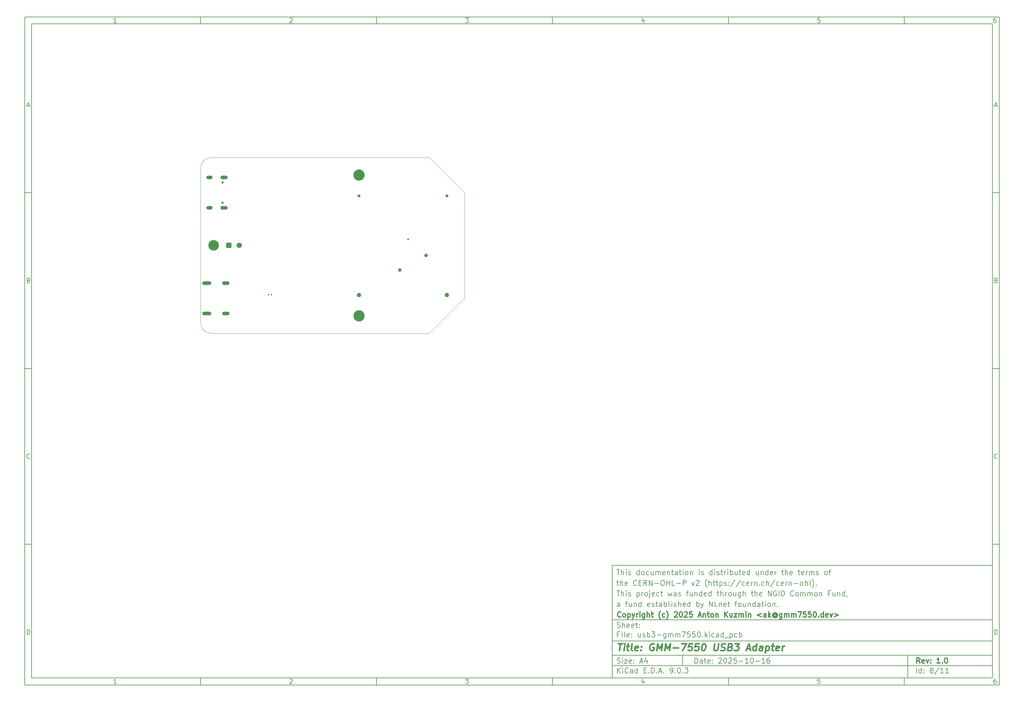
<source format=gbr>
%TF.GenerationSoftware,KiCad,Pcbnew,9.0.3*%
%TF.CreationDate,2025-10-16T10:39:48+02:00*%
%TF.ProjectId,usb3-gmm7550,75736233-2d67-46d6-9d37-3535302e6b69,1.0*%
%TF.SameCoordinates,Original*%
%TF.FileFunction,Soldermask,Bot*%
%TF.FilePolarity,Negative*%
%FSLAX46Y46*%
G04 Gerber Fmt 4.6, Leading zero omitted, Abs format (unit mm)*
G04 Created by KiCad (PCBNEW 9.0.3) date 2025-10-16 10:39:48*
%MOMM*%
%LPD*%
G01*
G04 APERTURE LIST*
G04 Aperture macros list*
%AMRoundRect*
0 Rectangle with rounded corners*
0 $1 Rounding radius*
0 $2 $3 $4 $5 $6 $7 $8 $9 X,Y pos of 4 corners*
0 Add a 4 corners polygon primitive as box body*
4,1,4,$2,$3,$4,$5,$6,$7,$8,$9,$2,$3,0*
0 Add four circle primitives for the rounded corners*
1,1,$1+$1,$2,$3*
1,1,$1+$1,$4,$5*
1,1,$1+$1,$6,$7*
1,1,$1+$1,$8,$9*
0 Add four rect primitives between the rounded corners*
20,1,$1+$1,$2,$3,$4,$5,0*
20,1,$1+$1,$4,$5,$6,$7,0*
20,1,$1+$1,$6,$7,$8,$9,0*
20,1,$1+$1,$8,$9,$2,$3,0*%
G04 Aperture macros list end*
%ADD10C,0.100000*%
%ADD11C,0.150000*%
%ADD12C,0.300000*%
%ADD13C,0.400000*%
%ADD14O,2.100000X1.100000*%
%ADD15O,2.600000X1.100000*%
%ADD16C,3.200000*%
%ADD17C,0.650000*%
%ADD18O,2.100000X1.000000*%
%ADD19O,1.800000X1.000000*%
%ADD20C,0.830000*%
%ADD21C,1.230000*%
%ADD22C,3.000000*%
%ADD23RoundRect,0.250001X0.499999X-0.499999X0.499999X0.499999X-0.499999X0.499999X-0.499999X-0.499999X0*%
%ADD24C,1.500000*%
%ADD25C,0.500000*%
%ADD26C,0.400000*%
%ADD27C,1.000000*%
%TA.AperFunction,Profile*%
%ADD28C,0.100000*%
%TD*%
G04 APERTURE END LIST*
D10*
D11*
X177002200Y-166007200D02*
X285002200Y-166007200D01*
X285002200Y-198007200D01*
X177002200Y-198007200D01*
X177002200Y-166007200D01*
D10*
D11*
X10000000Y-10000000D02*
X287002200Y-10000000D01*
X287002200Y-200007200D01*
X10000000Y-200007200D01*
X10000000Y-10000000D01*
D10*
D11*
X12000000Y-12000000D02*
X285002200Y-12000000D01*
X285002200Y-198007200D01*
X12000000Y-198007200D01*
X12000000Y-12000000D01*
D10*
D11*
X60000000Y-12000000D02*
X60000000Y-10000000D01*
D10*
D11*
X110000000Y-12000000D02*
X110000000Y-10000000D01*
D10*
D11*
X160000000Y-12000000D02*
X160000000Y-10000000D01*
D10*
D11*
X210000000Y-12000000D02*
X210000000Y-10000000D01*
D10*
D11*
X260000000Y-12000000D02*
X260000000Y-10000000D01*
D10*
D11*
X36089160Y-11593604D02*
X35346303Y-11593604D01*
X35717731Y-11593604D02*
X35717731Y-10293604D01*
X35717731Y-10293604D02*
X35593922Y-10479319D01*
X35593922Y-10479319D02*
X35470112Y-10603128D01*
X35470112Y-10603128D02*
X35346303Y-10665033D01*
D10*
D11*
X85346303Y-10417414D02*
X85408207Y-10355509D01*
X85408207Y-10355509D02*
X85532017Y-10293604D01*
X85532017Y-10293604D02*
X85841541Y-10293604D01*
X85841541Y-10293604D02*
X85965350Y-10355509D01*
X85965350Y-10355509D02*
X86027255Y-10417414D01*
X86027255Y-10417414D02*
X86089160Y-10541223D01*
X86089160Y-10541223D02*
X86089160Y-10665033D01*
X86089160Y-10665033D02*
X86027255Y-10850747D01*
X86027255Y-10850747D02*
X85284398Y-11593604D01*
X85284398Y-11593604D02*
X86089160Y-11593604D01*
D10*
D11*
X135284398Y-10293604D02*
X136089160Y-10293604D01*
X136089160Y-10293604D02*
X135655826Y-10788842D01*
X135655826Y-10788842D02*
X135841541Y-10788842D01*
X135841541Y-10788842D02*
X135965350Y-10850747D01*
X135965350Y-10850747D02*
X136027255Y-10912652D01*
X136027255Y-10912652D02*
X136089160Y-11036461D01*
X136089160Y-11036461D02*
X136089160Y-11345985D01*
X136089160Y-11345985D02*
X136027255Y-11469795D01*
X136027255Y-11469795D02*
X135965350Y-11531700D01*
X135965350Y-11531700D02*
X135841541Y-11593604D01*
X135841541Y-11593604D02*
X135470112Y-11593604D01*
X135470112Y-11593604D02*
X135346303Y-11531700D01*
X135346303Y-11531700D02*
X135284398Y-11469795D01*
D10*
D11*
X185965350Y-10726938D02*
X185965350Y-11593604D01*
X185655826Y-10231700D02*
X185346303Y-11160271D01*
X185346303Y-11160271D02*
X186151064Y-11160271D01*
D10*
D11*
X236027255Y-10293604D02*
X235408207Y-10293604D01*
X235408207Y-10293604D02*
X235346303Y-10912652D01*
X235346303Y-10912652D02*
X235408207Y-10850747D01*
X235408207Y-10850747D02*
X235532017Y-10788842D01*
X235532017Y-10788842D02*
X235841541Y-10788842D01*
X235841541Y-10788842D02*
X235965350Y-10850747D01*
X235965350Y-10850747D02*
X236027255Y-10912652D01*
X236027255Y-10912652D02*
X236089160Y-11036461D01*
X236089160Y-11036461D02*
X236089160Y-11345985D01*
X236089160Y-11345985D02*
X236027255Y-11469795D01*
X236027255Y-11469795D02*
X235965350Y-11531700D01*
X235965350Y-11531700D02*
X235841541Y-11593604D01*
X235841541Y-11593604D02*
X235532017Y-11593604D01*
X235532017Y-11593604D02*
X235408207Y-11531700D01*
X235408207Y-11531700D02*
X235346303Y-11469795D01*
D10*
D11*
X285965350Y-10293604D02*
X285717731Y-10293604D01*
X285717731Y-10293604D02*
X285593922Y-10355509D01*
X285593922Y-10355509D02*
X285532017Y-10417414D01*
X285532017Y-10417414D02*
X285408207Y-10603128D01*
X285408207Y-10603128D02*
X285346303Y-10850747D01*
X285346303Y-10850747D02*
X285346303Y-11345985D01*
X285346303Y-11345985D02*
X285408207Y-11469795D01*
X285408207Y-11469795D02*
X285470112Y-11531700D01*
X285470112Y-11531700D02*
X285593922Y-11593604D01*
X285593922Y-11593604D02*
X285841541Y-11593604D01*
X285841541Y-11593604D02*
X285965350Y-11531700D01*
X285965350Y-11531700D02*
X286027255Y-11469795D01*
X286027255Y-11469795D02*
X286089160Y-11345985D01*
X286089160Y-11345985D02*
X286089160Y-11036461D01*
X286089160Y-11036461D02*
X286027255Y-10912652D01*
X286027255Y-10912652D02*
X285965350Y-10850747D01*
X285965350Y-10850747D02*
X285841541Y-10788842D01*
X285841541Y-10788842D02*
X285593922Y-10788842D01*
X285593922Y-10788842D02*
X285470112Y-10850747D01*
X285470112Y-10850747D02*
X285408207Y-10912652D01*
X285408207Y-10912652D02*
X285346303Y-11036461D01*
D10*
D11*
X60000000Y-198007200D02*
X60000000Y-200007200D01*
D10*
D11*
X110000000Y-198007200D02*
X110000000Y-200007200D01*
D10*
D11*
X160000000Y-198007200D02*
X160000000Y-200007200D01*
D10*
D11*
X210000000Y-198007200D02*
X210000000Y-200007200D01*
D10*
D11*
X260000000Y-198007200D02*
X260000000Y-200007200D01*
D10*
D11*
X36089160Y-199600804D02*
X35346303Y-199600804D01*
X35717731Y-199600804D02*
X35717731Y-198300804D01*
X35717731Y-198300804D02*
X35593922Y-198486519D01*
X35593922Y-198486519D02*
X35470112Y-198610328D01*
X35470112Y-198610328D02*
X35346303Y-198672233D01*
D10*
D11*
X85346303Y-198424614D02*
X85408207Y-198362709D01*
X85408207Y-198362709D02*
X85532017Y-198300804D01*
X85532017Y-198300804D02*
X85841541Y-198300804D01*
X85841541Y-198300804D02*
X85965350Y-198362709D01*
X85965350Y-198362709D02*
X86027255Y-198424614D01*
X86027255Y-198424614D02*
X86089160Y-198548423D01*
X86089160Y-198548423D02*
X86089160Y-198672233D01*
X86089160Y-198672233D02*
X86027255Y-198857947D01*
X86027255Y-198857947D02*
X85284398Y-199600804D01*
X85284398Y-199600804D02*
X86089160Y-199600804D01*
D10*
D11*
X135284398Y-198300804D02*
X136089160Y-198300804D01*
X136089160Y-198300804D02*
X135655826Y-198796042D01*
X135655826Y-198796042D02*
X135841541Y-198796042D01*
X135841541Y-198796042D02*
X135965350Y-198857947D01*
X135965350Y-198857947D02*
X136027255Y-198919852D01*
X136027255Y-198919852D02*
X136089160Y-199043661D01*
X136089160Y-199043661D02*
X136089160Y-199353185D01*
X136089160Y-199353185D02*
X136027255Y-199476995D01*
X136027255Y-199476995D02*
X135965350Y-199538900D01*
X135965350Y-199538900D02*
X135841541Y-199600804D01*
X135841541Y-199600804D02*
X135470112Y-199600804D01*
X135470112Y-199600804D02*
X135346303Y-199538900D01*
X135346303Y-199538900D02*
X135284398Y-199476995D01*
D10*
D11*
X185965350Y-198734138D02*
X185965350Y-199600804D01*
X185655826Y-198238900D02*
X185346303Y-199167471D01*
X185346303Y-199167471D02*
X186151064Y-199167471D01*
D10*
D11*
X236027255Y-198300804D02*
X235408207Y-198300804D01*
X235408207Y-198300804D02*
X235346303Y-198919852D01*
X235346303Y-198919852D02*
X235408207Y-198857947D01*
X235408207Y-198857947D02*
X235532017Y-198796042D01*
X235532017Y-198796042D02*
X235841541Y-198796042D01*
X235841541Y-198796042D02*
X235965350Y-198857947D01*
X235965350Y-198857947D02*
X236027255Y-198919852D01*
X236027255Y-198919852D02*
X236089160Y-199043661D01*
X236089160Y-199043661D02*
X236089160Y-199353185D01*
X236089160Y-199353185D02*
X236027255Y-199476995D01*
X236027255Y-199476995D02*
X235965350Y-199538900D01*
X235965350Y-199538900D02*
X235841541Y-199600804D01*
X235841541Y-199600804D02*
X235532017Y-199600804D01*
X235532017Y-199600804D02*
X235408207Y-199538900D01*
X235408207Y-199538900D02*
X235346303Y-199476995D01*
D10*
D11*
X285965350Y-198300804D02*
X285717731Y-198300804D01*
X285717731Y-198300804D02*
X285593922Y-198362709D01*
X285593922Y-198362709D02*
X285532017Y-198424614D01*
X285532017Y-198424614D02*
X285408207Y-198610328D01*
X285408207Y-198610328D02*
X285346303Y-198857947D01*
X285346303Y-198857947D02*
X285346303Y-199353185D01*
X285346303Y-199353185D02*
X285408207Y-199476995D01*
X285408207Y-199476995D02*
X285470112Y-199538900D01*
X285470112Y-199538900D02*
X285593922Y-199600804D01*
X285593922Y-199600804D02*
X285841541Y-199600804D01*
X285841541Y-199600804D02*
X285965350Y-199538900D01*
X285965350Y-199538900D02*
X286027255Y-199476995D01*
X286027255Y-199476995D02*
X286089160Y-199353185D01*
X286089160Y-199353185D02*
X286089160Y-199043661D01*
X286089160Y-199043661D02*
X286027255Y-198919852D01*
X286027255Y-198919852D02*
X285965350Y-198857947D01*
X285965350Y-198857947D02*
X285841541Y-198796042D01*
X285841541Y-198796042D02*
X285593922Y-198796042D01*
X285593922Y-198796042D02*
X285470112Y-198857947D01*
X285470112Y-198857947D02*
X285408207Y-198919852D01*
X285408207Y-198919852D02*
X285346303Y-199043661D01*
D10*
D11*
X10000000Y-60000000D02*
X12000000Y-60000000D01*
D10*
D11*
X10000000Y-110000000D02*
X12000000Y-110000000D01*
D10*
D11*
X10000000Y-160000000D02*
X12000000Y-160000000D01*
D10*
D11*
X10690476Y-35222176D02*
X11309523Y-35222176D01*
X10566666Y-35593604D02*
X10999999Y-34293604D01*
X10999999Y-34293604D02*
X11433333Y-35593604D01*
D10*
D11*
X11092857Y-84912652D02*
X11278571Y-84974557D01*
X11278571Y-84974557D02*
X11340476Y-85036461D01*
X11340476Y-85036461D02*
X11402380Y-85160271D01*
X11402380Y-85160271D02*
X11402380Y-85345985D01*
X11402380Y-85345985D02*
X11340476Y-85469795D01*
X11340476Y-85469795D02*
X11278571Y-85531700D01*
X11278571Y-85531700D02*
X11154761Y-85593604D01*
X11154761Y-85593604D02*
X10659523Y-85593604D01*
X10659523Y-85593604D02*
X10659523Y-84293604D01*
X10659523Y-84293604D02*
X11092857Y-84293604D01*
X11092857Y-84293604D02*
X11216666Y-84355509D01*
X11216666Y-84355509D02*
X11278571Y-84417414D01*
X11278571Y-84417414D02*
X11340476Y-84541223D01*
X11340476Y-84541223D02*
X11340476Y-84665033D01*
X11340476Y-84665033D02*
X11278571Y-84788842D01*
X11278571Y-84788842D02*
X11216666Y-84850747D01*
X11216666Y-84850747D02*
X11092857Y-84912652D01*
X11092857Y-84912652D02*
X10659523Y-84912652D01*
D10*
D11*
X11402380Y-135469795D02*
X11340476Y-135531700D01*
X11340476Y-135531700D02*
X11154761Y-135593604D01*
X11154761Y-135593604D02*
X11030952Y-135593604D01*
X11030952Y-135593604D02*
X10845238Y-135531700D01*
X10845238Y-135531700D02*
X10721428Y-135407890D01*
X10721428Y-135407890D02*
X10659523Y-135284080D01*
X10659523Y-135284080D02*
X10597619Y-135036461D01*
X10597619Y-135036461D02*
X10597619Y-134850747D01*
X10597619Y-134850747D02*
X10659523Y-134603128D01*
X10659523Y-134603128D02*
X10721428Y-134479319D01*
X10721428Y-134479319D02*
X10845238Y-134355509D01*
X10845238Y-134355509D02*
X11030952Y-134293604D01*
X11030952Y-134293604D02*
X11154761Y-134293604D01*
X11154761Y-134293604D02*
X11340476Y-134355509D01*
X11340476Y-134355509D02*
X11402380Y-134417414D01*
D10*
D11*
X10659523Y-185593604D02*
X10659523Y-184293604D01*
X10659523Y-184293604D02*
X10969047Y-184293604D01*
X10969047Y-184293604D02*
X11154761Y-184355509D01*
X11154761Y-184355509D02*
X11278571Y-184479319D01*
X11278571Y-184479319D02*
X11340476Y-184603128D01*
X11340476Y-184603128D02*
X11402380Y-184850747D01*
X11402380Y-184850747D02*
X11402380Y-185036461D01*
X11402380Y-185036461D02*
X11340476Y-185284080D01*
X11340476Y-185284080D02*
X11278571Y-185407890D01*
X11278571Y-185407890D02*
X11154761Y-185531700D01*
X11154761Y-185531700D02*
X10969047Y-185593604D01*
X10969047Y-185593604D02*
X10659523Y-185593604D01*
D10*
D11*
X287002200Y-60000000D02*
X285002200Y-60000000D01*
D10*
D11*
X287002200Y-110000000D02*
X285002200Y-110000000D01*
D10*
D11*
X287002200Y-160000000D02*
X285002200Y-160000000D01*
D10*
D11*
X285692676Y-35222176D02*
X286311723Y-35222176D01*
X285568866Y-35593604D02*
X286002199Y-34293604D01*
X286002199Y-34293604D02*
X286435533Y-35593604D01*
D10*
D11*
X286095057Y-84912652D02*
X286280771Y-84974557D01*
X286280771Y-84974557D02*
X286342676Y-85036461D01*
X286342676Y-85036461D02*
X286404580Y-85160271D01*
X286404580Y-85160271D02*
X286404580Y-85345985D01*
X286404580Y-85345985D02*
X286342676Y-85469795D01*
X286342676Y-85469795D02*
X286280771Y-85531700D01*
X286280771Y-85531700D02*
X286156961Y-85593604D01*
X286156961Y-85593604D02*
X285661723Y-85593604D01*
X285661723Y-85593604D02*
X285661723Y-84293604D01*
X285661723Y-84293604D02*
X286095057Y-84293604D01*
X286095057Y-84293604D02*
X286218866Y-84355509D01*
X286218866Y-84355509D02*
X286280771Y-84417414D01*
X286280771Y-84417414D02*
X286342676Y-84541223D01*
X286342676Y-84541223D02*
X286342676Y-84665033D01*
X286342676Y-84665033D02*
X286280771Y-84788842D01*
X286280771Y-84788842D02*
X286218866Y-84850747D01*
X286218866Y-84850747D02*
X286095057Y-84912652D01*
X286095057Y-84912652D02*
X285661723Y-84912652D01*
D10*
D11*
X286404580Y-135469795D02*
X286342676Y-135531700D01*
X286342676Y-135531700D02*
X286156961Y-135593604D01*
X286156961Y-135593604D02*
X286033152Y-135593604D01*
X286033152Y-135593604D02*
X285847438Y-135531700D01*
X285847438Y-135531700D02*
X285723628Y-135407890D01*
X285723628Y-135407890D02*
X285661723Y-135284080D01*
X285661723Y-135284080D02*
X285599819Y-135036461D01*
X285599819Y-135036461D02*
X285599819Y-134850747D01*
X285599819Y-134850747D02*
X285661723Y-134603128D01*
X285661723Y-134603128D02*
X285723628Y-134479319D01*
X285723628Y-134479319D02*
X285847438Y-134355509D01*
X285847438Y-134355509D02*
X286033152Y-134293604D01*
X286033152Y-134293604D02*
X286156961Y-134293604D01*
X286156961Y-134293604D02*
X286342676Y-134355509D01*
X286342676Y-134355509D02*
X286404580Y-134417414D01*
D10*
D11*
X285661723Y-185593604D02*
X285661723Y-184293604D01*
X285661723Y-184293604D02*
X285971247Y-184293604D01*
X285971247Y-184293604D02*
X286156961Y-184355509D01*
X286156961Y-184355509D02*
X286280771Y-184479319D01*
X286280771Y-184479319D02*
X286342676Y-184603128D01*
X286342676Y-184603128D02*
X286404580Y-184850747D01*
X286404580Y-184850747D02*
X286404580Y-185036461D01*
X286404580Y-185036461D02*
X286342676Y-185284080D01*
X286342676Y-185284080D02*
X286280771Y-185407890D01*
X286280771Y-185407890D02*
X286156961Y-185531700D01*
X286156961Y-185531700D02*
X285971247Y-185593604D01*
X285971247Y-185593604D02*
X285661723Y-185593604D01*
D10*
D11*
X200458026Y-193793328D02*
X200458026Y-192293328D01*
X200458026Y-192293328D02*
X200815169Y-192293328D01*
X200815169Y-192293328D02*
X201029455Y-192364757D01*
X201029455Y-192364757D02*
X201172312Y-192507614D01*
X201172312Y-192507614D02*
X201243741Y-192650471D01*
X201243741Y-192650471D02*
X201315169Y-192936185D01*
X201315169Y-192936185D02*
X201315169Y-193150471D01*
X201315169Y-193150471D02*
X201243741Y-193436185D01*
X201243741Y-193436185D02*
X201172312Y-193579042D01*
X201172312Y-193579042D02*
X201029455Y-193721900D01*
X201029455Y-193721900D02*
X200815169Y-193793328D01*
X200815169Y-193793328D02*
X200458026Y-193793328D01*
X202600884Y-193793328D02*
X202600884Y-193007614D01*
X202600884Y-193007614D02*
X202529455Y-192864757D01*
X202529455Y-192864757D02*
X202386598Y-192793328D01*
X202386598Y-192793328D02*
X202100884Y-192793328D01*
X202100884Y-192793328D02*
X201958026Y-192864757D01*
X202600884Y-193721900D02*
X202458026Y-193793328D01*
X202458026Y-193793328D02*
X202100884Y-193793328D01*
X202100884Y-193793328D02*
X201958026Y-193721900D01*
X201958026Y-193721900D02*
X201886598Y-193579042D01*
X201886598Y-193579042D02*
X201886598Y-193436185D01*
X201886598Y-193436185D02*
X201958026Y-193293328D01*
X201958026Y-193293328D02*
X202100884Y-193221900D01*
X202100884Y-193221900D02*
X202458026Y-193221900D01*
X202458026Y-193221900D02*
X202600884Y-193150471D01*
X203100884Y-192793328D02*
X203672312Y-192793328D01*
X203315169Y-192293328D02*
X203315169Y-193579042D01*
X203315169Y-193579042D02*
X203386598Y-193721900D01*
X203386598Y-193721900D02*
X203529455Y-193793328D01*
X203529455Y-193793328D02*
X203672312Y-193793328D01*
X204743741Y-193721900D02*
X204600884Y-193793328D01*
X204600884Y-193793328D02*
X204315170Y-193793328D01*
X204315170Y-193793328D02*
X204172312Y-193721900D01*
X204172312Y-193721900D02*
X204100884Y-193579042D01*
X204100884Y-193579042D02*
X204100884Y-193007614D01*
X204100884Y-193007614D02*
X204172312Y-192864757D01*
X204172312Y-192864757D02*
X204315170Y-192793328D01*
X204315170Y-192793328D02*
X204600884Y-192793328D01*
X204600884Y-192793328D02*
X204743741Y-192864757D01*
X204743741Y-192864757D02*
X204815170Y-193007614D01*
X204815170Y-193007614D02*
X204815170Y-193150471D01*
X204815170Y-193150471D02*
X204100884Y-193293328D01*
X205458026Y-193650471D02*
X205529455Y-193721900D01*
X205529455Y-193721900D02*
X205458026Y-193793328D01*
X205458026Y-193793328D02*
X205386598Y-193721900D01*
X205386598Y-193721900D02*
X205458026Y-193650471D01*
X205458026Y-193650471D02*
X205458026Y-193793328D01*
X205458026Y-192864757D02*
X205529455Y-192936185D01*
X205529455Y-192936185D02*
X205458026Y-193007614D01*
X205458026Y-193007614D02*
X205386598Y-192936185D01*
X205386598Y-192936185D02*
X205458026Y-192864757D01*
X205458026Y-192864757D02*
X205458026Y-193007614D01*
X207243741Y-192436185D02*
X207315169Y-192364757D01*
X207315169Y-192364757D02*
X207458027Y-192293328D01*
X207458027Y-192293328D02*
X207815169Y-192293328D01*
X207815169Y-192293328D02*
X207958027Y-192364757D01*
X207958027Y-192364757D02*
X208029455Y-192436185D01*
X208029455Y-192436185D02*
X208100884Y-192579042D01*
X208100884Y-192579042D02*
X208100884Y-192721900D01*
X208100884Y-192721900D02*
X208029455Y-192936185D01*
X208029455Y-192936185D02*
X207172312Y-193793328D01*
X207172312Y-193793328D02*
X208100884Y-193793328D01*
X209029455Y-192293328D02*
X209172312Y-192293328D01*
X209172312Y-192293328D02*
X209315169Y-192364757D01*
X209315169Y-192364757D02*
X209386598Y-192436185D01*
X209386598Y-192436185D02*
X209458026Y-192579042D01*
X209458026Y-192579042D02*
X209529455Y-192864757D01*
X209529455Y-192864757D02*
X209529455Y-193221900D01*
X209529455Y-193221900D02*
X209458026Y-193507614D01*
X209458026Y-193507614D02*
X209386598Y-193650471D01*
X209386598Y-193650471D02*
X209315169Y-193721900D01*
X209315169Y-193721900D02*
X209172312Y-193793328D01*
X209172312Y-193793328D02*
X209029455Y-193793328D01*
X209029455Y-193793328D02*
X208886598Y-193721900D01*
X208886598Y-193721900D02*
X208815169Y-193650471D01*
X208815169Y-193650471D02*
X208743740Y-193507614D01*
X208743740Y-193507614D02*
X208672312Y-193221900D01*
X208672312Y-193221900D02*
X208672312Y-192864757D01*
X208672312Y-192864757D02*
X208743740Y-192579042D01*
X208743740Y-192579042D02*
X208815169Y-192436185D01*
X208815169Y-192436185D02*
X208886598Y-192364757D01*
X208886598Y-192364757D02*
X209029455Y-192293328D01*
X210100883Y-192436185D02*
X210172311Y-192364757D01*
X210172311Y-192364757D02*
X210315169Y-192293328D01*
X210315169Y-192293328D02*
X210672311Y-192293328D01*
X210672311Y-192293328D02*
X210815169Y-192364757D01*
X210815169Y-192364757D02*
X210886597Y-192436185D01*
X210886597Y-192436185D02*
X210958026Y-192579042D01*
X210958026Y-192579042D02*
X210958026Y-192721900D01*
X210958026Y-192721900D02*
X210886597Y-192936185D01*
X210886597Y-192936185D02*
X210029454Y-193793328D01*
X210029454Y-193793328D02*
X210958026Y-193793328D01*
X212315168Y-192293328D02*
X211600882Y-192293328D01*
X211600882Y-192293328D02*
X211529454Y-193007614D01*
X211529454Y-193007614D02*
X211600882Y-192936185D01*
X211600882Y-192936185D02*
X211743740Y-192864757D01*
X211743740Y-192864757D02*
X212100882Y-192864757D01*
X212100882Y-192864757D02*
X212243740Y-192936185D01*
X212243740Y-192936185D02*
X212315168Y-193007614D01*
X212315168Y-193007614D02*
X212386597Y-193150471D01*
X212386597Y-193150471D02*
X212386597Y-193507614D01*
X212386597Y-193507614D02*
X212315168Y-193650471D01*
X212315168Y-193650471D02*
X212243740Y-193721900D01*
X212243740Y-193721900D02*
X212100882Y-193793328D01*
X212100882Y-193793328D02*
X211743740Y-193793328D01*
X211743740Y-193793328D02*
X211600882Y-193721900D01*
X211600882Y-193721900D02*
X211529454Y-193650471D01*
X213029453Y-193221900D02*
X214172311Y-193221900D01*
X215672311Y-193793328D02*
X214815168Y-193793328D01*
X215243739Y-193793328D02*
X215243739Y-192293328D01*
X215243739Y-192293328D02*
X215100882Y-192507614D01*
X215100882Y-192507614D02*
X214958025Y-192650471D01*
X214958025Y-192650471D02*
X214815168Y-192721900D01*
X216600882Y-192293328D02*
X216743739Y-192293328D01*
X216743739Y-192293328D02*
X216886596Y-192364757D01*
X216886596Y-192364757D02*
X216958025Y-192436185D01*
X216958025Y-192436185D02*
X217029453Y-192579042D01*
X217029453Y-192579042D02*
X217100882Y-192864757D01*
X217100882Y-192864757D02*
X217100882Y-193221900D01*
X217100882Y-193221900D02*
X217029453Y-193507614D01*
X217029453Y-193507614D02*
X216958025Y-193650471D01*
X216958025Y-193650471D02*
X216886596Y-193721900D01*
X216886596Y-193721900D02*
X216743739Y-193793328D01*
X216743739Y-193793328D02*
X216600882Y-193793328D01*
X216600882Y-193793328D02*
X216458025Y-193721900D01*
X216458025Y-193721900D02*
X216386596Y-193650471D01*
X216386596Y-193650471D02*
X216315167Y-193507614D01*
X216315167Y-193507614D02*
X216243739Y-193221900D01*
X216243739Y-193221900D02*
X216243739Y-192864757D01*
X216243739Y-192864757D02*
X216315167Y-192579042D01*
X216315167Y-192579042D02*
X216386596Y-192436185D01*
X216386596Y-192436185D02*
X216458025Y-192364757D01*
X216458025Y-192364757D02*
X216600882Y-192293328D01*
X217743738Y-193221900D02*
X218886596Y-193221900D01*
X220386596Y-193793328D02*
X219529453Y-193793328D01*
X219958024Y-193793328D02*
X219958024Y-192293328D01*
X219958024Y-192293328D02*
X219815167Y-192507614D01*
X219815167Y-192507614D02*
X219672310Y-192650471D01*
X219672310Y-192650471D02*
X219529453Y-192721900D01*
X221672310Y-192293328D02*
X221386595Y-192293328D01*
X221386595Y-192293328D02*
X221243738Y-192364757D01*
X221243738Y-192364757D02*
X221172310Y-192436185D01*
X221172310Y-192436185D02*
X221029452Y-192650471D01*
X221029452Y-192650471D02*
X220958024Y-192936185D01*
X220958024Y-192936185D02*
X220958024Y-193507614D01*
X220958024Y-193507614D02*
X221029452Y-193650471D01*
X221029452Y-193650471D02*
X221100881Y-193721900D01*
X221100881Y-193721900D02*
X221243738Y-193793328D01*
X221243738Y-193793328D02*
X221529452Y-193793328D01*
X221529452Y-193793328D02*
X221672310Y-193721900D01*
X221672310Y-193721900D02*
X221743738Y-193650471D01*
X221743738Y-193650471D02*
X221815167Y-193507614D01*
X221815167Y-193507614D02*
X221815167Y-193150471D01*
X221815167Y-193150471D02*
X221743738Y-193007614D01*
X221743738Y-193007614D02*
X221672310Y-192936185D01*
X221672310Y-192936185D02*
X221529452Y-192864757D01*
X221529452Y-192864757D02*
X221243738Y-192864757D01*
X221243738Y-192864757D02*
X221100881Y-192936185D01*
X221100881Y-192936185D02*
X221029452Y-193007614D01*
X221029452Y-193007614D02*
X220958024Y-193150471D01*
D10*
D11*
X177002200Y-194507200D02*
X285002200Y-194507200D01*
D10*
D11*
X178458026Y-196593328D02*
X178458026Y-195093328D01*
X179315169Y-196593328D02*
X178672312Y-195736185D01*
X179315169Y-195093328D02*
X178458026Y-195950471D01*
X179958026Y-196593328D02*
X179958026Y-195593328D01*
X179958026Y-195093328D02*
X179886598Y-195164757D01*
X179886598Y-195164757D02*
X179958026Y-195236185D01*
X179958026Y-195236185D02*
X180029455Y-195164757D01*
X180029455Y-195164757D02*
X179958026Y-195093328D01*
X179958026Y-195093328D02*
X179958026Y-195236185D01*
X181529455Y-196450471D02*
X181458027Y-196521900D01*
X181458027Y-196521900D02*
X181243741Y-196593328D01*
X181243741Y-196593328D02*
X181100884Y-196593328D01*
X181100884Y-196593328D02*
X180886598Y-196521900D01*
X180886598Y-196521900D02*
X180743741Y-196379042D01*
X180743741Y-196379042D02*
X180672312Y-196236185D01*
X180672312Y-196236185D02*
X180600884Y-195950471D01*
X180600884Y-195950471D02*
X180600884Y-195736185D01*
X180600884Y-195736185D02*
X180672312Y-195450471D01*
X180672312Y-195450471D02*
X180743741Y-195307614D01*
X180743741Y-195307614D02*
X180886598Y-195164757D01*
X180886598Y-195164757D02*
X181100884Y-195093328D01*
X181100884Y-195093328D02*
X181243741Y-195093328D01*
X181243741Y-195093328D02*
X181458027Y-195164757D01*
X181458027Y-195164757D02*
X181529455Y-195236185D01*
X182815170Y-196593328D02*
X182815170Y-195807614D01*
X182815170Y-195807614D02*
X182743741Y-195664757D01*
X182743741Y-195664757D02*
X182600884Y-195593328D01*
X182600884Y-195593328D02*
X182315170Y-195593328D01*
X182315170Y-195593328D02*
X182172312Y-195664757D01*
X182815170Y-196521900D02*
X182672312Y-196593328D01*
X182672312Y-196593328D02*
X182315170Y-196593328D01*
X182315170Y-196593328D02*
X182172312Y-196521900D01*
X182172312Y-196521900D02*
X182100884Y-196379042D01*
X182100884Y-196379042D02*
X182100884Y-196236185D01*
X182100884Y-196236185D02*
X182172312Y-196093328D01*
X182172312Y-196093328D02*
X182315170Y-196021900D01*
X182315170Y-196021900D02*
X182672312Y-196021900D01*
X182672312Y-196021900D02*
X182815170Y-195950471D01*
X184172313Y-196593328D02*
X184172313Y-195093328D01*
X184172313Y-196521900D02*
X184029455Y-196593328D01*
X184029455Y-196593328D02*
X183743741Y-196593328D01*
X183743741Y-196593328D02*
X183600884Y-196521900D01*
X183600884Y-196521900D02*
X183529455Y-196450471D01*
X183529455Y-196450471D02*
X183458027Y-196307614D01*
X183458027Y-196307614D02*
X183458027Y-195879042D01*
X183458027Y-195879042D02*
X183529455Y-195736185D01*
X183529455Y-195736185D02*
X183600884Y-195664757D01*
X183600884Y-195664757D02*
X183743741Y-195593328D01*
X183743741Y-195593328D02*
X184029455Y-195593328D01*
X184029455Y-195593328D02*
X184172313Y-195664757D01*
X186029455Y-195807614D02*
X186529455Y-195807614D01*
X186743741Y-196593328D02*
X186029455Y-196593328D01*
X186029455Y-196593328D02*
X186029455Y-195093328D01*
X186029455Y-195093328D02*
X186743741Y-195093328D01*
X187386598Y-196450471D02*
X187458027Y-196521900D01*
X187458027Y-196521900D02*
X187386598Y-196593328D01*
X187386598Y-196593328D02*
X187315170Y-196521900D01*
X187315170Y-196521900D02*
X187386598Y-196450471D01*
X187386598Y-196450471D02*
X187386598Y-196593328D01*
X188100884Y-196593328D02*
X188100884Y-195093328D01*
X188100884Y-195093328D02*
X188458027Y-195093328D01*
X188458027Y-195093328D02*
X188672313Y-195164757D01*
X188672313Y-195164757D02*
X188815170Y-195307614D01*
X188815170Y-195307614D02*
X188886599Y-195450471D01*
X188886599Y-195450471D02*
X188958027Y-195736185D01*
X188958027Y-195736185D02*
X188958027Y-195950471D01*
X188958027Y-195950471D02*
X188886599Y-196236185D01*
X188886599Y-196236185D02*
X188815170Y-196379042D01*
X188815170Y-196379042D02*
X188672313Y-196521900D01*
X188672313Y-196521900D02*
X188458027Y-196593328D01*
X188458027Y-196593328D02*
X188100884Y-196593328D01*
X189600884Y-196450471D02*
X189672313Y-196521900D01*
X189672313Y-196521900D02*
X189600884Y-196593328D01*
X189600884Y-196593328D02*
X189529456Y-196521900D01*
X189529456Y-196521900D02*
X189600884Y-196450471D01*
X189600884Y-196450471D02*
X189600884Y-196593328D01*
X190243742Y-196164757D02*
X190958028Y-196164757D01*
X190100885Y-196593328D02*
X190600885Y-195093328D01*
X190600885Y-195093328D02*
X191100885Y-196593328D01*
X191600884Y-196450471D02*
X191672313Y-196521900D01*
X191672313Y-196521900D02*
X191600884Y-196593328D01*
X191600884Y-196593328D02*
X191529456Y-196521900D01*
X191529456Y-196521900D02*
X191600884Y-196450471D01*
X191600884Y-196450471D02*
X191600884Y-196593328D01*
X193529456Y-196593328D02*
X193815170Y-196593328D01*
X193815170Y-196593328D02*
X193958027Y-196521900D01*
X193958027Y-196521900D02*
X194029456Y-196450471D01*
X194029456Y-196450471D02*
X194172313Y-196236185D01*
X194172313Y-196236185D02*
X194243742Y-195950471D01*
X194243742Y-195950471D02*
X194243742Y-195379042D01*
X194243742Y-195379042D02*
X194172313Y-195236185D01*
X194172313Y-195236185D02*
X194100885Y-195164757D01*
X194100885Y-195164757D02*
X193958027Y-195093328D01*
X193958027Y-195093328D02*
X193672313Y-195093328D01*
X193672313Y-195093328D02*
X193529456Y-195164757D01*
X193529456Y-195164757D02*
X193458027Y-195236185D01*
X193458027Y-195236185D02*
X193386599Y-195379042D01*
X193386599Y-195379042D02*
X193386599Y-195736185D01*
X193386599Y-195736185D02*
X193458027Y-195879042D01*
X193458027Y-195879042D02*
X193529456Y-195950471D01*
X193529456Y-195950471D02*
X193672313Y-196021900D01*
X193672313Y-196021900D02*
X193958027Y-196021900D01*
X193958027Y-196021900D02*
X194100885Y-195950471D01*
X194100885Y-195950471D02*
X194172313Y-195879042D01*
X194172313Y-195879042D02*
X194243742Y-195736185D01*
X194886598Y-196450471D02*
X194958027Y-196521900D01*
X194958027Y-196521900D02*
X194886598Y-196593328D01*
X194886598Y-196593328D02*
X194815170Y-196521900D01*
X194815170Y-196521900D02*
X194886598Y-196450471D01*
X194886598Y-196450471D02*
X194886598Y-196593328D01*
X195886599Y-195093328D02*
X196029456Y-195093328D01*
X196029456Y-195093328D02*
X196172313Y-195164757D01*
X196172313Y-195164757D02*
X196243742Y-195236185D01*
X196243742Y-195236185D02*
X196315170Y-195379042D01*
X196315170Y-195379042D02*
X196386599Y-195664757D01*
X196386599Y-195664757D02*
X196386599Y-196021900D01*
X196386599Y-196021900D02*
X196315170Y-196307614D01*
X196315170Y-196307614D02*
X196243742Y-196450471D01*
X196243742Y-196450471D02*
X196172313Y-196521900D01*
X196172313Y-196521900D02*
X196029456Y-196593328D01*
X196029456Y-196593328D02*
X195886599Y-196593328D01*
X195886599Y-196593328D02*
X195743742Y-196521900D01*
X195743742Y-196521900D02*
X195672313Y-196450471D01*
X195672313Y-196450471D02*
X195600884Y-196307614D01*
X195600884Y-196307614D02*
X195529456Y-196021900D01*
X195529456Y-196021900D02*
X195529456Y-195664757D01*
X195529456Y-195664757D02*
X195600884Y-195379042D01*
X195600884Y-195379042D02*
X195672313Y-195236185D01*
X195672313Y-195236185D02*
X195743742Y-195164757D01*
X195743742Y-195164757D02*
X195886599Y-195093328D01*
X197029455Y-196450471D02*
X197100884Y-196521900D01*
X197100884Y-196521900D02*
X197029455Y-196593328D01*
X197029455Y-196593328D02*
X196958027Y-196521900D01*
X196958027Y-196521900D02*
X197029455Y-196450471D01*
X197029455Y-196450471D02*
X197029455Y-196593328D01*
X197600884Y-195093328D02*
X198529456Y-195093328D01*
X198529456Y-195093328D02*
X198029456Y-195664757D01*
X198029456Y-195664757D02*
X198243741Y-195664757D01*
X198243741Y-195664757D02*
X198386599Y-195736185D01*
X198386599Y-195736185D02*
X198458027Y-195807614D01*
X198458027Y-195807614D02*
X198529456Y-195950471D01*
X198529456Y-195950471D02*
X198529456Y-196307614D01*
X198529456Y-196307614D02*
X198458027Y-196450471D01*
X198458027Y-196450471D02*
X198386599Y-196521900D01*
X198386599Y-196521900D02*
X198243741Y-196593328D01*
X198243741Y-196593328D02*
X197815170Y-196593328D01*
X197815170Y-196593328D02*
X197672313Y-196521900D01*
X197672313Y-196521900D02*
X197600884Y-196450471D01*
D10*
D11*
X177002200Y-191507200D02*
X285002200Y-191507200D01*
D10*
D12*
X264413853Y-193785528D02*
X263913853Y-193071242D01*
X263556710Y-193785528D02*
X263556710Y-192285528D01*
X263556710Y-192285528D02*
X264128139Y-192285528D01*
X264128139Y-192285528D02*
X264270996Y-192356957D01*
X264270996Y-192356957D02*
X264342425Y-192428385D01*
X264342425Y-192428385D02*
X264413853Y-192571242D01*
X264413853Y-192571242D02*
X264413853Y-192785528D01*
X264413853Y-192785528D02*
X264342425Y-192928385D01*
X264342425Y-192928385D02*
X264270996Y-192999814D01*
X264270996Y-192999814D02*
X264128139Y-193071242D01*
X264128139Y-193071242D02*
X263556710Y-193071242D01*
X265628139Y-193714100D02*
X265485282Y-193785528D01*
X265485282Y-193785528D02*
X265199568Y-193785528D01*
X265199568Y-193785528D02*
X265056710Y-193714100D01*
X265056710Y-193714100D02*
X264985282Y-193571242D01*
X264985282Y-193571242D02*
X264985282Y-192999814D01*
X264985282Y-192999814D02*
X265056710Y-192856957D01*
X265056710Y-192856957D02*
X265199568Y-192785528D01*
X265199568Y-192785528D02*
X265485282Y-192785528D01*
X265485282Y-192785528D02*
X265628139Y-192856957D01*
X265628139Y-192856957D02*
X265699568Y-192999814D01*
X265699568Y-192999814D02*
X265699568Y-193142671D01*
X265699568Y-193142671D02*
X264985282Y-193285528D01*
X266199567Y-192785528D02*
X266556710Y-193785528D01*
X266556710Y-193785528D02*
X266913853Y-192785528D01*
X267485281Y-193642671D02*
X267556710Y-193714100D01*
X267556710Y-193714100D02*
X267485281Y-193785528D01*
X267485281Y-193785528D02*
X267413853Y-193714100D01*
X267413853Y-193714100D02*
X267485281Y-193642671D01*
X267485281Y-193642671D02*
X267485281Y-193785528D01*
X267485281Y-192856957D02*
X267556710Y-192928385D01*
X267556710Y-192928385D02*
X267485281Y-192999814D01*
X267485281Y-192999814D02*
X267413853Y-192928385D01*
X267413853Y-192928385D02*
X267485281Y-192856957D01*
X267485281Y-192856957D02*
X267485281Y-192999814D01*
X270128139Y-193785528D02*
X269270996Y-193785528D01*
X269699567Y-193785528D02*
X269699567Y-192285528D01*
X269699567Y-192285528D02*
X269556710Y-192499814D01*
X269556710Y-192499814D02*
X269413853Y-192642671D01*
X269413853Y-192642671D02*
X269270996Y-192714100D01*
X270770995Y-193642671D02*
X270842424Y-193714100D01*
X270842424Y-193714100D02*
X270770995Y-193785528D01*
X270770995Y-193785528D02*
X270699567Y-193714100D01*
X270699567Y-193714100D02*
X270770995Y-193642671D01*
X270770995Y-193642671D02*
X270770995Y-193785528D01*
X271770996Y-192285528D02*
X271913853Y-192285528D01*
X271913853Y-192285528D02*
X272056710Y-192356957D01*
X272056710Y-192356957D02*
X272128139Y-192428385D01*
X272128139Y-192428385D02*
X272199567Y-192571242D01*
X272199567Y-192571242D02*
X272270996Y-192856957D01*
X272270996Y-192856957D02*
X272270996Y-193214100D01*
X272270996Y-193214100D02*
X272199567Y-193499814D01*
X272199567Y-193499814D02*
X272128139Y-193642671D01*
X272128139Y-193642671D02*
X272056710Y-193714100D01*
X272056710Y-193714100D02*
X271913853Y-193785528D01*
X271913853Y-193785528D02*
X271770996Y-193785528D01*
X271770996Y-193785528D02*
X271628139Y-193714100D01*
X271628139Y-193714100D02*
X271556710Y-193642671D01*
X271556710Y-193642671D02*
X271485281Y-193499814D01*
X271485281Y-193499814D02*
X271413853Y-193214100D01*
X271413853Y-193214100D02*
X271413853Y-192856957D01*
X271413853Y-192856957D02*
X271485281Y-192571242D01*
X271485281Y-192571242D02*
X271556710Y-192428385D01*
X271556710Y-192428385D02*
X271628139Y-192356957D01*
X271628139Y-192356957D02*
X271770996Y-192285528D01*
D10*
D11*
X178386598Y-193721900D02*
X178600884Y-193793328D01*
X178600884Y-193793328D02*
X178958026Y-193793328D01*
X178958026Y-193793328D02*
X179100884Y-193721900D01*
X179100884Y-193721900D02*
X179172312Y-193650471D01*
X179172312Y-193650471D02*
X179243741Y-193507614D01*
X179243741Y-193507614D02*
X179243741Y-193364757D01*
X179243741Y-193364757D02*
X179172312Y-193221900D01*
X179172312Y-193221900D02*
X179100884Y-193150471D01*
X179100884Y-193150471D02*
X178958026Y-193079042D01*
X178958026Y-193079042D02*
X178672312Y-193007614D01*
X178672312Y-193007614D02*
X178529455Y-192936185D01*
X178529455Y-192936185D02*
X178458026Y-192864757D01*
X178458026Y-192864757D02*
X178386598Y-192721900D01*
X178386598Y-192721900D02*
X178386598Y-192579042D01*
X178386598Y-192579042D02*
X178458026Y-192436185D01*
X178458026Y-192436185D02*
X178529455Y-192364757D01*
X178529455Y-192364757D02*
X178672312Y-192293328D01*
X178672312Y-192293328D02*
X179029455Y-192293328D01*
X179029455Y-192293328D02*
X179243741Y-192364757D01*
X179886597Y-193793328D02*
X179886597Y-192793328D01*
X179886597Y-192293328D02*
X179815169Y-192364757D01*
X179815169Y-192364757D02*
X179886597Y-192436185D01*
X179886597Y-192436185D02*
X179958026Y-192364757D01*
X179958026Y-192364757D02*
X179886597Y-192293328D01*
X179886597Y-192293328D02*
X179886597Y-192436185D01*
X180458026Y-192793328D02*
X181243741Y-192793328D01*
X181243741Y-192793328D02*
X180458026Y-193793328D01*
X180458026Y-193793328D02*
X181243741Y-193793328D01*
X182386598Y-193721900D02*
X182243741Y-193793328D01*
X182243741Y-193793328D02*
X181958027Y-193793328D01*
X181958027Y-193793328D02*
X181815169Y-193721900D01*
X181815169Y-193721900D02*
X181743741Y-193579042D01*
X181743741Y-193579042D02*
X181743741Y-193007614D01*
X181743741Y-193007614D02*
X181815169Y-192864757D01*
X181815169Y-192864757D02*
X181958027Y-192793328D01*
X181958027Y-192793328D02*
X182243741Y-192793328D01*
X182243741Y-192793328D02*
X182386598Y-192864757D01*
X182386598Y-192864757D02*
X182458027Y-193007614D01*
X182458027Y-193007614D02*
X182458027Y-193150471D01*
X182458027Y-193150471D02*
X181743741Y-193293328D01*
X183100883Y-193650471D02*
X183172312Y-193721900D01*
X183172312Y-193721900D02*
X183100883Y-193793328D01*
X183100883Y-193793328D02*
X183029455Y-193721900D01*
X183029455Y-193721900D02*
X183100883Y-193650471D01*
X183100883Y-193650471D02*
X183100883Y-193793328D01*
X183100883Y-192864757D02*
X183172312Y-192936185D01*
X183172312Y-192936185D02*
X183100883Y-193007614D01*
X183100883Y-193007614D02*
X183029455Y-192936185D01*
X183029455Y-192936185D02*
X183100883Y-192864757D01*
X183100883Y-192864757D02*
X183100883Y-193007614D01*
X184886598Y-193364757D02*
X185600884Y-193364757D01*
X184743741Y-193793328D02*
X185243741Y-192293328D01*
X185243741Y-192293328D02*
X185743741Y-193793328D01*
X186886598Y-192793328D02*
X186886598Y-193793328D01*
X186529455Y-192221900D02*
X186172312Y-193293328D01*
X186172312Y-193293328D02*
X187100883Y-193293328D01*
D10*
D11*
X263458026Y-196593328D02*
X263458026Y-195093328D01*
X264815170Y-196593328D02*
X264815170Y-195093328D01*
X264815170Y-196521900D02*
X264672312Y-196593328D01*
X264672312Y-196593328D02*
X264386598Y-196593328D01*
X264386598Y-196593328D02*
X264243741Y-196521900D01*
X264243741Y-196521900D02*
X264172312Y-196450471D01*
X264172312Y-196450471D02*
X264100884Y-196307614D01*
X264100884Y-196307614D02*
X264100884Y-195879042D01*
X264100884Y-195879042D02*
X264172312Y-195736185D01*
X264172312Y-195736185D02*
X264243741Y-195664757D01*
X264243741Y-195664757D02*
X264386598Y-195593328D01*
X264386598Y-195593328D02*
X264672312Y-195593328D01*
X264672312Y-195593328D02*
X264815170Y-195664757D01*
X265529455Y-196450471D02*
X265600884Y-196521900D01*
X265600884Y-196521900D02*
X265529455Y-196593328D01*
X265529455Y-196593328D02*
X265458027Y-196521900D01*
X265458027Y-196521900D02*
X265529455Y-196450471D01*
X265529455Y-196450471D02*
X265529455Y-196593328D01*
X265529455Y-195664757D02*
X265600884Y-195736185D01*
X265600884Y-195736185D02*
X265529455Y-195807614D01*
X265529455Y-195807614D02*
X265458027Y-195736185D01*
X265458027Y-195736185D02*
X265529455Y-195664757D01*
X265529455Y-195664757D02*
X265529455Y-195807614D01*
X267600884Y-195736185D02*
X267458027Y-195664757D01*
X267458027Y-195664757D02*
X267386598Y-195593328D01*
X267386598Y-195593328D02*
X267315170Y-195450471D01*
X267315170Y-195450471D02*
X267315170Y-195379042D01*
X267315170Y-195379042D02*
X267386598Y-195236185D01*
X267386598Y-195236185D02*
X267458027Y-195164757D01*
X267458027Y-195164757D02*
X267600884Y-195093328D01*
X267600884Y-195093328D02*
X267886598Y-195093328D01*
X267886598Y-195093328D02*
X268029456Y-195164757D01*
X268029456Y-195164757D02*
X268100884Y-195236185D01*
X268100884Y-195236185D02*
X268172313Y-195379042D01*
X268172313Y-195379042D02*
X268172313Y-195450471D01*
X268172313Y-195450471D02*
X268100884Y-195593328D01*
X268100884Y-195593328D02*
X268029456Y-195664757D01*
X268029456Y-195664757D02*
X267886598Y-195736185D01*
X267886598Y-195736185D02*
X267600884Y-195736185D01*
X267600884Y-195736185D02*
X267458027Y-195807614D01*
X267458027Y-195807614D02*
X267386598Y-195879042D01*
X267386598Y-195879042D02*
X267315170Y-196021900D01*
X267315170Y-196021900D02*
X267315170Y-196307614D01*
X267315170Y-196307614D02*
X267386598Y-196450471D01*
X267386598Y-196450471D02*
X267458027Y-196521900D01*
X267458027Y-196521900D02*
X267600884Y-196593328D01*
X267600884Y-196593328D02*
X267886598Y-196593328D01*
X267886598Y-196593328D02*
X268029456Y-196521900D01*
X268029456Y-196521900D02*
X268100884Y-196450471D01*
X268100884Y-196450471D02*
X268172313Y-196307614D01*
X268172313Y-196307614D02*
X268172313Y-196021900D01*
X268172313Y-196021900D02*
X268100884Y-195879042D01*
X268100884Y-195879042D02*
X268029456Y-195807614D01*
X268029456Y-195807614D02*
X267886598Y-195736185D01*
X269886598Y-195021900D02*
X268600884Y-196950471D01*
X271172313Y-196593328D02*
X270315170Y-196593328D01*
X270743741Y-196593328D02*
X270743741Y-195093328D01*
X270743741Y-195093328D02*
X270600884Y-195307614D01*
X270600884Y-195307614D02*
X270458027Y-195450471D01*
X270458027Y-195450471D02*
X270315170Y-195521900D01*
X272600884Y-196593328D02*
X271743741Y-196593328D01*
X272172312Y-196593328D02*
X272172312Y-195093328D01*
X272172312Y-195093328D02*
X272029455Y-195307614D01*
X272029455Y-195307614D02*
X271886598Y-195450471D01*
X271886598Y-195450471D02*
X271743741Y-195521900D01*
D10*
D11*
X177002200Y-187507200D02*
X285002200Y-187507200D01*
D10*
D13*
X178693928Y-188211638D02*
X179836785Y-188211638D01*
X179015357Y-190211638D02*
X179265357Y-188211638D01*
X180253452Y-190211638D02*
X180420119Y-188878304D01*
X180503452Y-188211638D02*
X180396309Y-188306876D01*
X180396309Y-188306876D02*
X180479643Y-188402114D01*
X180479643Y-188402114D02*
X180586786Y-188306876D01*
X180586786Y-188306876D02*
X180503452Y-188211638D01*
X180503452Y-188211638D02*
X180479643Y-188402114D01*
X181086786Y-188878304D02*
X181848690Y-188878304D01*
X181455833Y-188211638D02*
X181241548Y-189925923D01*
X181241548Y-189925923D02*
X181312976Y-190116400D01*
X181312976Y-190116400D02*
X181491548Y-190211638D01*
X181491548Y-190211638D02*
X181682024Y-190211638D01*
X182634405Y-190211638D02*
X182455833Y-190116400D01*
X182455833Y-190116400D02*
X182384405Y-189925923D01*
X182384405Y-189925923D02*
X182598690Y-188211638D01*
X184170119Y-190116400D02*
X183967738Y-190211638D01*
X183967738Y-190211638D02*
X183586785Y-190211638D01*
X183586785Y-190211638D02*
X183408214Y-190116400D01*
X183408214Y-190116400D02*
X183336785Y-189925923D01*
X183336785Y-189925923D02*
X183432024Y-189164019D01*
X183432024Y-189164019D02*
X183551071Y-188973542D01*
X183551071Y-188973542D02*
X183753452Y-188878304D01*
X183753452Y-188878304D02*
X184134404Y-188878304D01*
X184134404Y-188878304D02*
X184312976Y-188973542D01*
X184312976Y-188973542D02*
X184384404Y-189164019D01*
X184384404Y-189164019D02*
X184360595Y-189354495D01*
X184360595Y-189354495D02*
X183384404Y-189544971D01*
X185134405Y-190021161D02*
X185217738Y-190116400D01*
X185217738Y-190116400D02*
X185110595Y-190211638D01*
X185110595Y-190211638D02*
X185027262Y-190116400D01*
X185027262Y-190116400D02*
X185134405Y-190021161D01*
X185134405Y-190021161D02*
X185110595Y-190211638D01*
X185265357Y-188973542D02*
X185348690Y-189068780D01*
X185348690Y-189068780D02*
X185241548Y-189164019D01*
X185241548Y-189164019D02*
X185158214Y-189068780D01*
X185158214Y-189068780D02*
X185265357Y-188973542D01*
X185265357Y-188973542D02*
X185241548Y-189164019D01*
X188872501Y-188306876D02*
X188693929Y-188211638D01*
X188693929Y-188211638D02*
X188408215Y-188211638D01*
X188408215Y-188211638D02*
X188110596Y-188306876D01*
X188110596Y-188306876D02*
X187896310Y-188497352D01*
X187896310Y-188497352D02*
X187777262Y-188687828D01*
X187777262Y-188687828D02*
X187634405Y-189068780D01*
X187634405Y-189068780D02*
X187598691Y-189354495D01*
X187598691Y-189354495D02*
X187646310Y-189735447D01*
X187646310Y-189735447D02*
X187717739Y-189925923D01*
X187717739Y-189925923D02*
X187884405Y-190116400D01*
X187884405Y-190116400D02*
X188158215Y-190211638D01*
X188158215Y-190211638D02*
X188348691Y-190211638D01*
X188348691Y-190211638D02*
X188646310Y-190116400D01*
X188646310Y-190116400D02*
X188753453Y-190021161D01*
X188753453Y-190021161D02*
X188836786Y-189354495D01*
X188836786Y-189354495D02*
X188455834Y-189354495D01*
X189586786Y-190211638D02*
X189836786Y-188211638D01*
X189836786Y-188211638D02*
X190324881Y-189640209D01*
X190324881Y-189640209D02*
X191170120Y-188211638D01*
X191170120Y-188211638D02*
X190920120Y-190211638D01*
X191872500Y-190211638D02*
X192122500Y-188211638D01*
X192122500Y-188211638D02*
X192610595Y-189640209D01*
X192610595Y-189640209D02*
X193455834Y-188211638D01*
X193455834Y-188211638D02*
X193205834Y-190211638D01*
X194253452Y-189449733D02*
X195777262Y-189449733D01*
X196693928Y-188211638D02*
X198027261Y-188211638D01*
X198027261Y-188211638D02*
X196920119Y-190211638D01*
X199741547Y-188211638D02*
X198789166Y-188211638D01*
X198789166Y-188211638D02*
X198574881Y-189164019D01*
X198574881Y-189164019D02*
X198682023Y-189068780D01*
X198682023Y-189068780D02*
X198884404Y-188973542D01*
X198884404Y-188973542D02*
X199360595Y-188973542D01*
X199360595Y-188973542D02*
X199539166Y-189068780D01*
X199539166Y-189068780D02*
X199622500Y-189164019D01*
X199622500Y-189164019D02*
X199693928Y-189354495D01*
X199693928Y-189354495D02*
X199634404Y-189830685D01*
X199634404Y-189830685D02*
X199515357Y-190021161D01*
X199515357Y-190021161D02*
X199408214Y-190116400D01*
X199408214Y-190116400D02*
X199205833Y-190211638D01*
X199205833Y-190211638D02*
X198729642Y-190211638D01*
X198729642Y-190211638D02*
X198551071Y-190116400D01*
X198551071Y-190116400D02*
X198467738Y-190021161D01*
X201646309Y-188211638D02*
X200693928Y-188211638D01*
X200693928Y-188211638D02*
X200479643Y-189164019D01*
X200479643Y-189164019D02*
X200586785Y-189068780D01*
X200586785Y-189068780D02*
X200789166Y-188973542D01*
X200789166Y-188973542D02*
X201265357Y-188973542D01*
X201265357Y-188973542D02*
X201443928Y-189068780D01*
X201443928Y-189068780D02*
X201527262Y-189164019D01*
X201527262Y-189164019D02*
X201598690Y-189354495D01*
X201598690Y-189354495D02*
X201539166Y-189830685D01*
X201539166Y-189830685D02*
X201420119Y-190021161D01*
X201420119Y-190021161D02*
X201312976Y-190116400D01*
X201312976Y-190116400D02*
X201110595Y-190211638D01*
X201110595Y-190211638D02*
X200634404Y-190211638D01*
X200634404Y-190211638D02*
X200455833Y-190116400D01*
X200455833Y-190116400D02*
X200372500Y-190021161D01*
X202979643Y-188211638D02*
X203170119Y-188211638D01*
X203170119Y-188211638D02*
X203348690Y-188306876D01*
X203348690Y-188306876D02*
X203432024Y-188402114D01*
X203432024Y-188402114D02*
X203503452Y-188592590D01*
X203503452Y-188592590D02*
X203551071Y-188973542D01*
X203551071Y-188973542D02*
X203491547Y-189449733D01*
X203491547Y-189449733D02*
X203348690Y-189830685D01*
X203348690Y-189830685D02*
X203229643Y-190021161D01*
X203229643Y-190021161D02*
X203122500Y-190116400D01*
X203122500Y-190116400D02*
X202920119Y-190211638D01*
X202920119Y-190211638D02*
X202729643Y-190211638D01*
X202729643Y-190211638D02*
X202551071Y-190116400D01*
X202551071Y-190116400D02*
X202467738Y-190021161D01*
X202467738Y-190021161D02*
X202396309Y-189830685D01*
X202396309Y-189830685D02*
X202348690Y-189449733D01*
X202348690Y-189449733D02*
X202408214Y-188973542D01*
X202408214Y-188973542D02*
X202551071Y-188592590D01*
X202551071Y-188592590D02*
X202670119Y-188402114D01*
X202670119Y-188402114D02*
X202777262Y-188306876D01*
X202777262Y-188306876D02*
X202979643Y-188211638D01*
X206027262Y-188211638D02*
X205824881Y-189830685D01*
X205824881Y-189830685D02*
X205896310Y-190021161D01*
X205896310Y-190021161D02*
X205979643Y-190116400D01*
X205979643Y-190116400D02*
X206158215Y-190211638D01*
X206158215Y-190211638D02*
X206539167Y-190211638D01*
X206539167Y-190211638D02*
X206741548Y-190116400D01*
X206741548Y-190116400D02*
X206848691Y-190021161D01*
X206848691Y-190021161D02*
X206967738Y-189830685D01*
X206967738Y-189830685D02*
X207170119Y-188211638D01*
X207789167Y-190116400D02*
X208062976Y-190211638D01*
X208062976Y-190211638D02*
X208539167Y-190211638D01*
X208539167Y-190211638D02*
X208741548Y-190116400D01*
X208741548Y-190116400D02*
X208848691Y-190021161D01*
X208848691Y-190021161D02*
X208967738Y-189830685D01*
X208967738Y-189830685D02*
X208991548Y-189640209D01*
X208991548Y-189640209D02*
X208920119Y-189449733D01*
X208920119Y-189449733D02*
X208836786Y-189354495D01*
X208836786Y-189354495D02*
X208658215Y-189259257D01*
X208658215Y-189259257D02*
X208289167Y-189164019D01*
X208289167Y-189164019D02*
X208110595Y-189068780D01*
X208110595Y-189068780D02*
X208027262Y-188973542D01*
X208027262Y-188973542D02*
X207955834Y-188783066D01*
X207955834Y-188783066D02*
X207979643Y-188592590D01*
X207979643Y-188592590D02*
X208098691Y-188402114D01*
X208098691Y-188402114D02*
X208205834Y-188306876D01*
X208205834Y-188306876D02*
X208408215Y-188211638D01*
X208408215Y-188211638D02*
X208884405Y-188211638D01*
X208884405Y-188211638D02*
X209158215Y-188306876D01*
X210574881Y-189164019D02*
X210848691Y-189259257D01*
X210848691Y-189259257D02*
X210932024Y-189354495D01*
X210932024Y-189354495D02*
X211003453Y-189544971D01*
X211003453Y-189544971D02*
X210967738Y-189830685D01*
X210967738Y-189830685D02*
X210848691Y-190021161D01*
X210848691Y-190021161D02*
X210741548Y-190116400D01*
X210741548Y-190116400D02*
X210539167Y-190211638D01*
X210539167Y-190211638D02*
X209777262Y-190211638D01*
X209777262Y-190211638D02*
X210027262Y-188211638D01*
X210027262Y-188211638D02*
X210693929Y-188211638D01*
X210693929Y-188211638D02*
X210872500Y-188306876D01*
X210872500Y-188306876D02*
X210955834Y-188402114D01*
X210955834Y-188402114D02*
X211027262Y-188592590D01*
X211027262Y-188592590D02*
X211003453Y-188783066D01*
X211003453Y-188783066D02*
X210884405Y-188973542D01*
X210884405Y-188973542D02*
X210777262Y-189068780D01*
X210777262Y-189068780D02*
X210574881Y-189164019D01*
X210574881Y-189164019D02*
X209908215Y-189164019D01*
X211836786Y-188211638D02*
X213074881Y-188211638D01*
X213074881Y-188211638D02*
X212312977Y-188973542D01*
X212312977Y-188973542D02*
X212598691Y-188973542D01*
X212598691Y-188973542D02*
X212777262Y-189068780D01*
X212777262Y-189068780D02*
X212860596Y-189164019D01*
X212860596Y-189164019D02*
X212932024Y-189354495D01*
X212932024Y-189354495D02*
X212872500Y-189830685D01*
X212872500Y-189830685D02*
X212753453Y-190021161D01*
X212753453Y-190021161D02*
X212646310Y-190116400D01*
X212646310Y-190116400D02*
X212443929Y-190211638D01*
X212443929Y-190211638D02*
X211872500Y-190211638D01*
X211872500Y-190211638D02*
X211693929Y-190116400D01*
X211693929Y-190116400D02*
X211610596Y-190021161D01*
X215182025Y-189640209D02*
X216134406Y-189640209D01*
X214920120Y-190211638D02*
X215836787Y-188211638D01*
X215836787Y-188211638D02*
X216253453Y-190211638D01*
X217777263Y-190211638D02*
X218027263Y-188211638D01*
X217789168Y-190116400D02*
X217586787Y-190211638D01*
X217586787Y-190211638D02*
X217205835Y-190211638D01*
X217205835Y-190211638D02*
X217027263Y-190116400D01*
X217027263Y-190116400D02*
X216943930Y-190021161D01*
X216943930Y-190021161D02*
X216872501Y-189830685D01*
X216872501Y-189830685D02*
X216943930Y-189259257D01*
X216943930Y-189259257D02*
X217062977Y-189068780D01*
X217062977Y-189068780D02*
X217170120Y-188973542D01*
X217170120Y-188973542D02*
X217372501Y-188878304D01*
X217372501Y-188878304D02*
X217753454Y-188878304D01*
X217753454Y-188878304D02*
X217932025Y-188973542D01*
X219586787Y-190211638D02*
X219717739Y-189164019D01*
X219717739Y-189164019D02*
X219646311Y-188973542D01*
X219646311Y-188973542D02*
X219467739Y-188878304D01*
X219467739Y-188878304D02*
X219086787Y-188878304D01*
X219086787Y-188878304D02*
X218884406Y-188973542D01*
X219598692Y-190116400D02*
X219396311Y-190211638D01*
X219396311Y-190211638D02*
X218920120Y-190211638D01*
X218920120Y-190211638D02*
X218741549Y-190116400D01*
X218741549Y-190116400D02*
X218670120Y-189925923D01*
X218670120Y-189925923D02*
X218693930Y-189735447D01*
X218693930Y-189735447D02*
X218812978Y-189544971D01*
X218812978Y-189544971D02*
X219015359Y-189449733D01*
X219015359Y-189449733D02*
X219491549Y-189449733D01*
X219491549Y-189449733D02*
X219693930Y-189354495D01*
X220705835Y-188878304D02*
X220455835Y-190878304D01*
X220693930Y-188973542D02*
X220896311Y-188878304D01*
X220896311Y-188878304D02*
X221277263Y-188878304D01*
X221277263Y-188878304D02*
X221455835Y-188973542D01*
X221455835Y-188973542D02*
X221539168Y-189068780D01*
X221539168Y-189068780D02*
X221610597Y-189259257D01*
X221610597Y-189259257D02*
X221539168Y-189830685D01*
X221539168Y-189830685D02*
X221420121Y-190021161D01*
X221420121Y-190021161D02*
X221312978Y-190116400D01*
X221312978Y-190116400D02*
X221110597Y-190211638D01*
X221110597Y-190211638D02*
X220729644Y-190211638D01*
X220729644Y-190211638D02*
X220551073Y-190116400D01*
X222229645Y-188878304D02*
X222991549Y-188878304D01*
X222598692Y-188211638D02*
X222384407Y-189925923D01*
X222384407Y-189925923D02*
X222455835Y-190116400D01*
X222455835Y-190116400D02*
X222634407Y-190211638D01*
X222634407Y-190211638D02*
X222824883Y-190211638D01*
X224265359Y-190116400D02*
X224062978Y-190211638D01*
X224062978Y-190211638D02*
X223682025Y-190211638D01*
X223682025Y-190211638D02*
X223503454Y-190116400D01*
X223503454Y-190116400D02*
X223432025Y-189925923D01*
X223432025Y-189925923D02*
X223527264Y-189164019D01*
X223527264Y-189164019D02*
X223646311Y-188973542D01*
X223646311Y-188973542D02*
X223848692Y-188878304D01*
X223848692Y-188878304D02*
X224229644Y-188878304D01*
X224229644Y-188878304D02*
X224408216Y-188973542D01*
X224408216Y-188973542D02*
X224479644Y-189164019D01*
X224479644Y-189164019D02*
X224455835Y-189354495D01*
X224455835Y-189354495D02*
X223479644Y-189544971D01*
X225205835Y-190211638D02*
X225372502Y-188878304D01*
X225324883Y-189259257D02*
X225443930Y-189068780D01*
X225443930Y-189068780D02*
X225551073Y-188973542D01*
X225551073Y-188973542D02*
X225753454Y-188878304D01*
X225753454Y-188878304D02*
X225943930Y-188878304D01*
D10*
D11*
X178958026Y-185607614D02*
X178458026Y-185607614D01*
X178458026Y-186393328D02*
X178458026Y-184893328D01*
X178458026Y-184893328D02*
X179172312Y-184893328D01*
X179743740Y-186393328D02*
X179743740Y-185393328D01*
X179743740Y-184893328D02*
X179672312Y-184964757D01*
X179672312Y-184964757D02*
X179743740Y-185036185D01*
X179743740Y-185036185D02*
X179815169Y-184964757D01*
X179815169Y-184964757D02*
X179743740Y-184893328D01*
X179743740Y-184893328D02*
X179743740Y-185036185D01*
X180672312Y-186393328D02*
X180529455Y-186321900D01*
X180529455Y-186321900D02*
X180458026Y-186179042D01*
X180458026Y-186179042D02*
X180458026Y-184893328D01*
X181815169Y-186321900D02*
X181672312Y-186393328D01*
X181672312Y-186393328D02*
X181386598Y-186393328D01*
X181386598Y-186393328D02*
X181243740Y-186321900D01*
X181243740Y-186321900D02*
X181172312Y-186179042D01*
X181172312Y-186179042D02*
X181172312Y-185607614D01*
X181172312Y-185607614D02*
X181243740Y-185464757D01*
X181243740Y-185464757D02*
X181386598Y-185393328D01*
X181386598Y-185393328D02*
X181672312Y-185393328D01*
X181672312Y-185393328D02*
X181815169Y-185464757D01*
X181815169Y-185464757D02*
X181886598Y-185607614D01*
X181886598Y-185607614D02*
X181886598Y-185750471D01*
X181886598Y-185750471D02*
X181172312Y-185893328D01*
X182529454Y-186250471D02*
X182600883Y-186321900D01*
X182600883Y-186321900D02*
X182529454Y-186393328D01*
X182529454Y-186393328D02*
X182458026Y-186321900D01*
X182458026Y-186321900D02*
X182529454Y-186250471D01*
X182529454Y-186250471D02*
X182529454Y-186393328D01*
X182529454Y-185464757D02*
X182600883Y-185536185D01*
X182600883Y-185536185D02*
X182529454Y-185607614D01*
X182529454Y-185607614D02*
X182458026Y-185536185D01*
X182458026Y-185536185D02*
X182529454Y-185464757D01*
X182529454Y-185464757D02*
X182529454Y-185607614D01*
X185029455Y-185393328D02*
X185029455Y-186393328D01*
X184386597Y-185393328D02*
X184386597Y-186179042D01*
X184386597Y-186179042D02*
X184458026Y-186321900D01*
X184458026Y-186321900D02*
X184600883Y-186393328D01*
X184600883Y-186393328D02*
X184815169Y-186393328D01*
X184815169Y-186393328D02*
X184958026Y-186321900D01*
X184958026Y-186321900D02*
X185029455Y-186250471D01*
X185672312Y-186321900D02*
X185815169Y-186393328D01*
X185815169Y-186393328D02*
X186100883Y-186393328D01*
X186100883Y-186393328D02*
X186243740Y-186321900D01*
X186243740Y-186321900D02*
X186315169Y-186179042D01*
X186315169Y-186179042D02*
X186315169Y-186107614D01*
X186315169Y-186107614D02*
X186243740Y-185964757D01*
X186243740Y-185964757D02*
X186100883Y-185893328D01*
X186100883Y-185893328D02*
X185886598Y-185893328D01*
X185886598Y-185893328D02*
X185743740Y-185821900D01*
X185743740Y-185821900D02*
X185672312Y-185679042D01*
X185672312Y-185679042D02*
X185672312Y-185607614D01*
X185672312Y-185607614D02*
X185743740Y-185464757D01*
X185743740Y-185464757D02*
X185886598Y-185393328D01*
X185886598Y-185393328D02*
X186100883Y-185393328D01*
X186100883Y-185393328D02*
X186243740Y-185464757D01*
X186958026Y-186393328D02*
X186958026Y-184893328D01*
X186958026Y-185464757D02*
X187100884Y-185393328D01*
X187100884Y-185393328D02*
X187386598Y-185393328D01*
X187386598Y-185393328D02*
X187529455Y-185464757D01*
X187529455Y-185464757D02*
X187600884Y-185536185D01*
X187600884Y-185536185D02*
X187672312Y-185679042D01*
X187672312Y-185679042D02*
X187672312Y-186107614D01*
X187672312Y-186107614D02*
X187600884Y-186250471D01*
X187600884Y-186250471D02*
X187529455Y-186321900D01*
X187529455Y-186321900D02*
X187386598Y-186393328D01*
X187386598Y-186393328D02*
X187100884Y-186393328D01*
X187100884Y-186393328D02*
X186958026Y-186321900D01*
X188172312Y-184893328D02*
X189100884Y-184893328D01*
X189100884Y-184893328D02*
X188600884Y-185464757D01*
X188600884Y-185464757D02*
X188815169Y-185464757D01*
X188815169Y-185464757D02*
X188958027Y-185536185D01*
X188958027Y-185536185D02*
X189029455Y-185607614D01*
X189029455Y-185607614D02*
X189100884Y-185750471D01*
X189100884Y-185750471D02*
X189100884Y-186107614D01*
X189100884Y-186107614D02*
X189029455Y-186250471D01*
X189029455Y-186250471D02*
X188958027Y-186321900D01*
X188958027Y-186321900D02*
X188815169Y-186393328D01*
X188815169Y-186393328D02*
X188386598Y-186393328D01*
X188386598Y-186393328D02*
X188243741Y-186321900D01*
X188243741Y-186321900D02*
X188172312Y-186250471D01*
X189743740Y-185821900D02*
X190886598Y-185821900D01*
X192243741Y-185393328D02*
X192243741Y-186607614D01*
X192243741Y-186607614D02*
X192172312Y-186750471D01*
X192172312Y-186750471D02*
X192100883Y-186821900D01*
X192100883Y-186821900D02*
X191958026Y-186893328D01*
X191958026Y-186893328D02*
X191743741Y-186893328D01*
X191743741Y-186893328D02*
X191600883Y-186821900D01*
X192243741Y-186321900D02*
X192100883Y-186393328D01*
X192100883Y-186393328D02*
X191815169Y-186393328D01*
X191815169Y-186393328D02*
X191672312Y-186321900D01*
X191672312Y-186321900D02*
X191600883Y-186250471D01*
X191600883Y-186250471D02*
X191529455Y-186107614D01*
X191529455Y-186107614D02*
X191529455Y-185679042D01*
X191529455Y-185679042D02*
X191600883Y-185536185D01*
X191600883Y-185536185D02*
X191672312Y-185464757D01*
X191672312Y-185464757D02*
X191815169Y-185393328D01*
X191815169Y-185393328D02*
X192100883Y-185393328D01*
X192100883Y-185393328D02*
X192243741Y-185464757D01*
X192958026Y-186393328D02*
X192958026Y-185393328D01*
X192958026Y-185536185D02*
X193029455Y-185464757D01*
X193029455Y-185464757D02*
X193172312Y-185393328D01*
X193172312Y-185393328D02*
X193386598Y-185393328D01*
X193386598Y-185393328D02*
X193529455Y-185464757D01*
X193529455Y-185464757D02*
X193600884Y-185607614D01*
X193600884Y-185607614D02*
X193600884Y-186393328D01*
X193600884Y-185607614D02*
X193672312Y-185464757D01*
X193672312Y-185464757D02*
X193815169Y-185393328D01*
X193815169Y-185393328D02*
X194029455Y-185393328D01*
X194029455Y-185393328D02*
X194172312Y-185464757D01*
X194172312Y-185464757D02*
X194243741Y-185607614D01*
X194243741Y-185607614D02*
X194243741Y-186393328D01*
X194958026Y-186393328D02*
X194958026Y-185393328D01*
X194958026Y-185536185D02*
X195029455Y-185464757D01*
X195029455Y-185464757D02*
X195172312Y-185393328D01*
X195172312Y-185393328D02*
X195386598Y-185393328D01*
X195386598Y-185393328D02*
X195529455Y-185464757D01*
X195529455Y-185464757D02*
X195600884Y-185607614D01*
X195600884Y-185607614D02*
X195600884Y-186393328D01*
X195600884Y-185607614D02*
X195672312Y-185464757D01*
X195672312Y-185464757D02*
X195815169Y-185393328D01*
X195815169Y-185393328D02*
X196029455Y-185393328D01*
X196029455Y-185393328D02*
X196172312Y-185464757D01*
X196172312Y-185464757D02*
X196243741Y-185607614D01*
X196243741Y-185607614D02*
X196243741Y-186393328D01*
X196815169Y-184893328D02*
X197815169Y-184893328D01*
X197815169Y-184893328D02*
X197172312Y-186393328D01*
X199100883Y-184893328D02*
X198386597Y-184893328D01*
X198386597Y-184893328D02*
X198315169Y-185607614D01*
X198315169Y-185607614D02*
X198386597Y-185536185D01*
X198386597Y-185536185D02*
X198529455Y-185464757D01*
X198529455Y-185464757D02*
X198886597Y-185464757D01*
X198886597Y-185464757D02*
X199029455Y-185536185D01*
X199029455Y-185536185D02*
X199100883Y-185607614D01*
X199100883Y-185607614D02*
X199172312Y-185750471D01*
X199172312Y-185750471D02*
X199172312Y-186107614D01*
X199172312Y-186107614D02*
X199100883Y-186250471D01*
X199100883Y-186250471D02*
X199029455Y-186321900D01*
X199029455Y-186321900D02*
X198886597Y-186393328D01*
X198886597Y-186393328D02*
X198529455Y-186393328D01*
X198529455Y-186393328D02*
X198386597Y-186321900D01*
X198386597Y-186321900D02*
X198315169Y-186250471D01*
X200529454Y-184893328D02*
X199815168Y-184893328D01*
X199815168Y-184893328D02*
X199743740Y-185607614D01*
X199743740Y-185607614D02*
X199815168Y-185536185D01*
X199815168Y-185536185D02*
X199958026Y-185464757D01*
X199958026Y-185464757D02*
X200315168Y-185464757D01*
X200315168Y-185464757D02*
X200458026Y-185536185D01*
X200458026Y-185536185D02*
X200529454Y-185607614D01*
X200529454Y-185607614D02*
X200600883Y-185750471D01*
X200600883Y-185750471D02*
X200600883Y-186107614D01*
X200600883Y-186107614D02*
X200529454Y-186250471D01*
X200529454Y-186250471D02*
X200458026Y-186321900D01*
X200458026Y-186321900D02*
X200315168Y-186393328D01*
X200315168Y-186393328D02*
X199958026Y-186393328D01*
X199958026Y-186393328D02*
X199815168Y-186321900D01*
X199815168Y-186321900D02*
X199743740Y-186250471D01*
X201529454Y-184893328D02*
X201672311Y-184893328D01*
X201672311Y-184893328D02*
X201815168Y-184964757D01*
X201815168Y-184964757D02*
X201886597Y-185036185D01*
X201886597Y-185036185D02*
X201958025Y-185179042D01*
X201958025Y-185179042D02*
X202029454Y-185464757D01*
X202029454Y-185464757D02*
X202029454Y-185821900D01*
X202029454Y-185821900D02*
X201958025Y-186107614D01*
X201958025Y-186107614D02*
X201886597Y-186250471D01*
X201886597Y-186250471D02*
X201815168Y-186321900D01*
X201815168Y-186321900D02*
X201672311Y-186393328D01*
X201672311Y-186393328D02*
X201529454Y-186393328D01*
X201529454Y-186393328D02*
X201386597Y-186321900D01*
X201386597Y-186321900D02*
X201315168Y-186250471D01*
X201315168Y-186250471D02*
X201243739Y-186107614D01*
X201243739Y-186107614D02*
X201172311Y-185821900D01*
X201172311Y-185821900D02*
X201172311Y-185464757D01*
X201172311Y-185464757D02*
X201243739Y-185179042D01*
X201243739Y-185179042D02*
X201315168Y-185036185D01*
X201315168Y-185036185D02*
X201386597Y-184964757D01*
X201386597Y-184964757D02*
X201529454Y-184893328D01*
X202672310Y-186250471D02*
X202743739Y-186321900D01*
X202743739Y-186321900D02*
X202672310Y-186393328D01*
X202672310Y-186393328D02*
X202600882Y-186321900D01*
X202600882Y-186321900D02*
X202672310Y-186250471D01*
X202672310Y-186250471D02*
X202672310Y-186393328D01*
X203386596Y-186393328D02*
X203386596Y-184893328D01*
X203529454Y-185821900D02*
X203958025Y-186393328D01*
X203958025Y-185393328D02*
X203386596Y-185964757D01*
X204600882Y-186393328D02*
X204600882Y-185393328D01*
X204600882Y-184893328D02*
X204529454Y-184964757D01*
X204529454Y-184964757D02*
X204600882Y-185036185D01*
X204600882Y-185036185D02*
X204672311Y-184964757D01*
X204672311Y-184964757D02*
X204600882Y-184893328D01*
X204600882Y-184893328D02*
X204600882Y-185036185D01*
X205958026Y-186321900D02*
X205815168Y-186393328D01*
X205815168Y-186393328D02*
X205529454Y-186393328D01*
X205529454Y-186393328D02*
X205386597Y-186321900D01*
X205386597Y-186321900D02*
X205315168Y-186250471D01*
X205315168Y-186250471D02*
X205243740Y-186107614D01*
X205243740Y-186107614D02*
X205243740Y-185679042D01*
X205243740Y-185679042D02*
X205315168Y-185536185D01*
X205315168Y-185536185D02*
X205386597Y-185464757D01*
X205386597Y-185464757D02*
X205529454Y-185393328D01*
X205529454Y-185393328D02*
X205815168Y-185393328D01*
X205815168Y-185393328D02*
X205958026Y-185464757D01*
X207243740Y-186393328D02*
X207243740Y-185607614D01*
X207243740Y-185607614D02*
X207172311Y-185464757D01*
X207172311Y-185464757D02*
X207029454Y-185393328D01*
X207029454Y-185393328D02*
X206743740Y-185393328D01*
X206743740Y-185393328D02*
X206600882Y-185464757D01*
X207243740Y-186321900D02*
X207100882Y-186393328D01*
X207100882Y-186393328D02*
X206743740Y-186393328D01*
X206743740Y-186393328D02*
X206600882Y-186321900D01*
X206600882Y-186321900D02*
X206529454Y-186179042D01*
X206529454Y-186179042D02*
X206529454Y-186036185D01*
X206529454Y-186036185D02*
X206600882Y-185893328D01*
X206600882Y-185893328D02*
X206743740Y-185821900D01*
X206743740Y-185821900D02*
X207100882Y-185821900D01*
X207100882Y-185821900D02*
X207243740Y-185750471D01*
X208600883Y-186393328D02*
X208600883Y-184893328D01*
X208600883Y-186321900D02*
X208458025Y-186393328D01*
X208458025Y-186393328D02*
X208172311Y-186393328D01*
X208172311Y-186393328D02*
X208029454Y-186321900D01*
X208029454Y-186321900D02*
X207958025Y-186250471D01*
X207958025Y-186250471D02*
X207886597Y-186107614D01*
X207886597Y-186107614D02*
X207886597Y-185679042D01*
X207886597Y-185679042D02*
X207958025Y-185536185D01*
X207958025Y-185536185D02*
X208029454Y-185464757D01*
X208029454Y-185464757D02*
X208172311Y-185393328D01*
X208172311Y-185393328D02*
X208458025Y-185393328D01*
X208458025Y-185393328D02*
X208600883Y-185464757D01*
X208958026Y-186536185D02*
X210100883Y-186536185D01*
X210458025Y-185393328D02*
X210458025Y-186893328D01*
X210458025Y-185464757D02*
X210600883Y-185393328D01*
X210600883Y-185393328D02*
X210886597Y-185393328D01*
X210886597Y-185393328D02*
X211029454Y-185464757D01*
X211029454Y-185464757D02*
X211100883Y-185536185D01*
X211100883Y-185536185D02*
X211172311Y-185679042D01*
X211172311Y-185679042D02*
X211172311Y-186107614D01*
X211172311Y-186107614D02*
X211100883Y-186250471D01*
X211100883Y-186250471D02*
X211029454Y-186321900D01*
X211029454Y-186321900D02*
X210886597Y-186393328D01*
X210886597Y-186393328D02*
X210600883Y-186393328D01*
X210600883Y-186393328D02*
X210458025Y-186321900D01*
X212458026Y-186321900D02*
X212315168Y-186393328D01*
X212315168Y-186393328D02*
X212029454Y-186393328D01*
X212029454Y-186393328D02*
X211886597Y-186321900D01*
X211886597Y-186321900D02*
X211815168Y-186250471D01*
X211815168Y-186250471D02*
X211743740Y-186107614D01*
X211743740Y-186107614D02*
X211743740Y-185679042D01*
X211743740Y-185679042D02*
X211815168Y-185536185D01*
X211815168Y-185536185D02*
X211886597Y-185464757D01*
X211886597Y-185464757D02*
X212029454Y-185393328D01*
X212029454Y-185393328D02*
X212315168Y-185393328D01*
X212315168Y-185393328D02*
X212458026Y-185464757D01*
X213100882Y-186393328D02*
X213100882Y-184893328D01*
X213100882Y-185464757D02*
X213243740Y-185393328D01*
X213243740Y-185393328D02*
X213529454Y-185393328D01*
X213529454Y-185393328D02*
X213672311Y-185464757D01*
X213672311Y-185464757D02*
X213743740Y-185536185D01*
X213743740Y-185536185D02*
X213815168Y-185679042D01*
X213815168Y-185679042D02*
X213815168Y-186107614D01*
X213815168Y-186107614D02*
X213743740Y-186250471D01*
X213743740Y-186250471D02*
X213672311Y-186321900D01*
X213672311Y-186321900D02*
X213529454Y-186393328D01*
X213529454Y-186393328D02*
X213243740Y-186393328D01*
X213243740Y-186393328D02*
X213100882Y-186321900D01*
D10*
D11*
X177002200Y-181507200D02*
X285002200Y-181507200D01*
D10*
D11*
X178386598Y-183621900D02*
X178600884Y-183693328D01*
X178600884Y-183693328D02*
X178958026Y-183693328D01*
X178958026Y-183693328D02*
X179100884Y-183621900D01*
X179100884Y-183621900D02*
X179172312Y-183550471D01*
X179172312Y-183550471D02*
X179243741Y-183407614D01*
X179243741Y-183407614D02*
X179243741Y-183264757D01*
X179243741Y-183264757D02*
X179172312Y-183121900D01*
X179172312Y-183121900D02*
X179100884Y-183050471D01*
X179100884Y-183050471D02*
X178958026Y-182979042D01*
X178958026Y-182979042D02*
X178672312Y-182907614D01*
X178672312Y-182907614D02*
X178529455Y-182836185D01*
X178529455Y-182836185D02*
X178458026Y-182764757D01*
X178458026Y-182764757D02*
X178386598Y-182621900D01*
X178386598Y-182621900D02*
X178386598Y-182479042D01*
X178386598Y-182479042D02*
X178458026Y-182336185D01*
X178458026Y-182336185D02*
X178529455Y-182264757D01*
X178529455Y-182264757D02*
X178672312Y-182193328D01*
X178672312Y-182193328D02*
X179029455Y-182193328D01*
X179029455Y-182193328D02*
X179243741Y-182264757D01*
X179886597Y-183693328D02*
X179886597Y-182193328D01*
X180529455Y-183693328D02*
X180529455Y-182907614D01*
X180529455Y-182907614D02*
X180458026Y-182764757D01*
X180458026Y-182764757D02*
X180315169Y-182693328D01*
X180315169Y-182693328D02*
X180100883Y-182693328D01*
X180100883Y-182693328D02*
X179958026Y-182764757D01*
X179958026Y-182764757D02*
X179886597Y-182836185D01*
X181815169Y-183621900D02*
X181672312Y-183693328D01*
X181672312Y-183693328D02*
X181386598Y-183693328D01*
X181386598Y-183693328D02*
X181243740Y-183621900D01*
X181243740Y-183621900D02*
X181172312Y-183479042D01*
X181172312Y-183479042D02*
X181172312Y-182907614D01*
X181172312Y-182907614D02*
X181243740Y-182764757D01*
X181243740Y-182764757D02*
X181386598Y-182693328D01*
X181386598Y-182693328D02*
X181672312Y-182693328D01*
X181672312Y-182693328D02*
X181815169Y-182764757D01*
X181815169Y-182764757D02*
X181886598Y-182907614D01*
X181886598Y-182907614D02*
X181886598Y-183050471D01*
X181886598Y-183050471D02*
X181172312Y-183193328D01*
X183100883Y-183621900D02*
X182958026Y-183693328D01*
X182958026Y-183693328D02*
X182672312Y-183693328D01*
X182672312Y-183693328D02*
X182529454Y-183621900D01*
X182529454Y-183621900D02*
X182458026Y-183479042D01*
X182458026Y-183479042D02*
X182458026Y-182907614D01*
X182458026Y-182907614D02*
X182529454Y-182764757D01*
X182529454Y-182764757D02*
X182672312Y-182693328D01*
X182672312Y-182693328D02*
X182958026Y-182693328D01*
X182958026Y-182693328D02*
X183100883Y-182764757D01*
X183100883Y-182764757D02*
X183172312Y-182907614D01*
X183172312Y-182907614D02*
X183172312Y-183050471D01*
X183172312Y-183050471D02*
X182458026Y-183193328D01*
X183600883Y-182693328D02*
X184172311Y-182693328D01*
X183815168Y-182193328D02*
X183815168Y-183479042D01*
X183815168Y-183479042D02*
X183886597Y-183621900D01*
X183886597Y-183621900D02*
X184029454Y-183693328D01*
X184029454Y-183693328D02*
X184172311Y-183693328D01*
X184672311Y-183550471D02*
X184743740Y-183621900D01*
X184743740Y-183621900D02*
X184672311Y-183693328D01*
X184672311Y-183693328D02*
X184600883Y-183621900D01*
X184600883Y-183621900D02*
X184672311Y-183550471D01*
X184672311Y-183550471D02*
X184672311Y-183693328D01*
X184672311Y-182764757D02*
X184743740Y-182836185D01*
X184743740Y-182836185D02*
X184672311Y-182907614D01*
X184672311Y-182907614D02*
X184600883Y-182836185D01*
X184600883Y-182836185D02*
X184672311Y-182764757D01*
X184672311Y-182764757D02*
X184672311Y-182907614D01*
D10*
D12*
X179413853Y-180542671D02*
X179342425Y-180614100D01*
X179342425Y-180614100D02*
X179128139Y-180685528D01*
X179128139Y-180685528D02*
X178985282Y-180685528D01*
X178985282Y-180685528D02*
X178770996Y-180614100D01*
X178770996Y-180614100D02*
X178628139Y-180471242D01*
X178628139Y-180471242D02*
X178556710Y-180328385D01*
X178556710Y-180328385D02*
X178485282Y-180042671D01*
X178485282Y-180042671D02*
X178485282Y-179828385D01*
X178485282Y-179828385D02*
X178556710Y-179542671D01*
X178556710Y-179542671D02*
X178628139Y-179399814D01*
X178628139Y-179399814D02*
X178770996Y-179256957D01*
X178770996Y-179256957D02*
X178985282Y-179185528D01*
X178985282Y-179185528D02*
X179128139Y-179185528D01*
X179128139Y-179185528D02*
X179342425Y-179256957D01*
X179342425Y-179256957D02*
X179413853Y-179328385D01*
X180270996Y-180685528D02*
X180128139Y-180614100D01*
X180128139Y-180614100D02*
X180056710Y-180542671D01*
X180056710Y-180542671D02*
X179985282Y-180399814D01*
X179985282Y-180399814D02*
X179985282Y-179971242D01*
X179985282Y-179971242D02*
X180056710Y-179828385D01*
X180056710Y-179828385D02*
X180128139Y-179756957D01*
X180128139Y-179756957D02*
X180270996Y-179685528D01*
X180270996Y-179685528D02*
X180485282Y-179685528D01*
X180485282Y-179685528D02*
X180628139Y-179756957D01*
X180628139Y-179756957D02*
X180699568Y-179828385D01*
X180699568Y-179828385D02*
X180770996Y-179971242D01*
X180770996Y-179971242D02*
X180770996Y-180399814D01*
X180770996Y-180399814D02*
X180699568Y-180542671D01*
X180699568Y-180542671D02*
X180628139Y-180614100D01*
X180628139Y-180614100D02*
X180485282Y-180685528D01*
X180485282Y-180685528D02*
X180270996Y-180685528D01*
X181413853Y-179685528D02*
X181413853Y-181185528D01*
X181413853Y-179756957D02*
X181556711Y-179685528D01*
X181556711Y-179685528D02*
X181842425Y-179685528D01*
X181842425Y-179685528D02*
X181985282Y-179756957D01*
X181985282Y-179756957D02*
X182056711Y-179828385D01*
X182056711Y-179828385D02*
X182128139Y-179971242D01*
X182128139Y-179971242D02*
X182128139Y-180399814D01*
X182128139Y-180399814D02*
X182056711Y-180542671D01*
X182056711Y-180542671D02*
X181985282Y-180614100D01*
X181985282Y-180614100D02*
X181842425Y-180685528D01*
X181842425Y-180685528D02*
X181556711Y-180685528D01*
X181556711Y-180685528D02*
X181413853Y-180614100D01*
X182628139Y-179685528D02*
X182985282Y-180685528D01*
X183342425Y-179685528D02*
X182985282Y-180685528D01*
X182985282Y-180685528D02*
X182842425Y-181042671D01*
X182842425Y-181042671D02*
X182770996Y-181114100D01*
X182770996Y-181114100D02*
X182628139Y-181185528D01*
X183913853Y-180685528D02*
X183913853Y-179685528D01*
X183913853Y-179971242D02*
X183985282Y-179828385D01*
X183985282Y-179828385D02*
X184056711Y-179756957D01*
X184056711Y-179756957D02*
X184199568Y-179685528D01*
X184199568Y-179685528D02*
X184342425Y-179685528D01*
X184842424Y-180685528D02*
X184842424Y-179685528D01*
X184842424Y-179185528D02*
X184770996Y-179256957D01*
X184770996Y-179256957D02*
X184842424Y-179328385D01*
X184842424Y-179328385D02*
X184913853Y-179256957D01*
X184913853Y-179256957D02*
X184842424Y-179185528D01*
X184842424Y-179185528D02*
X184842424Y-179328385D01*
X186199568Y-179685528D02*
X186199568Y-180899814D01*
X186199568Y-180899814D02*
X186128139Y-181042671D01*
X186128139Y-181042671D02*
X186056710Y-181114100D01*
X186056710Y-181114100D02*
X185913853Y-181185528D01*
X185913853Y-181185528D02*
X185699568Y-181185528D01*
X185699568Y-181185528D02*
X185556710Y-181114100D01*
X186199568Y-180614100D02*
X186056710Y-180685528D01*
X186056710Y-180685528D02*
X185770996Y-180685528D01*
X185770996Y-180685528D02*
X185628139Y-180614100D01*
X185628139Y-180614100D02*
X185556710Y-180542671D01*
X185556710Y-180542671D02*
X185485282Y-180399814D01*
X185485282Y-180399814D02*
X185485282Y-179971242D01*
X185485282Y-179971242D02*
X185556710Y-179828385D01*
X185556710Y-179828385D02*
X185628139Y-179756957D01*
X185628139Y-179756957D02*
X185770996Y-179685528D01*
X185770996Y-179685528D02*
X186056710Y-179685528D01*
X186056710Y-179685528D02*
X186199568Y-179756957D01*
X186913853Y-180685528D02*
X186913853Y-179185528D01*
X187556711Y-180685528D02*
X187556711Y-179899814D01*
X187556711Y-179899814D02*
X187485282Y-179756957D01*
X187485282Y-179756957D02*
X187342425Y-179685528D01*
X187342425Y-179685528D02*
X187128139Y-179685528D01*
X187128139Y-179685528D02*
X186985282Y-179756957D01*
X186985282Y-179756957D02*
X186913853Y-179828385D01*
X188056711Y-179685528D02*
X188628139Y-179685528D01*
X188270996Y-179185528D02*
X188270996Y-180471242D01*
X188270996Y-180471242D02*
X188342425Y-180614100D01*
X188342425Y-180614100D02*
X188485282Y-180685528D01*
X188485282Y-180685528D02*
X188628139Y-180685528D01*
X190699568Y-181256957D02*
X190628139Y-181185528D01*
X190628139Y-181185528D02*
X190485282Y-180971242D01*
X190485282Y-180971242D02*
X190413854Y-180828385D01*
X190413854Y-180828385D02*
X190342425Y-180614100D01*
X190342425Y-180614100D02*
X190270996Y-180256957D01*
X190270996Y-180256957D02*
X190270996Y-179971242D01*
X190270996Y-179971242D02*
X190342425Y-179614100D01*
X190342425Y-179614100D02*
X190413854Y-179399814D01*
X190413854Y-179399814D02*
X190485282Y-179256957D01*
X190485282Y-179256957D02*
X190628139Y-179042671D01*
X190628139Y-179042671D02*
X190699568Y-178971242D01*
X191913854Y-180614100D02*
X191770996Y-180685528D01*
X191770996Y-180685528D02*
X191485282Y-180685528D01*
X191485282Y-180685528D02*
X191342425Y-180614100D01*
X191342425Y-180614100D02*
X191270996Y-180542671D01*
X191270996Y-180542671D02*
X191199568Y-180399814D01*
X191199568Y-180399814D02*
X191199568Y-179971242D01*
X191199568Y-179971242D02*
X191270996Y-179828385D01*
X191270996Y-179828385D02*
X191342425Y-179756957D01*
X191342425Y-179756957D02*
X191485282Y-179685528D01*
X191485282Y-179685528D02*
X191770996Y-179685528D01*
X191770996Y-179685528D02*
X191913854Y-179756957D01*
X192413853Y-181256957D02*
X192485282Y-181185528D01*
X192485282Y-181185528D02*
X192628139Y-180971242D01*
X192628139Y-180971242D02*
X192699568Y-180828385D01*
X192699568Y-180828385D02*
X192770996Y-180614100D01*
X192770996Y-180614100D02*
X192842425Y-180256957D01*
X192842425Y-180256957D02*
X192842425Y-179971242D01*
X192842425Y-179971242D02*
X192770996Y-179614100D01*
X192770996Y-179614100D02*
X192699568Y-179399814D01*
X192699568Y-179399814D02*
X192628139Y-179256957D01*
X192628139Y-179256957D02*
X192485282Y-179042671D01*
X192485282Y-179042671D02*
X192413853Y-178971242D01*
X194628139Y-179328385D02*
X194699567Y-179256957D01*
X194699567Y-179256957D02*
X194842425Y-179185528D01*
X194842425Y-179185528D02*
X195199567Y-179185528D01*
X195199567Y-179185528D02*
X195342425Y-179256957D01*
X195342425Y-179256957D02*
X195413853Y-179328385D01*
X195413853Y-179328385D02*
X195485282Y-179471242D01*
X195485282Y-179471242D02*
X195485282Y-179614100D01*
X195485282Y-179614100D02*
X195413853Y-179828385D01*
X195413853Y-179828385D02*
X194556710Y-180685528D01*
X194556710Y-180685528D02*
X195485282Y-180685528D01*
X196413853Y-179185528D02*
X196556710Y-179185528D01*
X196556710Y-179185528D02*
X196699567Y-179256957D01*
X196699567Y-179256957D02*
X196770996Y-179328385D01*
X196770996Y-179328385D02*
X196842424Y-179471242D01*
X196842424Y-179471242D02*
X196913853Y-179756957D01*
X196913853Y-179756957D02*
X196913853Y-180114100D01*
X196913853Y-180114100D02*
X196842424Y-180399814D01*
X196842424Y-180399814D02*
X196770996Y-180542671D01*
X196770996Y-180542671D02*
X196699567Y-180614100D01*
X196699567Y-180614100D02*
X196556710Y-180685528D01*
X196556710Y-180685528D02*
X196413853Y-180685528D01*
X196413853Y-180685528D02*
X196270996Y-180614100D01*
X196270996Y-180614100D02*
X196199567Y-180542671D01*
X196199567Y-180542671D02*
X196128138Y-180399814D01*
X196128138Y-180399814D02*
X196056710Y-180114100D01*
X196056710Y-180114100D02*
X196056710Y-179756957D01*
X196056710Y-179756957D02*
X196128138Y-179471242D01*
X196128138Y-179471242D02*
X196199567Y-179328385D01*
X196199567Y-179328385D02*
X196270996Y-179256957D01*
X196270996Y-179256957D02*
X196413853Y-179185528D01*
X197485281Y-179328385D02*
X197556709Y-179256957D01*
X197556709Y-179256957D02*
X197699567Y-179185528D01*
X197699567Y-179185528D02*
X198056709Y-179185528D01*
X198056709Y-179185528D02*
X198199567Y-179256957D01*
X198199567Y-179256957D02*
X198270995Y-179328385D01*
X198270995Y-179328385D02*
X198342424Y-179471242D01*
X198342424Y-179471242D02*
X198342424Y-179614100D01*
X198342424Y-179614100D02*
X198270995Y-179828385D01*
X198270995Y-179828385D02*
X197413852Y-180685528D01*
X197413852Y-180685528D02*
X198342424Y-180685528D01*
X199699566Y-179185528D02*
X198985280Y-179185528D01*
X198985280Y-179185528D02*
X198913852Y-179899814D01*
X198913852Y-179899814D02*
X198985280Y-179828385D01*
X198985280Y-179828385D02*
X199128138Y-179756957D01*
X199128138Y-179756957D02*
X199485280Y-179756957D01*
X199485280Y-179756957D02*
X199628138Y-179828385D01*
X199628138Y-179828385D02*
X199699566Y-179899814D01*
X199699566Y-179899814D02*
X199770995Y-180042671D01*
X199770995Y-180042671D02*
X199770995Y-180399814D01*
X199770995Y-180399814D02*
X199699566Y-180542671D01*
X199699566Y-180542671D02*
X199628138Y-180614100D01*
X199628138Y-180614100D02*
X199485280Y-180685528D01*
X199485280Y-180685528D02*
X199128138Y-180685528D01*
X199128138Y-180685528D02*
X198985280Y-180614100D01*
X198985280Y-180614100D02*
X198913852Y-180542671D01*
X201485280Y-180256957D02*
X202199566Y-180256957D01*
X201342423Y-180685528D02*
X201842423Y-179185528D01*
X201842423Y-179185528D02*
X202342423Y-180685528D01*
X202842422Y-179685528D02*
X202842422Y-180685528D01*
X202842422Y-179828385D02*
X202913851Y-179756957D01*
X202913851Y-179756957D02*
X203056708Y-179685528D01*
X203056708Y-179685528D02*
X203270994Y-179685528D01*
X203270994Y-179685528D02*
X203413851Y-179756957D01*
X203413851Y-179756957D02*
X203485280Y-179899814D01*
X203485280Y-179899814D02*
X203485280Y-180685528D01*
X203985280Y-179685528D02*
X204556708Y-179685528D01*
X204199565Y-179185528D02*
X204199565Y-180471242D01*
X204199565Y-180471242D02*
X204270994Y-180614100D01*
X204270994Y-180614100D02*
X204413851Y-180685528D01*
X204413851Y-180685528D02*
X204556708Y-180685528D01*
X205270994Y-180685528D02*
X205128137Y-180614100D01*
X205128137Y-180614100D02*
X205056708Y-180542671D01*
X205056708Y-180542671D02*
X204985280Y-180399814D01*
X204985280Y-180399814D02*
X204985280Y-179971242D01*
X204985280Y-179971242D02*
X205056708Y-179828385D01*
X205056708Y-179828385D02*
X205128137Y-179756957D01*
X205128137Y-179756957D02*
X205270994Y-179685528D01*
X205270994Y-179685528D02*
X205485280Y-179685528D01*
X205485280Y-179685528D02*
X205628137Y-179756957D01*
X205628137Y-179756957D02*
X205699566Y-179828385D01*
X205699566Y-179828385D02*
X205770994Y-179971242D01*
X205770994Y-179971242D02*
X205770994Y-180399814D01*
X205770994Y-180399814D02*
X205699566Y-180542671D01*
X205699566Y-180542671D02*
X205628137Y-180614100D01*
X205628137Y-180614100D02*
X205485280Y-180685528D01*
X205485280Y-180685528D02*
X205270994Y-180685528D01*
X206413851Y-179685528D02*
X206413851Y-180685528D01*
X206413851Y-179828385D02*
X206485280Y-179756957D01*
X206485280Y-179756957D02*
X206628137Y-179685528D01*
X206628137Y-179685528D02*
X206842423Y-179685528D01*
X206842423Y-179685528D02*
X206985280Y-179756957D01*
X206985280Y-179756957D02*
X207056709Y-179899814D01*
X207056709Y-179899814D02*
X207056709Y-180685528D01*
X208913851Y-180685528D02*
X208913851Y-179185528D01*
X209770994Y-180685528D02*
X209128137Y-179828385D01*
X209770994Y-179185528D02*
X208913851Y-180042671D01*
X211056709Y-179685528D02*
X211056709Y-180685528D01*
X210413851Y-179685528D02*
X210413851Y-180471242D01*
X210413851Y-180471242D02*
X210485280Y-180614100D01*
X210485280Y-180614100D02*
X210628137Y-180685528D01*
X210628137Y-180685528D02*
X210842423Y-180685528D01*
X210842423Y-180685528D02*
X210985280Y-180614100D01*
X210985280Y-180614100D02*
X211056709Y-180542671D01*
X211628137Y-179685528D02*
X212413852Y-179685528D01*
X212413852Y-179685528D02*
X211628137Y-180685528D01*
X211628137Y-180685528D02*
X212413852Y-180685528D01*
X212985280Y-180685528D02*
X212985280Y-179685528D01*
X212985280Y-179828385D02*
X213056709Y-179756957D01*
X213056709Y-179756957D02*
X213199566Y-179685528D01*
X213199566Y-179685528D02*
X213413852Y-179685528D01*
X213413852Y-179685528D02*
X213556709Y-179756957D01*
X213556709Y-179756957D02*
X213628138Y-179899814D01*
X213628138Y-179899814D02*
X213628138Y-180685528D01*
X213628138Y-179899814D02*
X213699566Y-179756957D01*
X213699566Y-179756957D02*
X213842423Y-179685528D01*
X213842423Y-179685528D02*
X214056709Y-179685528D01*
X214056709Y-179685528D02*
X214199566Y-179756957D01*
X214199566Y-179756957D02*
X214270995Y-179899814D01*
X214270995Y-179899814D02*
X214270995Y-180685528D01*
X214985280Y-180685528D02*
X214985280Y-179685528D01*
X214985280Y-179185528D02*
X214913852Y-179256957D01*
X214913852Y-179256957D02*
X214985280Y-179328385D01*
X214985280Y-179328385D02*
X215056709Y-179256957D01*
X215056709Y-179256957D02*
X214985280Y-179185528D01*
X214985280Y-179185528D02*
X214985280Y-179328385D01*
X215699566Y-179685528D02*
X215699566Y-180685528D01*
X215699566Y-179828385D02*
X215770995Y-179756957D01*
X215770995Y-179756957D02*
X215913852Y-179685528D01*
X215913852Y-179685528D02*
X216128138Y-179685528D01*
X216128138Y-179685528D02*
X216270995Y-179756957D01*
X216270995Y-179756957D02*
X216342424Y-179899814D01*
X216342424Y-179899814D02*
X216342424Y-180685528D01*
X219342424Y-179685528D02*
X218199566Y-180114100D01*
X218199566Y-180114100D02*
X219342424Y-180542671D01*
X220699567Y-180685528D02*
X220699567Y-179899814D01*
X220699567Y-179899814D02*
X220628138Y-179756957D01*
X220628138Y-179756957D02*
X220485281Y-179685528D01*
X220485281Y-179685528D02*
X220199567Y-179685528D01*
X220199567Y-179685528D02*
X220056709Y-179756957D01*
X220699567Y-180614100D02*
X220556709Y-180685528D01*
X220556709Y-180685528D02*
X220199567Y-180685528D01*
X220199567Y-180685528D02*
X220056709Y-180614100D01*
X220056709Y-180614100D02*
X219985281Y-180471242D01*
X219985281Y-180471242D02*
X219985281Y-180328385D01*
X219985281Y-180328385D02*
X220056709Y-180185528D01*
X220056709Y-180185528D02*
X220199567Y-180114100D01*
X220199567Y-180114100D02*
X220556709Y-180114100D01*
X220556709Y-180114100D02*
X220699567Y-180042671D01*
X221413852Y-180685528D02*
X221413852Y-179185528D01*
X221556710Y-180114100D02*
X221985281Y-180685528D01*
X221985281Y-179685528D02*
X221413852Y-180256957D01*
X223556710Y-179971242D02*
X223485281Y-179899814D01*
X223485281Y-179899814D02*
X223342424Y-179828385D01*
X223342424Y-179828385D02*
X223199567Y-179828385D01*
X223199567Y-179828385D02*
X223056710Y-179899814D01*
X223056710Y-179899814D02*
X222985281Y-179971242D01*
X222985281Y-179971242D02*
X222913853Y-180114100D01*
X222913853Y-180114100D02*
X222913853Y-180256957D01*
X222913853Y-180256957D02*
X222985281Y-180399814D01*
X222985281Y-180399814D02*
X223056710Y-180471242D01*
X223056710Y-180471242D02*
X223199567Y-180542671D01*
X223199567Y-180542671D02*
X223342424Y-180542671D01*
X223342424Y-180542671D02*
X223485281Y-180471242D01*
X223485281Y-180471242D02*
X223556710Y-180399814D01*
X223556710Y-179828385D02*
X223556710Y-180399814D01*
X223556710Y-180399814D02*
X223628138Y-180471242D01*
X223628138Y-180471242D02*
X223699567Y-180471242D01*
X223699567Y-180471242D02*
X223842424Y-180399814D01*
X223842424Y-180399814D02*
X223913853Y-180256957D01*
X223913853Y-180256957D02*
X223913853Y-179899814D01*
X223913853Y-179899814D02*
X223770996Y-179685528D01*
X223770996Y-179685528D02*
X223556710Y-179542671D01*
X223556710Y-179542671D02*
X223270996Y-179471242D01*
X223270996Y-179471242D02*
X222985281Y-179542671D01*
X222985281Y-179542671D02*
X222770996Y-179685528D01*
X222770996Y-179685528D02*
X222628138Y-179899814D01*
X222628138Y-179899814D02*
X222556710Y-180185528D01*
X222556710Y-180185528D02*
X222628138Y-180471242D01*
X222628138Y-180471242D02*
X222770996Y-180685528D01*
X222770996Y-180685528D02*
X222985281Y-180828385D01*
X222985281Y-180828385D02*
X223270996Y-180899814D01*
X223270996Y-180899814D02*
X223556710Y-180828385D01*
X223556710Y-180828385D02*
X223770996Y-180685528D01*
X225199567Y-179685528D02*
X225199567Y-180899814D01*
X225199567Y-180899814D02*
X225128138Y-181042671D01*
X225128138Y-181042671D02*
X225056709Y-181114100D01*
X225056709Y-181114100D02*
X224913852Y-181185528D01*
X224913852Y-181185528D02*
X224699567Y-181185528D01*
X224699567Y-181185528D02*
X224556709Y-181114100D01*
X225199567Y-180614100D02*
X225056709Y-180685528D01*
X225056709Y-180685528D02*
X224770995Y-180685528D01*
X224770995Y-180685528D02*
X224628138Y-180614100D01*
X224628138Y-180614100D02*
X224556709Y-180542671D01*
X224556709Y-180542671D02*
X224485281Y-180399814D01*
X224485281Y-180399814D02*
X224485281Y-179971242D01*
X224485281Y-179971242D02*
X224556709Y-179828385D01*
X224556709Y-179828385D02*
X224628138Y-179756957D01*
X224628138Y-179756957D02*
X224770995Y-179685528D01*
X224770995Y-179685528D02*
X225056709Y-179685528D01*
X225056709Y-179685528D02*
X225199567Y-179756957D01*
X225913852Y-180685528D02*
X225913852Y-179685528D01*
X225913852Y-179828385D02*
X225985281Y-179756957D01*
X225985281Y-179756957D02*
X226128138Y-179685528D01*
X226128138Y-179685528D02*
X226342424Y-179685528D01*
X226342424Y-179685528D02*
X226485281Y-179756957D01*
X226485281Y-179756957D02*
X226556710Y-179899814D01*
X226556710Y-179899814D02*
X226556710Y-180685528D01*
X226556710Y-179899814D02*
X226628138Y-179756957D01*
X226628138Y-179756957D02*
X226770995Y-179685528D01*
X226770995Y-179685528D02*
X226985281Y-179685528D01*
X226985281Y-179685528D02*
X227128138Y-179756957D01*
X227128138Y-179756957D02*
X227199567Y-179899814D01*
X227199567Y-179899814D02*
X227199567Y-180685528D01*
X227913852Y-180685528D02*
X227913852Y-179685528D01*
X227913852Y-179828385D02*
X227985281Y-179756957D01*
X227985281Y-179756957D02*
X228128138Y-179685528D01*
X228128138Y-179685528D02*
X228342424Y-179685528D01*
X228342424Y-179685528D02*
X228485281Y-179756957D01*
X228485281Y-179756957D02*
X228556710Y-179899814D01*
X228556710Y-179899814D02*
X228556710Y-180685528D01*
X228556710Y-179899814D02*
X228628138Y-179756957D01*
X228628138Y-179756957D02*
X228770995Y-179685528D01*
X228770995Y-179685528D02*
X228985281Y-179685528D01*
X228985281Y-179685528D02*
X229128138Y-179756957D01*
X229128138Y-179756957D02*
X229199567Y-179899814D01*
X229199567Y-179899814D02*
X229199567Y-180685528D01*
X229770995Y-179185528D02*
X230770995Y-179185528D01*
X230770995Y-179185528D02*
X230128138Y-180685528D01*
X232056709Y-179185528D02*
X231342423Y-179185528D01*
X231342423Y-179185528D02*
X231270995Y-179899814D01*
X231270995Y-179899814D02*
X231342423Y-179828385D01*
X231342423Y-179828385D02*
X231485281Y-179756957D01*
X231485281Y-179756957D02*
X231842423Y-179756957D01*
X231842423Y-179756957D02*
X231985281Y-179828385D01*
X231985281Y-179828385D02*
X232056709Y-179899814D01*
X232056709Y-179899814D02*
X232128138Y-180042671D01*
X232128138Y-180042671D02*
X232128138Y-180399814D01*
X232128138Y-180399814D02*
X232056709Y-180542671D01*
X232056709Y-180542671D02*
X231985281Y-180614100D01*
X231985281Y-180614100D02*
X231842423Y-180685528D01*
X231842423Y-180685528D02*
X231485281Y-180685528D01*
X231485281Y-180685528D02*
X231342423Y-180614100D01*
X231342423Y-180614100D02*
X231270995Y-180542671D01*
X233485280Y-179185528D02*
X232770994Y-179185528D01*
X232770994Y-179185528D02*
X232699566Y-179899814D01*
X232699566Y-179899814D02*
X232770994Y-179828385D01*
X232770994Y-179828385D02*
X232913852Y-179756957D01*
X232913852Y-179756957D02*
X233270994Y-179756957D01*
X233270994Y-179756957D02*
X233413852Y-179828385D01*
X233413852Y-179828385D02*
X233485280Y-179899814D01*
X233485280Y-179899814D02*
X233556709Y-180042671D01*
X233556709Y-180042671D02*
X233556709Y-180399814D01*
X233556709Y-180399814D02*
X233485280Y-180542671D01*
X233485280Y-180542671D02*
X233413852Y-180614100D01*
X233413852Y-180614100D02*
X233270994Y-180685528D01*
X233270994Y-180685528D02*
X232913852Y-180685528D01*
X232913852Y-180685528D02*
X232770994Y-180614100D01*
X232770994Y-180614100D02*
X232699566Y-180542671D01*
X234485280Y-179185528D02*
X234628137Y-179185528D01*
X234628137Y-179185528D02*
X234770994Y-179256957D01*
X234770994Y-179256957D02*
X234842423Y-179328385D01*
X234842423Y-179328385D02*
X234913851Y-179471242D01*
X234913851Y-179471242D02*
X234985280Y-179756957D01*
X234985280Y-179756957D02*
X234985280Y-180114100D01*
X234985280Y-180114100D02*
X234913851Y-180399814D01*
X234913851Y-180399814D02*
X234842423Y-180542671D01*
X234842423Y-180542671D02*
X234770994Y-180614100D01*
X234770994Y-180614100D02*
X234628137Y-180685528D01*
X234628137Y-180685528D02*
X234485280Y-180685528D01*
X234485280Y-180685528D02*
X234342423Y-180614100D01*
X234342423Y-180614100D02*
X234270994Y-180542671D01*
X234270994Y-180542671D02*
X234199565Y-180399814D01*
X234199565Y-180399814D02*
X234128137Y-180114100D01*
X234128137Y-180114100D02*
X234128137Y-179756957D01*
X234128137Y-179756957D02*
X234199565Y-179471242D01*
X234199565Y-179471242D02*
X234270994Y-179328385D01*
X234270994Y-179328385D02*
X234342423Y-179256957D01*
X234342423Y-179256957D02*
X234485280Y-179185528D01*
X235628136Y-180542671D02*
X235699565Y-180614100D01*
X235699565Y-180614100D02*
X235628136Y-180685528D01*
X235628136Y-180685528D02*
X235556708Y-180614100D01*
X235556708Y-180614100D02*
X235628136Y-180542671D01*
X235628136Y-180542671D02*
X235628136Y-180685528D01*
X236985280Y-180685528D02*
X236985280Y-179185528D01*
X236985280Y-180614100D02*
X236842422Y-180685528D01*
X236842422Y-180685528D02*
X236556708Y-180685528D01*
X236556708Y-180685528D02*
X236413851Y-180614100D01*
X236413851Y-180614100D02*
X236342422Y-180542671D01*
X236342422Y-180542671D02*
X236270994Y-180399814D01*
X236270994Y-180399814D02*
X236270994Y-179971242D01*
X236270994Y-179971242D02*
X236342422Y-179828385D01*
X236342422Y-179828385D02*
X236413851Y-179756957D01*
X236413851Y-179756957D02*
X236556708Y-179685528D01*
X236556708Y-179685528D02*
X236842422Y-179685528D01*
X236842422Y-179685528D02*
X236985280Y-179756957D01*
X238270994Y-180614100D02*
X238128137Y-180685528D01*
X238128137Y-180685528D02*
X237842423Y-180685528D01*
X237842423Y-180685528D02*
X237699565Y-180614100D01*
X237699565Y-180614100D02*
X237628137Y-180471242D01*
X237628137Y-180471242D02*
X237628137Y-179899814D01*
X237628137Y-179899814D02*
X237699565Y-179756957D01*
X237699565Y-179756957D02*
X237842423Y-179685528D01*
X237842423Y-179685528D02*
X238128137Y-179685528D01*
X238128137Y-179685528D02*
X238270994Y-179756957D01*
X238270994Y-179756957D02*
X238342423Y-179899814D01*
X238342423Y-179899814D02*
X238342423Y-180042671D01*
X238342423Y-180042671D02*
X237628137Y-180185528D01*
X238842422Y-179685528D02*
X239199565Y-180685528D01*
X239199565Y-180685528D02*
X239556708Y-179685528D01*
X240128136Y-179685528D02*
X241270994Y-180114100D01*
X241270994Y-180114100D02*
X240128136Y-180542671D01*
D10*
D11*
X179100884Y-177693328D02*
X179100884Y-176907614D01*
X179100884Y-176907614D02*
X179029455Y-176764757D01*
X179029455Y-176764757D02*
X178886598Y-176693328D01*
X178886598Y-176693328D02*
X178600884Y-176693328D01*
X178600884Y-176693328D02*
X178458026Y-176764757D01*
X179100884Y-177621900D02*
X178958026Y-177693328D01*
X178958026Y-177693328D02*
X178600884Y-177693328D01*
X178600884Y-177693328D02*
X178458026Y-177621900D01*
X178458026Y-177621900D02*
X178386598Y-177479042D01*
X178386598Y-177479042D02*
X178386598Y-177336185D01*
X178386598Y-177336185D02*
X178458026Y-177193328D01*
X178458026Y-177193328D02*
X178600884Y-177121900D01*
X178600884Y-177121900D02*
X178958026Y-177121900D01*
X178958026Y-177121900D02*
X179100884Y-177050471D01*
X180743741Y-176693328D02*
X181315169Y-176693328D01*
X180958026Y-177693328D02*
X180958026Y-176407614D01*
X180958026Y-176407614D02*
X181029455Y-176264757D01*
X181029455Y-176264757D02*
X181172312Y-176193328D01*
X181172312Y-176193328D02*
X181315169Y-176193328D01*
X182458027Y-176693328D02*
X182458027Y-177693328D01*
X181815169Y-176693328D02*
X181815169Y-177479042D01*
X181815169Y-177479042D02*
X181886598Y-177621900D01*
X181886598Y-177621900D02*
X182029455Y-177693328D01*
X182029455Y-177693328D02*
X182243741Y-177693328D01*
X182243741Y-177693328D02*
X182386598Y-177621900D01*
X182386598Y-177621900D02*
X182458027Y-177550471D01*
X183172312Y-176693328D02*
X183172312Y-177693328D01*
X183172312Y-176836185D02*
X183243741Y-176764757D01*
X183243741Y-176764757D02*
X183386598Y-176693328D01*
X183386598Y-176693328D02*
X183600884Y-176693328D01*
X183600884Y-176693328D02*
X183743741Y-176764757D01*
X183743741Y-176764757D02*
X183815170Y-176907614D01*
X183815170Y-176907614D02*
X183815170Y-177693328D01*
X185172313Y-177693328D02*
X185172313Y-176193328D01*
X185172313Y-177621900D02*
X185029455Y-177693328D01*
X185029455Y-177693328D02*
X184743741Y-177693328D01*
X184743741Y-177693328D02*
X184600884Y-177621900D01*
X184600884Y-177621900D02*
X184529455Y-177550471D01*
X184529455Y-177550471D02*
X184458027Y-177407614D01*
X184458027Y-177407614D02*
X184458027Y-176979042D01*
X184458027Y-176979042D02*
X184529455Y-176836185D01*
X184529455Y-176836185D02*
X184600884Y-176764757D01*
X184600884Y-176764757D02*
X184743741Y-176693328D01*
X184743741Y-176693328D02*
X185029455Y-176693328D01*
X185029455Y-176693328D02*
X185172313Y-176764757D01*
X187600884Y-177621900D02*
X187458027Y-177693328D01*
X187458027Y-177693328D02*
X187172313Y-177693328D01*
X187172313Y-177693328D02*
X187029455Y-177621900D01*
X187029455Y-177621900D02*
X186958027Y-177479042D01*
X186958027Y-177479042D02*
X186958027Y-176907614D01*
X186958027Y-176907614D02*
X187029455Y-176764757D01*
X187029455Y-176764757D02*
X187172313Y-176693328D01*
X187172313Y-176693328D02*
X187458027Y-176693328D01*
X187458027Y-176693328D02*
X187600884Y-176764757D01*
X187600884Y-176764757D02*
X187672313Y-176907614D01*
X187672313Y-176907614D02*
X187672313Y-177050471D01*
X187672313Y-177050471D02*
X186958027Y-177193328D01*
X188243741Y-177621900D02*
X188386598Y-177693328D01*
X188386598Y-177693328D02*
X188672312Y-177693328D01*
X188672312Y-177693328D02*
X188815169Y-177621900D01*
X188815169Y-177621900D02*
X188886598Y-177479042D01*
X188886598Y-177479042D02*
X188886598Y-177407614D01*
X188886598Y-177407614D02*
X188815169Y-177264757D01*
X188815169Y-177264757D02*
X188672312Y-177193328D01*
X188672312Y-177193328D02*
X188458027Y-177193328D01*
X188458027Y-177193328D02*
X188315169Y-177121900D01*
X188315169Y-177121900D02*
X188243741Y-176979042D01*
X188243741Y-176979042D02*
X188243741Y-176907614D01*
X188243741Y-176907614D02*
X188315169Y-176764757D01*
X188315169Y-176764757D02*
X188458027Y-176693328D01*
X188458027Y-176693328D02*
X188672312Y-176693328D01*
X188672312Y-176693328D02*
X188815169Y-176764757D01*
X189315170Y-176693328D02*
X189886598Y-176693328D01*
X189529455Y-176193328D02*
X189529455Y-177479042D01*
X189529455Y-177479042D02*
X189600884Y-177621900D01*
X189600884Y-177621900D02*
X189743741Y-177693328D01*
X189743741Y-177693328D02*
X189886598Y-177693328D01*
X191029456Y-177693328D02*
X191029456Y-176907614D01*
X191029456Y-176907614D02*
X190958027Y-176764757D01*
X190958027Y-176764757D02*
X190815170Y-176693328D01*
X190815170Y-176693328D02*
X190529456Y-176693328D01*
X190529456Y-176693328D02*
X190386598Y-176764757D01*
X191029456Y-177621900D02*
X190886598Y-177693328D01*
X190886598Y-177693328D02*
X190529456Y-177693328D01*
X190529456Y-177693328D02*
X190386598Y-177621900D01*
X190386598Y-177621900D02*
X190315170Y-177479042D01*
X190315170Y-177479042D02*
X190315170Y-177336185D01*
X190315170Y-177336185D02*
X190386598Y-177193328D01*
X190386598Y-177193328D02*
X190529456Y-177121900D01*
X190529456Y-177121900D02*
X190886598Y-177121900D01*
X190886598Y-177121900D02*
X191029456Y-177050471D01*
X191743741Y-177693328D02*
X191743741Y-176193328D01*
X191743741Y-176764757D02*
X191886599Y-176693328D01*
X191886599Y-176693328D02*
X192172313Y-176693328D01*
X192172313Y-176693328D02*
X192315170Y-176764757D01*
X192315170Y-176764757D02*
X192386599Y-176836185D01*
X192386599Y-176836185D02*
X192458027Y-176979042D01*
X192458027Y-176979042D02*
X192458027Y-177407614D01*
X192458027Y-177407614D02*
X192386599Y-177550471D01*
X192386599Y-177550471D02*
X192315170Y-177621900D01*
X192315170Y-177621900D02*
X192172313Y-177693328D01*
X192172313Y-177693328D02*
X191886599Y-177693328D01*
X191886599Y-177693328D02*
X191743741Y-177621900D01*
X193315170Y-177693328D02*
X193172313Y-177621900D01*
X193172313Y-177621900D02*
X193100884Y-177479042D01*
X193100884Y-177479042D02*
X193100884Y-176193328D01*
X193886598Y-177693328D02*
X193886598Y-176693328D01*
X193886598Y-176193328D02*
X193815170Y-176264757D01*
X193815170Y-176264757D02*
X193886598Y-176336185D01*
X193886598Y-176336185D02*
X193958027Y-176264757D01*
X193958027Y-176264757D02*
X193886598Y-176193328D01*
X193886598Y-176193328D02*
X193886598Y-176336185D01*
X194529456Y-177621900D02*
X194672313Y-177693328D01*
X194672313Y-177693328D02*
X194958027Y-177693328D01*
X194958027Y-177693328D02*
X195100884Y-177621900D01*
X195100884Y-177621900D02*
X195172313Y-177479042D01*
X195172313Y-177479042D02*
X195172313Y-177407614D01*
X195172313Y-177407614D02*
X195100884Y-177264757D01*
X195100884Y-177264757D02*
X194958027Y-177193328D01*
X194958027Y-177193328D02*
X194743742Y-177193328D01*
X194743742Y-177193328D02*
X194600884Y-177121900D01*
X194600884Y-177121900D02*
X194529456Y-176979042D01*
X194529456Y-176979042D02*
X194529456Y-176907614D01*
X194529456Y-176907614D02*
X194600884Y-176764757D01*
X194600884Y-176764757D02*
X194743742Y-176693328D01*
X194743742Y-176693328D02*
X194958027Y-176693328D01*
X194958027Y-176693328D02*
X195100884Y-176764757D01*
X195815170Y-177693328D02*
X195815170Y-176193328D01*
X196458028Y-177693328D02*
X196458028Y-176907614D01*
X196458028Y-176907614D02*
X196386599Y-176764757D01*
X196386599Y-176764757D02*
X196243742Y-176693328D01*
X196243742Y-176693328D02*
X196029456Y-176693328D01*
X196029456Y-176693328D02*
X195886599Y-176764757D01*
X195886599Y-176764757D02*
X195815170Y-176836185D01*
X197743742Y-177621900D02*
X197600885Y-177693328D01*
X197600885Y-177693328D02*
X197315171Y-177693328D01*
X197315171Y-177693328D02*
X197172313Y-177621900D01*
X197172313Y-177621900D02*
X197100885Y-177479042D01*
X197100885Y-177479042D02*
X197100885Y-176907614D01*
X197100885Y-176907614D02*
X197172313Y-176764757D01*
X197172313Y-176764757D02*
X197315171Y-176693328D01*
X197315171Y-176693328D02*
X197600885Y-176693328D01*
X197600885Y-176693328D02*
X197743742Y-176764757D01*
X197743742Y-176764757D02*
X197815171Y-176907614D01*
X197815171Y-176907614D02*
X197815171Y-177050471D01*
X197815171Y-177050471D02*
X197100885Y-177193328D01*
X199100885Y-177693328D02*
X199100885Y-176193328D01*
X199100885Y-177621900D02*
X198958027Y-177693328D01*
X198958027Y-177693328D02*
X198672313Y-177693328D01*
X198672313Y-177693328D02*
X198529456Y-177621900D01*
X198529456Y-177621900D02*
X198458027Y-177550471D01*
X198458027Y-177550471D02*
X198386599Y-177407614D01*
X198386599Y-177407614D02*
X198386599Y-176979042D01*
X198386599Y-176979042D02*
X198458027Y-176836185D01*
X198458027Y-176836185D02*
X198529456Y-176764757D01*
X198529456Y-176764757D02*
X198672313Y-176693328D01*
X198672313Y-176693328D02*
X198958027Y-176693328D01*
X198958027Y-176693328D02*
X199100885Y-176764757D01*
X200958027Y-177693328D02*
X200958027Y-176193328D01*
X200958027Y-176764757D02*
X201100885Y-176693328D01*
X201100885Y-176693328D02*
X201386599Y-176693328D01*
X201386599Y-176693328D02*
X201529456Y-176764757D01*
X201529456Y-176764757D02*
X201600885Y-176836185D01*
X201600885Y-176836185D02*
X201672313Y-176979042D01*
X201672313Y-176979042D02*
X201672313Y-177407614D01*
X201672313Y-177407614D02*
X201600885Y-177550471D01*
X201600885Y-177550471D02*
X201529456Y-177621900D01*
X201529456Y-177621900D02*
X201386599Y-177693328D01*
X201386599Y-177693328D02*
X201100885Y-177693328D01*
X201100885Y-177693328D02*
X200958027Y-177621900D01*
X202172313Y-176693328D02*
X202529456Y-177693328D01*
X202886599Y-176693328D02*
X202529456Y-177693328D01*
X202529456Y-177693328D02*
X202386599Y-178050471D01*
X202386599Y-178050471D02*
X202315170Y-178121900D01*
X202315170Y-178121900D02*
X202172313Y-178193328D01*
X204600884Y-177693328D02*
X204600884Y-176193328D01*
X204600884Y-176193328D02*
X205458027Y-177693328D01*
X205458027Y-177693328D02*
X205458027Y-176193328D01*
X206886599Y-177693328D02*
X206172313Y-177693328D01*
X206172313Y-177693328D02*
X206172313Y-176193328D01*
X207386599Y-176693328D02*
X207386599Y-177693328D01*
X207386599Y-176836185D02*
X207458028Y-176764757D01*
X207458028Y-176764757D02*
X207600885Y-176693328D01*
X207600885Y-176693328D02*
X207815171Y-176693328D01*
X207815171Y-176693328D02*
X207958028Y-176764757D01*
X207958028Y-176764757D02*
X208029457Y-176907614D01*
X208029457Y-176907614D02*
X208029457Y-177693328D01*
X209315171Y-177621900D02*
X209172314Y-177693328D01*
X209172314Y-177693328D02*
X208886600Y-177693328D01*
X208886600Y-177693328D02*
X208743742Y-177621900D01*
X208743742Y-177621900D02*
X208672314Y-177479042D01*
X208672314Y-177479042D02*
X208672314Y-176907614D01*
X208672314Y-176907614D02*
X208743742Y-176764757D01*
X208743742Y-176764757D02*
X208886600Y-176693328D01*
X208886600Y-176693328D02*
X209172314Y-176693328D01*
X209172314Y-176693328D02*
X209315171Y-176764757D01*
X209315171Y-176764757D02*
X209386600Y-176907614D01*
X209386600Y-176907614D02*
X209386600Y-177050471D01*
X209386600Y-177050471D02*
X208672314Y-177193328D01*
X209815171Y-176693328D02*
X210386599Y-176693328D01*
X210029456Y-176193328D02*
X210029456Y-177479042D01*
X210029456Y-177479042D02*
X210100885Y-177621900D01*
X210100885Y-177621900D02*
X210243742Y-177693328D01*
X210243742Y-177693328D02*
X210386599Y-177693328D01*
X211815171Y-176693328D02*
X212386599Y-176693328D01*
X212029456Y-177693328D02*
X212029456Y-176407614D01*
X212029456Y-176407614D02*
X212100885Y-176264757D01*
X212100885Y-176264757D02*
X212243742Y-176193328D01*
X212243742Y-176193328D02*
X212386599Y-176193328D01*
X213100885Y-177693328D02*
X212958028Y-177621900D01*
X212958028Y-177621900D02*
X212886599Y-177550471D01*
X212886599Y-177550471D02*
X212815171Y-177407614D01*
X212815171Y-177407614D02*
X212815171Y-176979042D01*
X212815171Y-176979042D02*
X212886599Y-176836185D01*
X212886599Y-176836185D02*
X212958028Y-176764757D01*
X212958028Y-176764757D02*
X213100885Y-176693328D01*
X213100885Y-176693328D02*
X213315171Y-176693328D01*
X213315171Y-176693328D02*
X213458028Y-176764757D01*
X213458028Y-176764757D02*
X213529457Y-176836185D01*
X213529457Y-176836185D02*
X213600885Y-176979042D01*
X213600885Y-176979042D02*
X213600885Y-177407614D01*
X213600885Y-177407614D02*
X213529457Y-177550471D01*
X213529457Y-177550471D02*
X213458028Y-177621900D01*
X213458028Y-177621900D02*
X213315171Y-177693328D01*
X213315171Y-177693328D02*
X213100885Y-177693328D01*
X214886600Y-176693328D02*
X214886600Y-177693328D01*
X214243742Y-176693328D02*
X214243742Y-177479042D01*
X214243742Y-177479042D02*
X214315171Y-177621900D01*
X214315171Y-177621900D02*
X214458028Y-177693328D01*
X214458028Y-177693328D02*
X214672314Y-177693328D01*
X214672314Y-177693328D02*
X214815171Y-177621900D01*
X214815171Y-177621900D02*
X214886600Y-177550471D01*
X215600885Y-176693328D02*
X215600885Y-177693328D01*
X215600885Y-176836185D02*
X215672314Y-176764757D01*
X215672314Y-176764757D02*
X215815171Y-176693328D01*
X215815171Y-176693328D02*
X216029457Y-176693328D01*
X216029457Y-176693328D02*
X216172314Y-176764757D01*
X216172314Y-176764757D02*
X216243743Y-176907614D01*
X216243743Y-176907614D02*
X216243743Y-177693328D01*
X217600886Y-177693328D02*
X217600886Y-176193328D01*
X217600886Y-177621900D02*
X217458028Y-177693328D01*
X217458028Y-177693328D02*
X217172314Y-177693328D01*
X217172314Y-177693328D02*
X217029457Y-177621900D01*
X217029457Y-177621900D02*
X216958028Y-177550471D01*
X216958028Y-177550471D02*
X216886600Y-177407614D01*
X216886600Y-177407614D02*
X216886600Y-176979042D01*
X216886600Y-176979042D02*
X216958028Y-176836185D01*
X216958028Y-176836185D02*
X217029457Y-176764757D01*
X217029457Y-176764757D02*
X217172314Y-176693328D01*
X217172314Y-176693328D02*
X217458028Y-176693328D01*
X217458028Y-176693328D02*
X217600886Y-176764757D01*
X218958029Y-177693328D02*
X218958029Y-176907614D01*
X218958029Y-176907614D02*
X218886600Y-176764757D01*
X218886600Y-176764757D02*
X218743743Y-176693328D01*
X218743743Y-176693328D02*
X218458029Y-176693328D01*
X218458029Y-176693328D02*
X218315171Y-176764757D01*
X218958029Y-177621900D02*
X218815171Y-177693328D01*
X218815171Y-177693328D02*
X218458029Y-177693328D01*
X218458029Y-177693328D02*
X218315171Y-177621900D01*
X218315171Y-177621900D02*
X218243743Y-177479042D01*
X218243743Y-177479042D02*
X218243743Y-177336185D01*
X218243743Y-177336185D02*
X218315171Y-177193328D01*
X218315171Y-177193328D02*
X218458029Y-177121900D01*
X218458029Y-177121900D02*
X218815171Y-177121900D01*
X218815171Y-177121900D02*
X218958029Y-177050471D01*
X219458029Y-176693328D02*
X220029457Y-176693328D01*
X219672314Y-176193328D02*
X219672314Y-177479042D01*
X219672314Y-177479042D02*
X219743743Y-177621900D01*
X219743743Y-177621900D02*
X219886600Y-177693328D01*
X219886600Y-177693328D02*
X220029457Y-177693328D01*
X220529457Y-177693328D02*
X220529457Y-176693328D01*
X220529457Y-176193328D02*
X220458029Y-176264757D01*
X220458029Y-176264757D02*
X220529457Y-176336185D01*
X220529457Y-176336185D02*
X220600886Y-176264757D01*
X220600886Y-176264757D02*
X220529457Y-176193328D01*
X220529457Y-176193328D02*
X220529457Y-176336185D01*
X221458029Y-177693328D02*
X221315172Y-177621900D01*
X221315172Y-177621900D02*
X221243743Y-177550471D01*
X221243743Y-177550471D02*
X221172315Y-177407614D01*
X221172315Y-177407614D02*
X221172315Y-176979042D01*
X221172315Y-176979042D02*
X221243743Y-176836185D01*
X221243743Y-176836185D02*
X221315172Y-176764757D01*
X221315172Y-176764757D02*
X221458029Y-176693328D01*
X221458029Y-176693328D02*
X221672315Y-176693328D01*
X221672315Y-176693328D02*
X221815172Y-176764757D01*
X221815172Y-176764757D02*
X221886601Y-176836185D01*
X221886601Y-176836185D02*
X221958029Y-176979042D01*
X221958029Y-176979042D02*
X221958029Y-177407614D01*
X221958029Y-177407614D02*
X221886601Y-177550471D01*
X221886601Y-177550471D02*
X221815172Y-177621900D01*
X221815172Y-177621900D02*
X221672315Y-177693328D01*
X221672315Y-177693328D02*
X221458029Y-177693328D01*
X222600886Y-176693328D02*
X222600886Y-177693328D01*
X222600886Y-176836185D02*
X222672315Y-176764757D01*
X222672315Y-176764757D02*
X222815172Y-176693328D01*
X222815172Y-176693328D02*
X223029458Y-176693328D01*
X223029458Y-176693328D02*
X223172315Y-176764757D01*
X223172315Y-176764757D02*
X223243744Y-176907614D01*
X223243744Y-176907614D02*
X223243744Y-177693328D01*
X223958029Y-177550471D02*
X224029458Y-177621900D01*
X224029458Y-177621900D02*
X223958029Y-177693328D01*
X223958029Y-177693328D02*
X223886601Y-177621900D01*
X223886601Y-177621900D02*
X223958029Y-177550471D01*
X223958029Y-177550471D02*
X223958029Y-177693328D01*
D10*
D11*
X178243741Y-173193328D02*
X179100884Y-173193328D01*
X178672312Y-174693328D02*
X178672312Y-173193328D01*
X179600883Y-174693328D02*
X179600883Y-173193328D01*
X180243741Y-174693328D02*
X180243741Y-173907614D01*
X180243741Y-173907614D02*
X180172312Y-173764757D01*
X180172312Y-173764757D02*
X180029455Y-173693328D01*
X180029455Y-173693328D02*
X179815169Y-173693328D01*
X179815169Y-173693328D02*
X179672312Y-173764757D01*
X179672312Y-173764757D02*
X179600883Y-173836185D01*
X180958026Y-174693328D02*
X180958026Y-173693328D01*
X180958026Y-173193328D02*
X180886598Y-173264757D01*
X180886598Y-173264757D02*
X180958026Y-173336185D01*
X180958026Y-173336185D02*
X181029455Y-173264757D01*
X181029455Y-173264757D02*
X180958026Y-173193328D01*
X180958026Y-173193328D02*
X180958026Y-173336185D01*
X181600884Y-174621900D02*
X181743741Y-174693328D01*
X181743741Y-174693328D02*
X182029455Y-174693328D01*
X182029455Y-174693328D02*
X182172312Y-174621900D01*
X182172312Y-174621900D02*
X182243741Y-174479042D01*
X182243741Y-174479042D02*
X182243741Y-174407614D01*
X182243741Y-174407614D02*
X182172312Y-174264757D01*
X182172312Y-174264757D02*
X182029455Y-174193328D01*
X182029455Y-174193328D02*
X181815170Y-174193328D01*
X181815170Y-174193328D02*
X181672312Y-174121900D01*
X181672312Y-174121900D02*
X181600884Y-173979042D01*
X181600884Y-173979042D02*
X181600884Y-173907614D01*
X181600884Y-173907614D02*
X181672312Y-173764757D01*
X181672312Y-173764757D02*
X181815170Y-173693328D01*
X181815170Y-173693328D02*
X182029455Y-173693328D01*
X182029455Y-173693328D02*
X182172312Y-173764757D01*
X184029455Y-173693328D02*
X184029455Y-175193328D01*
X184029455Y-173764757D02*
X184172313Y-173693328D01*
X184172313Y-173693328D02*
X184458027Y-173693328D01*
X184458027Y-173693328D02*
X184600884Y-173764757D01*
X184600884Y-173764757D02*
X184672313Y-173836185D01*
X184672313Y-173836185D02*
X184743741Y-173979042D01*
X184743741Y-173979042D02*
X184743741Y-174407614D01*
X184743741Y-174407614D02*
X184672313Y-174550471D01*
X184672313Y-174550471D02*
X184600884Y-174621900D01*
X184600884Y-174621900D02*
X184458027Y-174693328D01*
X184458027Y-174693328D02*
X184172313Y-174693328D01*
X184172313Y-174693328D02*
X184029455Y-174621900D01*
X185386598Y-174693328D02*
X185386598Y-173693328D01*
X185386598Y-173979042D02*
X185458027Y-173836185D01*
X185458027Y-173836185D02*
X185529456Y-173764757D01*
X185529456Y-173764757D02*
X185672313Y-173693328D01*
X185672313Y-173693328D02*
X185815170Y-173693328D01*
X186529455Y-174693328D02*
X186386598Y-174621900D01*
X186386598Y-174621900D02*
X186315169Y-174550471D01*
X186315169Y-174550471D02*
X186243741Y-174407614D01*
X186243741Y-174407614D02*
X186243741Y-173979042D01*
X186243741Y-173979042D02*
X186315169Y-173836185D01*
X186315169Y-173836185D02*
X186386598Y-173764757D01*
X186386598Y-173764757D02*
X186529455Y-173693328D01*
X186529455Y-173693328D02*
X186743741Y-173693328D01*
X186743741Y-173693328D02*
X186886598Y-173764757D01*
X186886598Y-173764757D02*
X186958027Y-173836185D01*
X186958027Y-173836185D02*
X187029455Y-173979042D01*
X187029455Y-173979042D02*
X187029455Y-174407614D01*
X187029455Y-174407614D02*
X186958027Y-174550471D01*
X186958027Y-174550471D02*
X186886598Y-174621900D01*
X186886598Y-174621900D02*
X186743741Y-174693328D01*
X186743741Y-174693328D02*
X186529455Y-174693328D01*
X187672312Y-173693328D02*
X187672312Y-174979042D01*
X187672312Y-174979042D02*
X187600884Y-175121900D01*
X187600884Y-175121900D02*
X187458027Y-175193328D01*
X187458027Y-175193328D02*
X187386598Y-175193328D01*
X187672312Y-173193328D02*
X187600884Y-173264757D01*
X187600884Y-173264757D02*
X187672312Y-173336185D01*
X187672312Y-173336185D02*
X187743741Y-173264757D01*
X187743741Y-173264757D02*
X187672312Y-173193328D01*
X187672312Y-173193328D02*
X187672312Y-173336185D01*
X188958027Y-174621900D02*
X188815170Y-174693328D01*
X188815170Y-174693328D02*
X188529456Y-174693328D01*
X188529456Y-174693328D02*
X188386598Y-174621900D01*
X188386598Y-174621900D02*
X188315170Y-174479042D01*
X188315170Y-174479042D02*
X188315170Y-173907614D01*
X188315170Y-173907614D02*
X188386598Y-173764757D01*
X188386598Y-173764757D02*
X188529456Y-173693328D01*
X188529456Y-173693328D02*
X188815170Y-173693328D01*
X188815170Y-173693328D02*
X188958027Y-173764757D01*
X188958027Y-173764757D02*
X189029456Y-173907614D01*
X189029456Y-173907614D02*
X189029456Y-174050471D01*
X189029456Y-174050471D02*
X188315170Y-174193328D01*
X190315170Y-174621900D02*
X190172312Y-174693328D01*
X190172312Y-174693328D02*
X189886598Y-174693328D01*
X189886598Y-174693328D02*
X189743741Y-174621900D01*
X189743741Y-174621900D02*
X189672312Y-174550471D01*
X189672312Y-174550471D02*
X189600884Y-174407614D01*
X189600884Y-174407614D02*
X189600884Y-173979042D01*
X189600884Y-173979042D02*
X189672312Y-173836185D01*
X189672312Y-173836185D02*
X189743741Y-173764757D01*
X189743741Y-173764757D02*
X189886598Y-173693328D01*
X189886598Y-173693328D02*
X190172312Y-173693328D01*
X190172312Y-173693328D02*
X190315170Y-173764757D01*
X190743741Y-173693328D02*
X191315169Y-173693328D01*
X190958026Y-173193328D02*
X190958026Y-174479042D01*
X190958026Y-174479042D02*
X191029455Y-174621900D01*
X191029455Y-174621900D02*
X191172312Y-174693328D01*
X191172312Y-174693328D02*
X191315169Y-174693328D01*
X192815169Y-173693328D02*
X193100884Y-174693328D01*
X193100884Y-174693328D02*
X193386598Y-173979042D01*
X193386598Y-173979042D02*
X193672312Y-174693328D01*
X193672312Y-174693328D02*
X193958026Y-173693328D01*
X195172313Y-174693328D02*
X195172313Y-173907614D01*
X195172313Y-173907614D02*
X195100884Y-173764757D01*
X195100884Y-173764757D02*
X194958027Y-173693328D01*
X194958027Y-173693328D02*
X194672313Y-173693328D01*
X194672313Y-173693328D02*
X194529455Y-173764757D01*
X195172313Y-174621900D02*
X195029455Y-174693328D01*
X195029455Y-174693328D02*
X194672313Y-174693328D01*
X194672313Y-174693328D02*
X194529455Y-174621900D01*
X194529455Y-174621900D02*
X194458027Y-174479042D01*
X194458027Y-174479042D02*
X194458027Y-174336185D01*
X194458027Y-174336185D02*
X194529455Y-174193328D01*
X194529455Y-174193328D02*
X194672313Y-174121900D01*
X194672313Y-174121900D02*
X195029455Y-174121900D01*
X195029455Y-174121900D02*
X195172313Y-174050471D01*
X195815170Y-174621900D02*
X195958027Y-174693328D01*
X195958027Y-174693328D02*
X196243741Y-174693328D01*
X196243741Y-174693328D02*
X196386598Y-174621900D01*
X196386598Y-174621900D02*
X196458027Y-174479042D01*
X196458027Y-174479042D02*
X196458027Y-174407614D01*
X196458027Y-174407614D02*
X196386598Y-174264757D01*
X196386598Y-174264757D02*
X196243741Y-174193328D01*
X196243741Y-174193328D02*
X196029456Y-174193328D01*
X196029456Y-174193328D02*
X195886598Y-174121900D01*
X195886598Y-174121900D02*
X195815170Y-173979042D01*
X195815170Y-173979042D02*
X195815170Y-173907614D01*
X195815170Y-173907614D02*
X195886598Y-173764757D01*
X195886598Y-173764757D02*
X196029456Y-173693328D01*
X196029456Y-173693328D02*
X196243741Y-173693328D01*
X196243741Y-173693328D02*
X196386598Y-173764757D01*
X198029456Y-173693328D02*
X198600884Y-173693328D01*
X198243741Y-174693328D02*
X198243741Y-173407614D01*
X198243741Y-173407614D02*
X198315170Y-173264757D01*
X198315170Y-173264757D02*
X198458027Y-173193328D01*
X198458027Y-173193328D02*
X198600884Y-173193328D01*
X199743742Y-173693328D02*
X199743742Y-174693328D01*
X199100884Y-173693328D02*
X199100884Y-174479042D01*
X199100884Y-174479042D02*
X199172313Y-174621900D01*
X199172313Y-174621900D02*
X199315170Y-174693328D01*
X199315170Y-174693328D02*
X199529456Y-174693328D01*
X199529456Y-174693328D02*
X199672313Y-174621900D01*
X199672313Y-174621900D02*
X199743742Y-174550471D01*
X200458027Y-173693328D02*
X200458027Y-174693328D01*
X200458027Y-173836185D02*
X200529456Y-173764757D01*
X200529456Y-173764757D02*
X200672313Y-173693328D01*
X200672313Y-173693328D02*
X200886599Y-173693328D01*
X200886599Y-173693328D02*
X201029456Y-173764757D01*
X201029456Y-173764757D02*
X201100885Y-173907614D01*
X201100885Y-173907614D02*
X201100885Y-174693328D01*
X202458028Y-174693328D02*
X202458028Y-173193328D01*
X202458028Y-174621900D02*
X202315170Y-174693328D01*
X202315170Y-174693328D02*
X202029456Y-174693328D01*
X202029456Y-174693328D02*
X201886599Y-174621900D01*
X201886599Y-174621900D02*
X201815170Y-174550471D01*
X201815170Y-174550471D02*
X201743742Y-174407614D01*
X201743742Y-174407614D02*
X201743742Y-173979042D01*
X201743742Y-173979042D02*
X201815170Y-173836185D01*
X201815170Y-173836185D02*
X201886599Y-173764757D01*
X201886599Y-173764757D02*
X202029456Y-173693328D01*
X202029456Y-173693328D02*
X202315170Y-173693328D01*
X202315170Y-173693328D02*
X202458028Y-173764757D01*
X203743742Y-174621900D02*
X203600885Y-174693328D01*
X203600885Y-174693328D02*
X203315171Y-174693328D01*
X203315171Y-174693328D02*
X203172313Y-174621900D01*
X203172313Y-174621900D02*
X203100885Y-174479042D01*
X203100885Y-174479042D02*
X203100885Y-173907614D01*
X203100885Y-173907614D02*
X203172313Y-173764757D01*
X203172313Y-173764757D02*
X203315171Y-173693328D01*
X203315171Y-173693328D02*
X203600885Y-173693328D01*
X203600885Y-173693328D02*
X203743742Y-173764757D01*
X203743742Y-173764757D02*
X203815171Y-173907614D01*
X203815171Y-173907614D02*
X203815171Y-174050471D01*
X203815171Y-174050471D02*
X203100885Y-174193328D01*
X205100885Y-174693328D02*
X205100885Y-173193328D01*
X205100885Y-174621900D02*
X204958027Y-174693328D01*
X204958027Y-174693328D02*
X204672313Y-174693328D01*
X204672313Y-174693328D02*
X204529456Y-174621900D01*
X204529456Y-174621900D02*
X204458027Y-174550471D01*
X204458027Y-174550471D02*
X204386599Y-174407614D01*
X204386599Y-174407614D02*
X204386599Y-173979042D01*
X204386599Y-173979042D02*
X204458027Y-173836185D01*
X204458027Y-173836185D02*
X204529456Y-173764757D01*
X204529456Y-173764757D02*
X204672313Y-173693328D01*
X204672313Y-173693328D02*
X204958027Y-173693328D01*
X204958027Y-173693328D02*
X205100885Y-173764757D01*
X206743742Y-173693328D02*
X207315170Y-173693328D01*
X206958027Y-173193328D02*
X206958027Y-174479042D01*
X206958027Y-174479042D02*
X207029456Y-174621900D01*
X207029456Y-174621900D02*
X207172313Y-174693328D01*
X207172313Y-174693328D02*
X207315170Y-174693328D01*
X207815170Y-174693328D02*
X207815170Y-173193328D01*
X208458028Y-174693328D02*
X208458028Y-173907614D01*
X208458028Y-173907614D02*
X208386599Y-173764757D01*
X208386599Y-173764757D02*
X208243742Y-173693328D01*
X208243742Y-173693328D02*
X208029456Y-173693328D01*
X208029456Y-173693328D02*
X207886599Y-173764757D01*
X207886599Y-173764757D02*
X207815170Y-173836185D01*
X209172313Y-174693328D02*
X209172313Y-173693328D01*
X209172313Y-173979042D02*
X209243742Y-173836185D01*
X209243742Y-173836185D02*
X209315171Y-173764757D01*
X209315171Y-173764757D02*
X209458028Y-173693328D01*
X209458028Y-173693328D02*
X209600885Y-173693328D01*
X210315170Y-174693328D02*
X210172313Y-174621900D01*
X210172313Y-174621900D02*
X210100884Y-174550471D01*
X210100884Y-174550471D02*
X210029456Y-174407614D01*
X210029456Y-174407614D02*
X210029456Y-173979042D01*
X210029456Y-173979042D02*
X210100884Y-173836185D01*
X210100884Y-173836185D02*
X210172313Y-173764757D01*
X210172313Y-173764757D02*
X210315170Y-173693328D01*
X210315170Y-173693328D02*
X210529456Y-173693328D01*
X210529456Y-173693328D02*
X210672313Y-173764757D01*
X210672313Y-173764757D02*
X210743742Y-173836185D01*
X210743742Y-173836185D02*
X210815170Y-173979042D01*
X210815170Y-173979042D02*
X210815170Y-174407614D01*
X210815170Y-174407614D02*
X210743742Y-174550471D01*
X210743742Y-174550471D02*
X210672313Y-174621900D01*
X210672313Y-174621900D02*
X210529456Y-174693328D01*
X210529456Y-174693328D02*
X210315170Y-174693328D01*
X212100885Y-173693328D02*
X212100885Y-174693328D01*
X211458027Y-173693328D02*
X211458027Y-174479042D01*
X211458027Y-174479042D02*
X211529456Y-174621900D01*
X211529456Y-174621900D02*
X211672313Y-174693328D01*
X211672313Y-174693328D02*
X211886599Y-174693328D01*
X211886599Y-174693328D02*
X212029456Y-174621900D01*
X212029456Y-174621900D02*
X212100885Y-174550471D01*
X213458028Y-173693328D02*
X213458028Y-174907614D01*
X213458028Y-174907614D02*
X213386599Y-175050471D01*
X213386599Y-175050471D02*
X213315170Y-175121900D01*
X213315170Y-175121900D02*
X213172313Y-175193328D01*
X213172313Y-175193328D02*
X212958028Y-175193328D01*
X212958028Y-175193328D02*
X212815170Y-175121900D01*
X213458028Y-174621900D02*
X213315170Y-174693328D01*
X213315170Y-174693328D02*
X213029456Y-174693328D01*
X213029456Y-174693328D02*
X212886599Y-174621900D01*
X212886599Y-174621900D02*
X212815170Y-174550471D01*
X212815170Y-174550471D02*
X212743742Y-174407614D01*
X212743742Y-174407614D02*
X212743742Y-173979042D01*
X212743742Y-173979042D02*
X212815170Y-173836185D01*
X212815170Y-173836185D02*
X212886599Y-173764757D01*
X212886599Y-173764757D02*
X213029456Y-173693328D01*
X213029456Y-173693328D02*
X213315170Y-173693328D01*
X213315170Y-173693328D02*
X213458028Y-173764757D01*
X214172313Y-174693328D02*
X214172313Y-173193328D01*
X214815171Y-174693328D02*
X214815171Y-173907614D01*
X214815171Y-173907614D02*
X214743742Y-173764757D01*
X214743742Y-173764757D02*
X214600885Y-173693328D01*
X214600885Y-173693328D02*
X214386599Y-173693328D01*
X214386599Y-173693328D02*
X214243742Y-173764757D01*
X214243742Y-173764757D02*
X214172313Y-173836185D01*
X216458028Y-173693328D02*
X217029456Y-173693328D01*
X216672313Y-173193328D02*
X216672313Y-174479042D01*
X216672313Y-174479042D02*
X216743742Y-174621900D01*
X216743742Y-174621900D02*
X216886599Y-174693328D01*
X216886599Y-174693328D02*
X217029456Y-174693328D01*
X217529456Y-174693328D02*
X217529456Y-173193328D01*
X218172314Y-174693328D02*
X218172314Y-173907614D01*
X218172314Y-173907614D02*
X218100885Y-173764757D01*
X218100885Y-173764757D02*
X217958028Y-173693328D01*
X217958028Y-173693328D02*
X217743742Y-173693328D01*
X217743742Y-173693328D02*
X217600885Y-173764757D01*
X217600885Y-173764757D02*
X217529456Y-173836185D01*
X219458028Y-174621900D02*
X219315171Y-174693328D01*
X219315171Y-174693328D02*
X219029457Y-174693328D01*
X219029457Y-174693328D02*
X218886599Y-174621900D01*
X218886599Y-174621900D02*
X218815171Y-174479042D01*
X218815171Y-174479042D02*
X218815171Y-173907614D01*
X218815171Y-173907614D02*
X218886599Y-173764757D01*
X218886599Y-173764757D02*
X219029457Y-173693328D01*
X219029457Y-173693328D02*
X219315171Y-173693328D01*
X219315171Y-173693328D02*
X219458028Y-173764757D01*
X219458028Y-173764757D02*
X219529457Y-173907614D01*
X219529457Y-173907614D02*
X219529457Y-174050471D01*
X219529457Y-174050471D02*
X218815171Y-174193328D01*
X221315170Y-174693328D02*
X221315170Y-173193328D01*
X221315170Y-173193328D02*
X222172313Y-174693328D01*
X222172313Y-174693328D02*
X222172313Y-173193328D01*
X223672314Y-173264757D02*
X223529457Y-173193328D01*
X223529457Y-173193328D02*
X223315171Y-173193328D01*
X223315171Y-173193328D02*
X223100885Y-173264757D01*
X223100885Y-173264757D02*
X222958028Y-173407614D01*
X222958028Y-173407614D02*
X222886599Y-173550471D01*
X222886599Y-173550471D02*
X222815171Y-173836185D01*
X222815171Y-173836185D02*
X222815171Y-174050471D01*
X222815171Y-174050471D02*
X222886599Y-174336185D01*
X222886599Y-174336185D02*
X222958028Y-174479042D01*
X222958028Y-174479042D02*
X223100885Y-174621900D01*
X223100885Y-174621900D02*
X223315171Y-174693328D01*
X223315171Y-174693328D02*
X223458028Y-174693328D01*
X223458028Y-174693328D02*
X223672314Y-174621900D01*
X223672314Y-174621900D02*
X223743742Y-174550471D01*
X223743742Y-174550471D02*
X223743742Y-174050471D01*
X223743742Y-174050471D02*
X223458028Y-174050471D01*
X224386599Y-174693328D02*
X224386599Y-173193328D01*
X225386600Y-173193328D02*
X225529457Y-173193328D01*
X225529457Y-173193328D02*
X225672314Y-173264757D01*
X225672314Y-173264757D02*
X225743743Y-173336185D01*
X225743743Y-173336185D02*
X225815171Y-173479042D01*
X225815171Y-173479042D02*
X225886600Y-173764757D01*
X225886600Y-173764757D02*
X225886600Y-174121900D01*
X225886600Y-174121900D02*
X225815171Y-174407614D01*
X225815171Y-174407614D02*
X225743743Y-174550471D01*
X225743743Y-174550471D02*
X225672314Y-174621900D01*
X225672314Y-174621900D02*
X225529457Y-174693328D01*
X225529457Y-174693328D02*
X225386600Y-174693328D01*
X225386600Y-174693328D02*
X225243743Y-174621900D01*
X225243743Y-174621900D02*
X225172314Y-174550471D01*
X225172314Y-174550471D02*
X225100885Y-174407614D01*
X225100885Y-174407614D02*
X225029457Y-174121900D01*
X225029457Y-174121900D02*
X225029457Y-173764757D01*
X225029457Y-173764757D02*
X225100885Y-173479042D01*
X225100885Y-173479042D02*
X225172314Y-173336185D01*
X225172314Y-173336185D02*
X225243743Y-173264757D01*
X225243743Y-173264757D02*
X225386600Y-173193328D01*
X228529456Y-174550471D02*
X228458028Y-174621900D01*
X228458028Y-174621900D02*
X228243742Y-174693328D01*
X228243742Y-174693328D02*
X228100885Y-174693328D01*
X228100885Y-174693328D02*
X227886599Y-174621900D01*
X227886599Y-174621900D02*
X227743742Y-174479042D01*
X227743742Y-174479042D02*
X227672313Y-174336185D01*
X227672313Y-174336185D02*
X227600885Y-174050471D01*
X227600885Y-174050471D02*
X227600885Y-173836185D01*
X227600885Y-173836185D02*
X227672313Y-173550471D01*
X227672313Y-173550471D02*
X227743742Y-173407614D01*
X227743742Y-173407614D02*
X227886599Y-173264757D01*
X227886599Y-173264757D02*
X228100885Y-173193328D01*
X228100885Y-173193328D02*
X228243742Y-173193328D01*
X228243742Y-173193328D02*
X228458028Y-173264757D01*
X228458028Y-173264757D02*
X228529456Y-173336185D01*
X229386599Y-174693328D02*
X229243742Y-174621900D01*
X229243742Y-174621900D02*
X229172313Y-174550471D01*
X229172313Y-174550471D02*
X229100885Y-174407614D01*
X229100885Y-174407614D02*
X229100885Y-173979042D01*
X229100885Y-173979042D02*
X229172313Y-173836185D01*
X229172313Y-173836185D02*
X229243742Y-173764757D01*
X229243742Y-173764757D02*
X229386599Y-173693328D01*
X229386599Y-173693328D02*
X229600885Y-173693328D01*
X229600885Y-173693328D02*
X229743742Y-173764757D01*
X229743742Y-173764757D02*
X229815171Y-173836185D01*
X229815171Y-173836185D02*
X229886599Y-173979042D01*
X229886599Y-173979042D02*
X229886599Y-174407614D01*
X229886599Y-174407614D02*
X229815171Y-174550471D01*
X229815171Y-174550471D02*
X229743742Y-174621900D01*
X229743742Y-174621900D02*
X229600885Y-174693328D01*
X229600885Y-174693328D02*
X229386599Y-174693328D01*
X230529456Y-174693328D02*
X230529456Y-173693328D01*
X230529456Y-173836185D02*
X230600885Y-173764757D01*
X230600885Y-173764757D02*
X230743742Y-173693328D01*
X230743742Y-173693328D02*
X230958028Y-173693328D01*
X230958028Y-173693328D02*
X231100885Y-173764757D01*
X231100885Y-173764757D02*
X231172314Y-173907614D01*
X231172314Y-173907614D02*
X231172314Y-174693328D01*
X231172314Y-173907614D02*
X231243742Y-173764757D01*
X231243742Y-173764757D02*
X231386599Y-173693328D01*
X231386599Y-173693328D02*
X231600885Y-173693328D01*
X231600885Y-173693328D02*
X231743742Y-173764757D01*
X231743742Y-173764757D02*
X231815171Y-173907614D01*
X231815171Y-173907614D02*
X231815171Y-174693328D01*
X232529456Y-174693328D02*
X232529456Y-173693328D01*
X232529456Y-173836185D02*
X232600885Y-173764757D01*
X232600885Y-173764757D02*
X232743742Y-173693328D01*
X232743742Y-173693328D02*
X232958028Y-173693328D01*
X232958028Y-173693328D02*
X233100885Y-173764757D01*
X233100885Y-173764757D02*
X233172314Y-173907614D01*
X233172314Y-173907614D02*
X233172314Y-174693328D01*
X233172314Y-173907614D02*
X233243742Y-173764757D01*
X233243742Y-173764757D02*
X233386599Y-173693328D01*
X233386599Y-173693328D02*
X233600885Y-173693328D01*
X233600885Y-173693328D02*
X233743742Y-173764757D01*
X233743742Y-173764757D02*
X233815171Y-173907614D01*
X233815171Y-173907614D02*
X233815171Y-174693328D01*
X234743742Y-174693328D02*
X234600885Y-174621900D01*
X234600885Y-174621900D02*
X234529456Y-174550471D01*
X234529456Y-174550471D02*
X234458028Y-174407614D01*
X234458028Y-174407614D02*
X234458028Y-173979042D01*
X234458028Y-173979042D02*
X234529456Y-173836185D01*
X234529456Y-173836185D02*
X234600885Y-173764757D01*
X234600885Y-173764757D02*
X234743742Y-173693328D01*
X234743742Y-173693328D02*
X234958028Y-173693328D01*
X234958028Y-173693328D02*
X235100885Y-173764757D01*
X235100885Y-173764757D02*
X235172314Y-173836185D01*
X235172314Y-173836185D02*
X235243742Y-173979042D01*
X235243742Y-173979042D02*
X235243742Y-174407614D01*
X235243742Y-174407614D02*
X235172314Y-174550471D01*
X235172314Y-174550471D02*
X235100885Y-174621900D01*
X235100885Y-174621900D02*
X234958028Y-174693328D01*
X234958028Y-174693328D02*
X234743742Y-174693328D01*
X235886599Y-173693328D02*
X235886599Y-174693328D01*
X235886599Y-173836185D02*
X235958028Y-173764757D01*
X235958028Y-173764757D02*
X236100885Y-173693328D01*
X236100885Y-173693328D02*
X236315171Y-173693328D01*
X236315171Y-173693328D02*
X236458028Y-173764757D01*
X236458028Y-173764757D02*
X236529457Y-173907614D01*
X236529457Y-173907614D02*
X236529457Y-174693328D01*
X238886599Y-173907614D02*
X238386599Y-173907614D01*
X238386599Y-174693328D02*
X238386599Y-173193328D01*
X238386599Y-173193328D02*
X239100885Y-173193328D01*
X240315171Y-173693328D02*
X240315171Y-174693328D01*
X239672313Y-173693328D02*
X239672313Y-174479042D01*
X239672313Y-174479042D02*
X239743742Y-174621900D01*
X239743742Y-174621900D02*
X239886599Y-174693328D01*
X239886599Y-174693328D02*
X240100885Y-174693328D01*
X240100885Y-174693328D02*
X240243742Y-174621900D01*
X240243742Y-174621900D02*
X240315171Y-174550471D01*
X241029456Y-173693328D02*
X241029456Y-174693328D01*
X241029456Y-173836185D02*
X241100885Y-173764757D01*
X241100885Y-173764757D02*
X241243742Y-173693328D01*
X241243742Y-173693328D02*
X241458028Y-173693328D01*
X241458028Y-173693328D02*
X241600885Y-173764757D01*
X241600885Y-173764757D02*
X241672314Y-173907614D01*
X241672314Y-173907614D02*
X241672314Y-174693328D01*
X243029457Y-174693328D02*
X243029457Y-173193328D01*
X243029457Y-174621900D02*
X242886599Y-174693328D01*
X242886599Y-174693328D02*
X242600885Y-174693328D01*
X242600885Y-174693328D02*
X242458028Y-174621900D01*
X242458028Y-174621900D02*
X242386599Y-174550471D01*
X242386599Y-174550471D02*
X242315171Y-174407614D01*
X242315171Y-174407614D02*
X242315171Y-173979042D01*
X242315171Y-173979042D02*
X242386599Y-173836185D01*
X242386599Y-173836185D02*
X242458028Y-173764757D01*
X242458028Y-173764757D02*
X242600885Y-173693328D01*
X242600885Y-173693328D02*
X242886599Y-173693328D01*
X242886599Y-173693328D02*
X243029457Y-173764757D01*
X243815171Y-174621900D02*
X243815171Y-174693328D01*
X243815171Y-174693328D02*
X243743742Y-174836185D01*
X243743742Y-174836185D02*
X243672314Y-174907614D01*
D10*
D11*
X178243741Y-170693328D02*
X178815169Y-170693328D01*
X178458026Y-170193328D02*
X178458026Y-171479042D01*
X178458026Y-171479042D02*
X178529455Y-171621900D01*
X178529455Y-171621900D02*
X178672312Y-171693328D01*
X178672312Y-171693328D02*
X178815169Y-171693328D01*
X179315169Y-171693328D02*
X179315169Y-170193328D01*
X179958027Y-171693328D02*
X179958027Y-170907614D01*
X179958027Y-170907614D02*
X179886598Y-170764757D01*
X179886598Y-170764757D02*
X179743741Y-170693328D01*
X179743741Y-170693328D02*
X179529455Y-170693328D01*
X179529455Y-170693328D02*
X179386598Y-170764757D01*
X179386598Y-170764757D02*
X179315169Y-170836185D01*
X181243741Y-171621900D02*
X181100884Y-171693328D01*
X181100884Y-171693328D02*
X180815170Y-171693328D01*
X180815170Y-171693328D02*
X180672312Y-171621900D01*
X180672312Y-171621900D02*
X180600884Y-171479042D01*
X180600884Y-171479042D02*
X180600884Y-170907614D01*
X180600884Y-170907614D02*
X180672312Y-170764757D01*
X180672312Y-170764757D02*
X180815170Y-170693328D01*
X180815170Y-170693328D02*
X181100884Y-170693328D01*
X181100884Y-170693328D02*
X181243741Y-170764757D01*
X181243741Y-170764757D02*
X181315170Y-170907614D01*
X181315170Y-170907614D02*
X181315170Y-171050471D01*
X181315170Y-171050471D02*
X180600884Y-171193328D01*
X183958026Y-171550471D02*
X183886598Y-171621900D01*
X183886598Y-171621900D02*
X183672312Y-171693328D01*
X183672312Y-171693328D02*
X183529455Y-171693328D01*
X183529455Y-171693328D02*
X183315169Y-171621900D01*
X183315169Y-171621900D02*
X183172312Y-171479042D01*
X183172312Y-171479042D02*
X183100883Y-171336185D01*
X183100883Y-171336185D02*
X183029455Y-171050471D01*
X183029455Y-171050471D02*
X183029455Y-170836185D01*
X183029455Y-170836185D02*
X183100883Y-170550471D01*
X183100883Y-170550471D02*
X183172312Y-170407614D01*
X183172312Y-170407614D02*
X183315169Y-170264757D01*
X183315169Y-170264757D02*
X183529455Y-170193328D01*
X183529455Y-170193328D02*
X183672312Y-170193328D01*
X183672312Y-170193328D02*
X183886598Y-170264757D01*
X183886598Y-170264757D02*
X183958026Y-170336185D01*
X184600883Y-170907614D02*
X185100883Y-170907614D01*
X185315169Y-171693328D02*
X184600883Y-171693328D01*
X184600883Y-171693328D02*
X184600883Y-170193328D01*
X184600883Y-170193328D02*
X185315169Y-170193328D01*
X186815169Y-171693328D02*
X186315169Y-170979042D01*
X185958026Y-171693328D02*
X185958026Y-170193328D01*
X185958026Y-170193328D02*
X186529455Y-170193328D01*
X186529455Y-170193328D02*
X186672312Y-170264757D01*
X186672312Y-170264757D02*
X186743741Y-170336185D01*
X186743741Y-170336185D02*
X186815169Y-170479042D01*
X186815169Y-170479042D02*
X186815169Y-170693328D01*
X186815169Y-170693328D02*
X186743741Y-170836185D01*
X186743741Y-170836185D02*
X186672312Y-170907614D01*
X186672312Y-170907614D02*
X186529455Y-170979042D01*
X186529455Y-170979042D02*
X185958026Y-170979042D01*
X187458026Y-171693328D02*
X187458026Y-170193328D01*
X187458026Y-170193328D02*
X188315169Y-171693328D01*
X188315169Y-171693328D02*
X188315169Y-170193328D01*
X189029455Y-171121900D02*
X190172313Y-171121900D01*
X191172313Y-170193328D02*
X191458027Y-170193328D01*
X191458027Y-170193328D02*
X191600884Y-170264757D01*
X191600884Y-170264757D02*
X191743741Y-170407614D01*
X191743741Y-170407614D02*
X191815170Y-170693328D01*
X191815170Y-170693328D02*
X191815170Y-171193328D01*
X191815170Y-171193328D02*
X191743741Y-171479042D01*
X191743741Y-171479042D02*
X191600884Y-171621900D01*
X191600884Y-171621900D02*
X191458027Y-171693328D01*
X191458027Y-171693328D02*
X191172313Y-171693328D01*
X191172313Y-171693328D02*
X191029456Y-171621900D01*
X191029456Y-171621900D02*
X190886598Y-171479042D01*
X190886598Y-171479042D02*
X190815170Y-171193328D01*
X190815170Y-171193328D02*
X190815170Y-170693328D01*
X190815170Y-170693328D02*
X190886598Y-170407614D01*
X190886598Y-170407614D02*
X191029456Y-170264757D01*
X191029456Y-170264757D02*
X191172313Y-170193328D01*
X192458027Y-171693328D02*
X192458027Y-170193328D01*
X192458027Y-170907614D02*
X193315170Y-170907614D01*
X193315170Y-171693328D02*
X193315170Y-170193328D01*
X194743742Y-171693328D02*
X194029456Y-171693328D01*
X194029456Y-171693328D02*
X194029456Y-170193328D01*
X195243742Y-171121900D02*
X196386600Y-171121900D01*
X197100885Y-171693328D02*
X197100885Y-170193328D01*
X197100885Y-170193328D02*
X197672314Y-170193328D01*
X197672314Y-170193328D02*
X197815171Y-170264757D01*
X197815171Y-170264757D02*
X197886600Y-170336185D01*
X197886600Y-170336185D02*
X197958028Y-170479042D01*
X197958028Y-170479042D02*
X197958028Y-170693328D01*
X197958028Y-170693328D02*
X197886600Y-170836185D01*
X197886600Y-170836185D02*
X197815171Y-170907614D01*
X197815171Y-170907614D02*
X197672314Y-170979042D01*
X197672314Y-170979042D02*
X197100885Y-170979042D01*
X199600885Y-170693328D02*
X199958028Y-171693328D01*
X199958028Y-171693328D02*
X200315171Y-170693328D01*
X200815171Y-170336185D02*
X200886599Y-170264757D01*
X200886599Y-170264757D02*
X201029457Y-170193328D01*
X201029457Y-170193328D02*
X201386599Y-170193328D01*
X201386599Y-170193328D02*
X201529457Y-170264757D01*
X201529457Y-170264757D02*
X201600885Y-170336185D01*
X201600885Y-170336185D02*
X201672314Y-170479042D01*
X201672314Y-170479042D02*
X201672314Y-170621900D01*
X201672314Y-170621900D02*
X201600885Y-170836185D01*
X201600885Y-170836185D02*
X200743742Y-171693328D01*
X200743742Y-171693328D02*
X201672314Y-171693328D01*
X203886599Y-172264757D02*
X203815170Y-172193328D01*
X203815170Y-172193328D02*
X203672313Y-171979042D01*
X203672313Y-171979042D02*
X203600885Y-171836185D01*
X203600885Y-171836185D02*
X203529456Y-171621900D01*
X203529456Y-171621900D02*
X203458027Y-171264757D01*
X203458027Y-171264757D02*
X203458027Y-170979042D01*
X203458027Y-170979042D02*
X203529456Y-170621900D01*
X203529456Y-170621900D02*
X203600885Y-170407614D01*
X203600885Y-170407614D02*
X203672313Y-170264757D01*
X203672313Y-170264757D02*
X203815170Y-170050471D01*
X203815170Y-170050471D02*
X203886599Y-169979042D01*
X204458027Y-171693328D02*
X204458027Y-170193328D01*
X205100885Y-171693328D02*
X205100885Y-170907614D01*
X205100885Y-170907614D02*
X205029456Y-170764757D01*
X205029456Y-170764757D02*
X204886599Y-170693328D01*
X204886599Y-170693328D02*
X204672313Y-170693328D01*
X204672313Y-170693328D02*
X204529456Y-170764757D01*
X204529456Y-170764757D02*
X204458027Y-170836185D01*
X205600885Y-170693328D02*
X206172313Y-170693328D01*
X205815170Y-170193328D02*
X205815170Y-171479042D01*
X205815170Y-171479042D02*
X205886599Y-171621900D01*
X205886599Y-171621900D02*
X206029456Y-171693328D01*
X206029456Y-171693328D02*
X206172313Y-171693328D01*
X206458028Y-170693328D02*
X207029456Y-170693328D01*
X206672313Y-170193328D02*
X206672313Y-171479042D01*
X206672313Y-171479042D02*
X206743742Y-171621900D01*
X206743742Y-171621900D02*
X206886599Y-171693328D01*
X206886599Y-171693328D02*
X207029456Y-171693328D01*
X207529456Y-170693328D02*
X207529456Y-172193328D01*
X207529456Y-170764757D02*
X207672314Y-170693328D01*
X207672314Y-170693328D02*
X207958028Y-170693328D01*
X207958028Y-170693328D02*
X208100885Y-170764757D01*
X208100885Y-170764757D02*
X208172314Y-170836185D01*
X208172314Y-170836185D02*
X208243742Y-170979042D01*
X208243742Y-170979042D02*
X208243742Y-171407614D01*
X208243742Y-171407614D02*
X208172314Y-171550471D01*
X208172314Y-171550471D02*
X208100885Y-171621900D01*
X208100885Y-171621900D02*
X207958028Y-171693328D01*
X207958028Y-171693328D02*
X207672314Y-171693328D01*
X207672314Y-171693328D02*
X207529456Y-171621900D01*
X208815171Y-171621900D02*
X208958028Y-171693328D01*
X208958028Y-171693328D02*
X209243742Y-171693328D01*
X209243742Y-171693328D02*
X209386599Y-171621900D01*
X209386599Y-171621900D02*
X209458028Y-171479042D01*
X209458028Y-171479042D02*
X209458028Y-171407614D01*
X209458028Y-171407614D02*
X209386599Y-171264757D01*
X209386599Y-171264757D02*
X209243742Y-171193328D01*
X209243742Y-171193328D02*
X209029457Y-171193328D01*
X209029457Y-171193328D02*
X208886599Y-171121900D01*
X208886599Y-171121900D02*
X208815171Y-170979042D01*
X208815171Y-170979042D02*
X208815171Y-170907614D01*
X208815171Y-170907614D02*
X208886599Y-170764757D01*
X208886599Y-170764757D02*
X209029457Y-170693328D01*
X209029457Y-170693328D02*
X209243742Y-170693328D01*
X209243742Y-170693328D02*
X209386599Y-170764757D01*
X210100885Y-171550471D02*
X210172314Y-171621900D01*
X210172314Y-171621900D02*
X210100885Y-171693328D01*
X210100885Y-171693328D02*
X210029457Y-171621900D01*
X210029457Y-171621900D02*
X210100885Y-171550471D01*
X210100885Y-171550471D02*
X210100885Y-171693328D01*
X210100885Y-170764757D02*
X210172314Y-170836185D01*
X210172314Y-170836185D02*
X210100885Y-170907614D01*
X210100885Y-170907614D02*
X210029457Y-170836185D01*
X210029457Y-170836185D02*
X210100885Y-170764757D01*
X210100885Y-170764757D02*
X210100885Y-170907614D01*
X211886600Y-170121900D02*
X210600886Y-172050471D01*
X213458029Y-170121900D02*
X212172315Y-172050471D01*
X214600887Y-171621900D02*
X214458029Y-171693328D01*
X214458029Y-171693328D02*
X214172315Y-171693328D01*
X214172315Y-171693328D02*
X214029458Y-171621900D01*
X214029458Y-171621900D02*
X213958029Y-171550471D01*
X213958029Y-171550471D02*
X213886601Y-171407614D01*
X213886601Y-171407614D02*
X213886601Y-170979042D01*
X213886601Y-170979042D02*
X213958029Y-170836185D01*
X213958029Y-170836185D02*
X214029458Y-170764757D01*
X214029458Y-170764757D02*
X214172315Y-170693328D01*
X214172315Y-170693328D02*
X214458029Y-170693328D01*
X214458029Y-170693328D02*
X214600887Y-170764757D01*
X215815172Y-171621900D02*
X215672315Y-171693328D01*
X215672315Y-171693328D02*
X215386601Y-171693328D01*
X215386601Y-171693328D02*
X215243743Y-171621900D01*
X215243743Y-171621900D02*
X215172315Y-171479042D01*
X215172315Y-171479042D02*
X215172315Y-170907614D01*
X215172315Y-170907614D02*
X215243743Y-170764757D01*
X215243743Y-170764757D02*
X215386601Y-170693328D01*
X215386601Y-170693328D02*
X215672315Y-170693328D01*
X215672315Y-170693328D02*
X215815172Y-170764757D01*
X215815172Y-170764757D02*
X215886601Y-170907614D01*
X215886601Y-170907614D02*
X215886601Y-171050471D01*
X215886601Y-171050471D02*
X215172315Y-171193328D01*
X216529457Y-171693328D02*
X216529457Y-170693328D01*
X216529457Y-170979042D02*
X216600886Y-170836185D01*
X216600886Y-170836185D02*
X216672315Y-170764757D01*
X216672315Y-170764757D02*
X216815172Y-170693328D01*
X216815172Y-170693328D02*
X216958029Y-170693328D01*
X217458028Y-170693328D02*
X217458028Y-171693328D01*
X217458028Y-170836185D02*
X217529457Y-170764757D01*
X217529457Y-170764757D02*
X217672314Y-170693328D01*
X217672314Y-170693328D02*
X217886600Y-170693328D01*
X217886600Y-170693328D02*
X218029457Y-170764757D01*
X218029457Y-170764757D02*
X218100886Y-170907614D01*
X218100886Y-170907614D02*
X218100886Y-171693328D01*
X218815171Y-171550471D02*
X218886600Y-171621900D01*
X218886600Y-171621900D02*
X218815171Y-171693328D01*
X218815171Y-171693328D02*
X218743743Y-171621900D01*
X218743743Y-171621900D02*
X218815171Y-171550471D01*
X218815171Y-171550471D02*
X218815171Y-171693328D01*
X220172315Y-171621900D02*
X220029457Y-171693328D01*
X220029457Y-171693328D02*
X219743743Y-171693328D01*
X219743743Y-171693328D02*
X219600886Y-171621900D01*
X219600886Y-171621900D02*
X219529457Y-171550471D01*
X219529457Y-171550471D02*
X219458029Y-171407614D01*
X219458029Y-171407614D02*
X219458029Y-170979042D01*
X219458029Y-170979042D02*
X219529457Y-170836185D01*
X219529457Y-170836185D02*
X219600886Y-170764757D01*
X219600886Y-170764757D02*
X219743743Y-170693328D01*
X219743743Y-170693328D02*
X220029457Y-170693328D01*
X220029457Y-170693328D02*
X220172315Y-170764757D01*
X220815171Y-171693328D02*
X220815171Y-170193328D01*
X221458029Y-171693328D02*
X221458029Y-170907614D01*
X221458029Y-170907614D02*
X221386600Y-170764757D01*
X221386600Y-170764757D02*
X221243743Y-170693328D01*
X221243743Y-170693328D02*
X221029457Y-170693328D01*
X221029457Y-170693328D02*
X220886600Y-170764757D01*
X220886600Y-170764757D02*
X220815171Y-170836185D01*
X223243743Y-170121900D02*
X221958029Y-172050471D01*
X224386601Y-171621900D02*
X224243743Y-171693328D01*
X224243743Y-171693328D02*
X223958029Y-171693328D01*
X223958029Y-171693328D02*
X223815172Y-171621900D01*
X223815172Y-171621900D02*
X223743743Y-171550471D01*
X223743743Y-171550471D02*
X223672315Y-171407614D01*
X223672315Y-171407614D02*
X223672315Y-170979042D01*
X223672315Y-170979042D02*
X223743743Y-170836185D01*
X223743743Y-170836185D02*
X223815172Y-170764757D01*
X223815172Y-170764757D02*
X223958029Y-170693328D01*
X223958029Y-170693328D02*
X224243743Y-170693328D01*
X224243743Y-170693328D02*
X224386601Y-170764757D01*
X225600886Y-171621900D02*
X225458029Y-171693328D01*
X225458029Y-171693328D02*
X225172315Y-171693328D01*
X225172315Y-171693328D02*
X225029457Y-171621900D01*
X225029457Y-171621900D02*
X224958029Y-171479042D01*
X224958029Y-171479042D02*
X224958029Y-170907614D01*
X224958029Y-170907614D02*
X225029457Y-170764757D01*
X225029457Y-170764757D02*
X225172315Y-170693328D01*
X225172315Y-170693328D02*
X225458029Y-170693328D01*
X225458029Y-170693328D02*
X225600886Y-170764757D01*
X225600886Y-170764757D02*
X225672315Y-170907614D01*
X225672315Y-170907614D02*
X225672315Y-171050471D01*
X225672315Y-171050471D02*
X224958029Y-171193328D01*
X226315171Y-171693328D02*
X226315171Y-170693328D01*
X226315171Y-170979042D02*
X226386600Y-170836185D01*
X226386600Y-170836185D02*
X226458029Y-170764757D01*
X226458029Y-170764757D02*
X226600886Y-170693328D01*
X226600886Y-170693328D02*
X226743743Y-170693328D01*
X227243742Y-170693328D02*
X227243742Y-171693328D01*
X227243742Y-170836185D02*
X227315171Y-170764757D01*
X227315171Y-170764757D02*
X227458028Y-170693328D01*
X227458028Y-170693328D02*
X227672314Y-170693328D01*
X227672314Y-170693328D02*
X227815171Y-170764757D01*
X227815171Y-170764757D02*
X227886600Y-170907614D01*
X227886600Y-170907614D02*
X227886600Y-171693328D01*
X228600885Y-171121900D02*
X229743743Y-171121900D01*
X230672314Y-171693328D02*
X230529457Y-171621900D01*
X230529457Y-171621900D02*
X230458028Y-171550471D01*
X230458028Y-171550471D02*
X230386600Y-171407614D01*
X230386600Y-171407614D02*
X230386600Y-170979042D01*
X230386600Y-170979042D02*
X230458028Y-170836185D01*
X230458028Y-170836185D02*
X230529457Y-170764757D01*
X230529457Y-170764757D02*
X230672314Y-170693328D01*
X230672314Y-170693328D02*
X230886600Y-170693328D01*
X230886600Y-170693328D02*
X231029457Y-170764757D01*
X231029457Y-170764757D02*
X231100886Y-170836185D01*
X231100886Y-170836185D02*
X231172314Y-170979042D01*
X231172314Y-170979042D02*
X231172314Y-171407614D01*
X231172314Y-171407614D02*
X231100886Y-171550471D01*
X231100886Y-171550471D02*
X231029457Y-171621900D01*
X231029457Y-171621900D02*
X230886600Y-171693328D01*
X230886600Y-171693328D02*
X230672314Y-171693328D01*
X231815171Y-171693328D02*
X231815171Y-170193328D01*
X232458029Y-171693328D02*
X232458029Y-170907614D01*
X232458029Y-170907614D02*
X232386600Y-170764757D01*
X232386600Y-170764757D02*
X232243743Y-170693328D01*
X232243743Y-170693328D02*
X232029457Y-170693328D01*
X232029457Y-170693328D02*
X231886600Y-170764757D01*
X231886600Y-170764757D02*
X231815171Y-170836185D01*
X233386600Y-171693328D02*
X233243743Y-171621900D01*
X233243743Y-171621900D02*
X233172314Y-171479042D01*
X233172314Y-171479042D02*
X233172314Y-170193328D01*
X233815171Y-172264757D02*
X233886600Y-172193328D01*
X233886600Y-172193328D02*
X234029457Y-171979042D01*
X234029457Y-171979042D02*
X234100886Y-171836185D01*
X234100886Y-171836185D02*
X234172314Y-171621900D01*
X234172314Y-171621900D02*
X234243743Y-171264757D01*
X234243743Y-171264757D02*
X234243743Y-170979042D01*
X234243743Y-170979042D02*
X234172314Y-170621900D01*
X234172314Y-170621900D02*
X234100886Y-170407614D01*
X234100886Y-170407614D02*
X234029457Y-170264757D01*
X234029457Y-170264757D02*
X233886600Y-170050471D01*
X233886600Y-170050471D02*
X233815171Y-169979042D01*
X234958028Y-171550471D02*
X235029457Y-171621900D01*
X235029457Y-171621900D02*
X234958028Y-171693328D01*
X234958028Y-171693328D02*
X234886600Y-171621900D01*
X234886600Y-171621900D02*
X234958028Y-171550471D01*
X234958028Y-171550471D02*
X234958028Y-171693328D01*
D10*
D11*
X178243741Y-167193328D02*
X179100884Y-167193328D01*
X178672312Y-168693328D02*
X178672312Y-167193328D01*
X179600883Y-168693328D02*
X179600883Y-167193328D01*
X180243741Y-168693328D02*
X180243741Y-167907614D01*
X180243741Y-167907614D02*
X180172312Y-167764757D01*
X180172312Y-167764757D02*
X180029455Y-167693328D01*
X180029455Y-167693328D02*
X179815169Y-167693328D01*
X179815169Y-167693328D02*
X179672312Y-167764757D01*
X179672312Y-167764757D02*
X179600883Y-167836185D01*
X180958026Y-168693328D02*
X180958026Y-167693328D01*
X180958026Y-167193328D02*
X180886598Y-167264757D01*
X180886598Y-167264757D02*
X180958026Y-167336185D01*
X180958026Y-167336185D02*
X181029455Y-167264757D01*
X181029455Y-167264757D02*
X180958026Y-167193328D01*
X180958026Y-167193328D02*
X180958026Y-167336185D01*
X181600884Y-168621900D02*
X181743741Y-168693328D01*
X181743741Y-168693328D02*
X182029455Y-168693328D01*
X182029455Y-168693328D02*
X182172312Y-168621900D01*
X182172312Y-168621900D02*
X182243741Y-168479042D01*
X182243741Y-168479042D02*
X182243741Y-168407614D01*
X182243741Y-168407614D02*
X182172312Y-168264757D01*
X182172312Y-168264757D02*
X182029455Y-168193328D01*
X182029455Y-168193328D02*
X181815170Y-168193328D01*
X181815170Y-168193328D02*
X181672312Y-168121900D01*
X181672312Y-168121900D02*
X181600884Y-167979042D01*
X181600884Y-167979042D02*
X181600884Y-167907614D01*
X181600884Y-167907614D02*
X181672312Y-167764757D01*
X181672312Y-167764757D02*
X181815170Y-167693328D01*
X181815170Y-167693328D02*
X182029455Y-167693328D01*
X182029455Y-167693328D02*
X182172312Y-167764757D01*
X184672313Y-168693328D02*
X184672313Y-167193328D01*
X184672313Y-168621900D02*
X184529455Y-168693328D01*
X184529455Y-168693328D02*
X184243741Y-168693328D01*
X184243741Y-168693328D02*
X184100884Y-168621900D01*
X184100884Y-168621900D02*
X184029455Y-168550471D01*
X184029455Y-168550471D02*
X183958027Y-168407614D01*
X183958027Y-168407614D02*
X183958027Y-167979042D01*
X183958027Y-167979042D02*
X184029455Y-167836185D01*
X184029455Y-167836185D02*
X184100884Y-167764757D01*
X184100884Y-167764757D02*
X184243741Y-167693328D01*
X184243741Y-167693328D02*
X184529455Y-167693328D01*
X184529455Y-167693328D02*
X184672313Y-167764757D01*
X185600884Y-168693328D02*
X185458027Y-168621900D01*
X185458027Y-168621900D02*
X185386598Y-168550471D01*
X185386598Y-168550471D02*
X185315170Y-168407614D01*
X185315170Y-168407614D02*
X185315170Y-167979042D01*
X185315170Y-167979042D02*
X185386598Y-167836185D01*
X185386598Y-167836185D02*
X185458027Y-167764757D01*
X185458027Y-167764757D02*
X185600884Y-167693328D01*
X185600884Y-167693328D02*
X185815170Y-167693328D01*
X185815170Y-167693328D02*
X185958027Y-167764757D01*
X185958027Y-167764757D02*
X186029456Y-167836185D01*
X186029456Y-167836185D02*
X186100884Y-167979042D01*
X186100884Y-167979042D02*
X186100884Y-168407614D01*
X186100884Y-168407614D02*
X186029456Y-168550471D01*
X186029456Y-168550471D02*
X185958027Y-168621900D01*
X185958027Y-168621900D02*
X185815170Y-168693328D01*
X185815170Y-168693328D02*
X185600884Y-168693328D01*
X187386599Y-168621900D02*
X187243741Y-168693328D01*
X187243741Y-168693328D02*
X186958027Y-168693328D01*
X186958027Y-168693328D02*
X186815170Y-168621900D01*
X186815170Y-168621900D02*
X186743741Y-168550471D01*
X186743741Y-168550471D02*
X186672313Y-168407614D01*
X186672313Y-168407614D02*
X186672313Y-167979042D01*
X186672313Y-167979042D02*
X186743741Y-167836185D01*
X186743741Y-167836185D02*
X186815170Y-167764757D01*
X186815170Y-167764757D02*
X186958027Y-167693328D01*
X186958027Y-167693328D02*
X187243741Y-167693328D01*
X187243741Y-167693328D02*
X187386599Y-167764757D01*
X188672313Y-167693328D02*
X188672313Y-168693328D01*
X188029455Y-167693328D02*
X188029455Y-168479042D01*
X188029455Y-168479042D02*
X188100884Y-168621900D01*
X188100884Y-168621900D02*
X188243741Y-168693328D01*
X188243741Y-168693328D02*
X188458027Y-168693328D01*
X188458027Y-168693328D02*
X188600884Y-168621900D01*
X188600884Y-168621900D02*
X188672313Y-168550471D01*
X189386598Y-168693328D02*
X189386598Y-167693328D01*
X189386598Y-167836185D02*
X189458027Y-167764757D01*
X189458027Y-167764757D02*
X189600884Y-167693328D01*
X189600884Y-167693328D02*
X189815170Y-167693328D01*
X189815170Y-167693328D02*
X189958027Y-167764757D01*
X189958027Y-167764757D02*
X190029456Y-167907614D01*
X190029456Y-167907614D02*
X190029456Y-168693328D01*
X190029456Y-167907614D02*
X190100884Y-167764757D01*
X190100884Y-167764757D02*
X190243741Y-167693328D01*
X190243741Y-167693328D02*
X190458027Y-167693328D01*
X190458027Y-167693328D02*
X190600884Y-167764757D01*
X190600884Y-167764757D02*
X190672313Y-167907614D01*
X190672313Y-167907614D02*
X190672313Y-168693328D01*
X191958027Y-168621900D02*
X191815170Y-168693328D01*
X191815170Y-168693328D02*
X191529456Y-168693328D01*
X191529456Y-168693328D02*
X191386598Y-168621900D01*
X191386598Y-168621900D02*
X191315170Y-168479042D01*
X191315170Y-168479042D02*
X191315170Y-167907614D01*
X191315170Y-167907614D02*
X191386598Y-167764757D01*
X191386598Y-167764757D02*
X191529456Y-167693328D01*
X191529456Y-167693328D02*
X191815170Y-167693328D01*
X191815170Y-167693328D02*
X191958027Y-167764757D01*
X191958027Y-167764757D02*
X192029456Y-167907614D01*
X192029456Y-167907614D02*
X192029456Y-168050471D01*
X192029456Y-168050471D02*
X191315170Y-168193328D01*
X192672312Y-167693328D02*
X192672312Y-168693328D01*
X192672312Y-167836185D02*
X192743741Y-167764757D01*
X192743741Y-167764757D02*
X192886598Y-167693328D01*
X192886598Y-167693328D02*
X193100884Y-167693328D01*
X193100884Y-167693328D02*
X193243741Y-167764757D01*
X193243741Y-167764757D02*
X193315170Y-167907614D01*
X193315170Y-167907614D02*
X193315170Y-168693328D01*
X193815170Y-167693328D02*
X194386598Y-167693328D01*
X194029455Y-167193328D02*
X194029455Y-168479042D01*
X194029455Y-168479042D02*
X194100884Y-168621900D01*
X194100884Y-168621900D02*
X194243741Y-168693328D01*
X194243741Y-168693328D02*
X194386598Y-168693328D01*
X195529456Y-168693328D02*
X195529456Y-167907614D01*
X195529456Y-167907614D02*
X195458027Y-167764757D01*
X195458027Y-167764757D02*
X195315170Y-167693328D01*
X195315170Y-167693328D02*
X195029456Y-167693328D01*
X195029456Y-167693328D02*
X194886598Y-167764757D01*
X195529456Y-168621900D02*
X195386598Y-168693328D01*
X195386598Y-168693328D02*
X195029456Y-168693328D01*
X195029456Y-168693328D02*
X194886598Y-168621900D01*
X194886598Y-168621900D02*
X194815170Y-168479042D01*
X194815170Y-168479042D02*
X194815170Y-168336185D01*
X194815170Y-168336185D02*
X194886598Y-168193328D01*
X194886598Y-168193328D02*
X195029456Y-168121900D01*
X195029456Y-168121900D02*
X195386598Y-168121900D01*
X195386598Y-168121900D02*
X195529456Y-168050471D01*
X196029456Y-167693328D02*
X196600884Y-167693328D01*
X196243741Y-167193328D02*
X196243741Y-168479042D01*
X196243741Y-168479042D02*
X196315170Y-168621900D01*
X196315170Y-168621900D02*
X196458027Y-168693328D01*
X196458027Y-168693328D02*
X196600884Y-168693328D01*
X197100884Y-168693328D02*
X197100884Y-167693328D01*
X197100884Y-167193328D02*
X197029456Y-167264757D01*
X197029456Y-167264757D02*
X197100884Y-167336185D01*
X197100884Y-167336185D02*
X197172313Y-167264757D01*
X197172313Y-167264757D02*
X197100884Y-167193328D01*
X197100884Y-167193328D02*
X197100884Y-167336185D01*
X198029456Y-168693328D02*
X197886599Y-168621900D01*
X197886599Y-168621900D02*
X197815170Y-168550471D01*
X197815170Y-168550471D02*
X197743742Y-168407614D01*
X197743742Y-168407614D02*
X197743742Y-167979042D01*
X197743742Y-167979042D02*
X197815170Y-167836185D01*
X197815170Y-167836185D02*
X197886599Y-167764757D01*
X197886599Y-167764757D02*
X198029456Y-167693328D01*
X198029456Y-167693328D02*
X198243742Y-167693328D01*
X198243742Y-167693328D02*
X198386599Y-167764757D01*
X198386599Y-167764757D02*
X198458028Y-167836185D01*
X198458028Y-167836185D02*
X198529456Y-167979042D01*
X198529456Y-167979042D02*
X198529456Y-168407614D01*
X198529456Y-168407614D02*
X198458028Y-168550471D01*
X198458028Y-168550471D02*
X198386599Y-168621900D01*
X198386599Y-168621900D02*
X198243742Y-168693328D01*
X198243742Y-168693328D02*
X198029456Y-168693328D01*
X199172313Y-167693328D02*
X199172313Y-168693328D01*
X199172313Y-167836185D02*
X199243742Y-167764757D01*
X199243742Y-167764757D02*
X199386599Y-167693328D01*
X199386599Y-167693328D02*
X199600885Y-167693328D01*
X199600885Y-167693328D02*
X199743742Y-167764757D01*
X199743742Y-167764757D02*
X199815171Y-167907614D01*
X199815171Y-167907614D02*
X199815171Y-168693328D01*
X201672313Y-168693328D02*
X201672313Y-167693328D01*
X201672313Y-167193328D02*
X201600885Y-167264757D01*
X201600885Y-167264757D02*
X201672313Y-167336185D01*
X201672313Y-167336185D02*
X201743742Y-167264757D01*
X201743742Y-167264757D02*
X201672313Y-167193328D01*
X201672313Y-167193328D02*
X201672313Y-167336185D01*
X202315171Y-168621900D02*
X202458028Y-168693328D01*
X202458028Y-168693328D02*
X202743742Y-168693328D01*
X202743742Y-168693328D02*
X202886599Y-168621900D01*
X202886599Y-168621900D02*
X202958028Y-168479042D01*
X202958028Y-168479042D02*
X202958028Y-168407614D01*
X202958028Y-168407614D02*
X202886599Y-168264757D01*
X202886599Y-168264757D02*
X202743742Y-168193328D01*
X202743742Y-168193328D02*
X202529457Y-168193328D01*
X202529457Y-168193328D02*
X202386599Y-168121900D01*
X202386599Y-168121900D02*
X202315171Y-167979042D01*
X202315171Y-167979042D02*
X202315171Y-167907614D01*
X202315171Y-167907614D02*
X202386599Y-167764757D01*
X202386599Y-167764757D02*
X202529457Y-167693328D01*
X202529457Y-167693328D02*
X202743742Y-167693328D01*
X202743742Y-167693328D02*
X202886599Y-167764757D01*
X205386600Y-168693328D02*
X205386600Y-167193328D01*
X205386600Y-168621900D02*
X205243742Y-168693328D01*
X205243742Y-168693328D02*
X204958028Y-168693328D01*
X204958028Y-168693328D02*
X204815171Y-168621900D01*
X204815171Y-168621900D02*
X204743742Y-168550471D01*
X204743742Y-168550471D02*
X204672314Y-168407614D01*
X204672314Y-168407614D02*
X204672314Y-167979042D01*
X204672314Y-167979042D02*
X204743742Y-167836185D01*
X204743742Y-167836185D02*
X204815171Y-167764757D01*
X204815171Y-167764757D02*
X204958028Y-167693328D01*
X204958028Y-167693328D02*
X205243742Y-167693328D01*
X205243742Y-167693328D02*
X205386600Y-167764757D01*
X206100885Y-168693328D02*
X206100885Y-167693328D01*
X206100885Y-167193328D02*
X206029457Y-167264757D01*
X206029457Y-167264757D02*
X206100885Y-167336185D01*
X206100885Y-167336185D02*
X206172314Y-167264757D01*
X206172314Y-167264757D02*
X206100885Y-167193328D01*
X206100885Y-167193328D02*
X206100885Y-167336185D01*
X206743743Y-168621900D02*
X206886600Y-168693328D01*
X206886600Y-168693328D02*
X207172314Y-168693328D01*
X207172314Y-168693328D02*
X207315171Y-168621900D01*
X207315171Y-168621900D02*
X207386600Y-168479042D01*
X207386600Y-168479042D02*
X207386600Y-168407614D01*
X207386600Y-168407614D02*
X207315171Y-168264757D01*
X207315171Y-168264757D02*
X207172314Y-168193328D01*
X207172314Y-168193328D02*
X206958029Y-168193328D01*
X206958029Y-168193328D02*
X206815171Y-168121900D01*
X206815171Y-168121900D02*
X206743743Y-167979042D01*
X206743743Y-167979042D02*
X206743743Y-167907614D01*
X206743743Y-167907614D02*
X206815171Y-167764757D01*
X206815171Y-167764757D02*
X206958029Y-167693328D01*
X206958029Y-167693328D02*
X207172314Y-167693328D01*
X207172314Y-167693328D02*
X207315171Y-167764757D01*
X207815172Y-167693328D02*
X208386600Y-167693328D01*
X208029457Y-167193328D02*
X208029457Y-168479042D01*
X208029457Y-168479042D02*
X208100886Y-168621900D01*
X208100886Y-168621900D02*
X208243743Y-168693328D01*
X208243743Y-168693328D02*
X208386600Y-168693328D01*
X208886600Y-168693328D02*
X208886600Y-167693328D01*
X208886600Y-167979042D02*
X208958029Y-167836185D01*
X208958029Y-167836185D02*
X209029458Y-167764757D01*
X209029458Y-167764757D02*
X209172315Y-167693328D01*
X209172315Y-167693328D02*
X209315172Y-167693328D01*
X209815171Y-168693328D02*
X209815171Y-167693328D01*
X209815171Y-167193328D02*
X209743743Y-167264757D01*
X209743743Y-167264757D02*
X209815171Y-167336185D01*
X209815171Y-167336185D02*
X209886600Y-167264757D01*
X209886600Y-167264757D02*
X209815171Y-167193328D01*
X209815171Y-167193328D02*
X209815171Y-167336185D01*
X210529457Y-168693328D02*
X210529457Y-167193328D01*
X210529457Y-167764757D02*
X210672315Y-167693328D01*
X210672315Y-167693328D02*
X210958029Y-167693328D01*
X210958029Y-167693328D02*
X211100886Y-167764757D01*
X211100886Y-167764757D02*
X211172315Y-167836185D01*
X211172315Y-167836185D02*
X211243743Y-167979042D01*
X211243743Y-167979042D02*
X211243743Y-168407614D01*
X211243743Y-168407614D02*
X211172315Y-168550471D01*
X211172315Y-168550471D02*
X211100886Y-168621900D01*
X211100886Y-168621900D02*
X210958029Y-168693328D01*
X210958029Y-168693328D02*
X210672315Y-168693328D01*
X210672315Y-168693328D02*
X210529457Y-168621900D01*
X212529458Y-167693328D02*
X212529458Y-168693328D01*
X211886600Y-167693328D02*
X211886600Y-168479042D01*
X211886600Y-168479042D02*
X211958029Y-168621900D01*
X211958029Y-168621900D02*
X212100886Y-168693328D01*
X212100886Y-168693328D02*
X212315172Y-168693328D01*
X212315172Y-168693328D02*
X212458029Y-168621900D01*
X212458029Y-168621900D02*
X212529458Y-168550471D01*
X213029458Y-167693328D02*
X213600886Y-167693328D01*
X213243743Y-167193328D02*
X213243743Y-168479042D01*
X213243743Y-168479042D02*
X213315172Y-168621900D01*
X213315172Y-168621900D02*
X213458029Y-168693328D01*
X213458029Y-168693328D02*
X213600886Y-168693328D01*
X214672315Y-168621900D02*
X214529458Y-168693328D01*
X214529458Y-168693328D02*
X214243744Y-168693328D01*
X214243744Y-168693328D02*
X214100886Y-168621900D01*
X214100886Y-168621900D02*
X214029458Y-168479042D01*
X214029458Y-168479042D02*
X214029458Y-167907614D01*
X214029458Y-167907614D02*
X214100886Y-167764757D01*
X214100886Y-167764757D02*
X214243744Y-167693328D01*
X214243744Y-167693328D02*
X214529458Y-167693328D01*
X214529458Y-167693328D02*
X214672315Y-167764757D01*
X214672315Y-167764757D02*
X214743744Y-167907614D01*
X214743744Y-167907614D02*
X214743744Y-168050471D01*
X214743744Y-168050471D02*
X214029458Y-168193328D01*
X216029458Y-168693328D02*
X216029458Y-167193328D01*
X216029458Y-168621900D02*
X215886600Y-168693328D01*
X215886600Y-168693328D02*
X215600886Y-168693328D01*
X215600886Y-168693328D02*
X215458029Y-168621900D01*
X215458029Y-168621900D02*
X215386600Y-168550471D01*
X215386600Y-168550471D02*
X215315172Y-168407614D01*
X215315172Y-168407614D02*
X215315172Y-167979042D01*
X215315172Y-167979042D02*
X215386600Y-167836185D01*
X215386600Y-167836185D02*
X215458029Y-167764757D01*
X215458029Y-167764757D02*
X215600886Y-167693328D01*
X215600886Y-167693328D02*
X215886600Y-167693328D01*
X215886600Y-167693328D02*
X216029458Y-167764757D01*
X218529458Y-167693328D02*
X218529458Y-168693328D01*
X217886600Y-167693328D02*
X217886600Y-168479042D01*
X217886600Y-168479042D02*
X217958029Y-168621900D01*
X217958029Y-168621900D02*
X218100886Y-168693328D01*
X218100886Y-168693328D02*
X218315172Y-168693328D01*
X218315172Y-168693328D02*
X218458029Y-168621900D01*
X218458029Y-168621900D02*
X218529458Y-168550471D01*
X219243743Y-167693328D02*
X219243743Y-168693328D01*
X219243743Y-167836185D02*
X219315172Y-167764757D01*
X219315172Y-167764757D02*
X219458029Y-167693328D01*
X219458029Y-167693328D02*
X219672315Y-167693328D01*
X219672315Y-167693328D02*
X219815172Y-167764757D01*
X219815172Y-167764757D02*
X219886601Y-167907614D01*
X219886601Y-167907614D02*
X219886601Y-168693328D01*
X221243744Y-168693328D02*
X221243744Y-167193328D01*
X221243744Y-168621900D02*
X221100886Y-168693328D01*
X221100886Y-168693328D02*
X220815172Y-168693328D01*
X220815172Y-168693328D02*
X220672315Y-168621900D01*
X220672315Y-168621900D02*
X220600886Y-168550471D01*
X220600886Y-168550471D02*
X220529458Y-168407614D01*
X220529458Y-168407614D02*
X220529458Y-167979042D01*
X220529458Y-167979042D02*
X220600886Y-167836185D01*
X220600886Y-167836185D02*
X220672315Y-167764757D01*
X220672315Y-167764757D02*
X220815172Y-167693328D01*
X220815172Y-167693328D02*
X221100886Y-167693328D01*
X221100886Y-167693328D02*
X221243744Y-167764757D01*
X222529458Y-168621900D02*
X222386601Y-168693328D01*
X222386601Y-168693328D02*
X222100887Y-168693328D01*
X222100887Y-168693328D02*
X221958029Y-168621900D01*
X221958029Y-168621900D02*
X221886601Y-168479042D01*
X221886601Y-168479042D02*
X221886601Y-167907614D01*
X221886601Y-167907614D02*
X221958029Y-167764757D01*
X221958029Y-167764757D02*
X222100887Y-167693328D01*
X222100887Y-167693328D02*
X222386601Y-167693328D01*
X222386601Y-167693328D02*
X222529458Y-167764757D01*
X222529458Y-167764757D02*
X222600887Y-167907614D01*
X222600887Y-167907614D02*
X222600887Y-168050471D01*
X222600887Y-168050471D02*
X221886601Y-168193328D01*
X223243743Y-168693328D02*
X223243743Y-167693328D01*
X223243743Y-167979042D02*
X223315172Y-167836185D01*
X223315172Y-167836185D02*
X223386601Y-167764757D01*
X223386601Y-167764757D02*
X223529458Y-167693328D01*
X223529458Y-167693328D02*
X223672315Y-167693328D01*
X225100886Y-167693328D02*
X225672314Y-167693328D01*
X225315171Y-167193328D02*
X225315171Y-168479042D01*
X225315171Y-168479042D02*
X225386600Y-168621900D01*
X225386600Y-168621900D02*
X225529457Y-168693328D01*
X225529457Y-168693328D02*
X225672314Y-168693328D01*
X226172314Y-168693328D02*
X226172314Y-167193328D01*
X226815172Y-168693328D02*
X226815172Y-167907614D01*
X226815172Y-167907614D02*
X226743743Y-167764757D01*
X226743743Y-167764757D02*
X226600886Y-167693328D01*
X226600886Y-167693328D02*
X226386600Y-167693328D01*
X226386600Y-167693328D02*
X226243743Y-167764757D01*
X226243743Y-167764757D02*
X226172314Y-167836185D01*
X228100886Y-168621900D02*
X227958029Y-168693328D01*
X227958029Y-168693328D02*
X227672315Y-168693328D01*
X227672315Y-168693328D02*
X227529457Y-168621900D01*
X227529457Y-168621900D02*
X227458029Y-168479042D01*
X227458029Y-168479042D02*
X227458029Y-167907614D01*
X227458029Y-167907614D02*
X227529457Y-167764757D01*
X227529457Y-167764757D02*
X227672315Y-167693328D01*
X227672315Y-167693328D02*
X227958029Y-167693328D01*
X227958029Y-167693328D02*
X228100886Y-167764757D01*
X228100886Y-167764757D02*
X228172315Y-167907614D01*
X228172315Y-167907614D02*
X228172315Y-168050471D01*
X228172315Y-168050471D02*
X227458029Y-168193328D01*
X229743743Y-167693328D02*
X230315171Y-167693328D01*
X229958028Y-167193328D02*
X229958028Y-168479042D01*
X229958028Y-168479042D02*
X230029457Y-168621900D01*
X230029457Y-168621900D02*
X230172314Y-168693328D01*
X230172314Y-168693328D02*
X230315171Y-168693328D01*
X231386600Y-168621900D02*
X231243743Y-168693328D01*
X231243743Y-168693328D02*
X230958029Y-168693328D01*
X230958029Y-168693328D02*
X230815171Y-168621900D01*
X230815171Y-168621900D02*
X230743743Y-168479042D01*
X230743743Y-168479042D02*
X230743743Y-167907614D01*
X230743743Y-167907614D02*
X230815171Y-167764757D01*
X230815171Y-167764757D02*
X230958029Y-167693328D01*
X230958029Y-167693328D02*
X231243743Y-167693328D01*
X231243743Y-167693328D02*
X231386600Y-167764757D01*
X231386600Y-167764757D02*
X231458029Y-167907614D01*
X231458029Y-167907614D02*
X231458029Y-168050471D01*
X231458029Y-168050471D02*
X230743743Y-168193328D01*
X232100885Y-168693328D02*
X232100885Y-167693328D01*
X232100885Y-167979042D02*
X232172314Y-167836185D01*
X232172314Y-167836185D02*
X232243743Y-167764757D01*
X232243743Y-167764757D02*
X232386600Y-167693328D01*
X232386600Y-167693328D02*
X232529457Y-167693328D01*
X233029456Y-168693328D02*
X233029456Y-167693328D01*
X233029456Y-167836185D02*
X233100885Y-167764757D01*
X233100885Y-167764757D02*
X233243742Y-167693328D01*
X233243742Y-167693328D02*
X233458028Y-167693328D01*
X233458028Y-167693328D02*
X233600885Y-167764757D01*
X233600885Y-167764757D02*
X233672314Y-167907614D01*
X233672314Y-167907614D02*
X233672314Y-168693328D01*
X233672314Y-167907614D02*
X233743742Y-167764757D01*
X233743742Y-167764757D02*
X233886599Y-167693328D01*
X233886599Y-167693328D02*
X234100885Y-167693328D01*
X234100885Y-167693328D02*
X234243742Y-167764757D01*
X234243742Y-167764757D02*
X234315171Y-167907614D01*
X234315171Y-167907614D02*
X234315171Y-168693328D01*
X234958028Y-168621900D02*
X235100885Y-168693328D01*
X235100885Y-168693328D02*
X235386599Y-168693328D01*
X235386599Y-168693328D02*
X235529456Y-168621900D01*
X235529456Y-168621900D02*
X235600885Y-168479042D01*
X235600885Y-168479042D02*
X235600885Y-168407614D01*
X235600885Y-168407614D02*
X235529456Y-168264757D01*
X235529456Y-168264757D02*
X235386599Y-168193328D01*
X235386599Y-168193328D02*
X235172314Y-168193328D01*
X235172314Y-168193328D02*
X235029456Y-168121900D01*
X235029456Y-168121900D02*
X234958028Y-167979042D01*
X234958028Y-167979042D02*
X234958028Y-167907614D01*
X234958028Y-167907614D02*
X235029456Y-167764757D01*
X235029456Y-167764757D02*
X235172314Y-167693328D01*
X235172314Y-167693328D02*
X235386599Y-167693328D01*
X235386599Y-167693328D02*
X235529456Y-167764757D01*
X237600885Y-168693328D02*
X237458028Y-168621900D01*
X237458028Y-168621900D02*
X237386599Y-168550471D01*
X237386599Y-168550471D02*
X237315171Y-168407614D01*
X237315171Y-168407614D02*
X237315171Y-167979042D01*
X237315171Y-167979042D02*
X237386599Y-167836185D01*
X237386599Y-167836185D02*
X237458028Y-167764757D01*
X237458028Y-167764757D02*
X237600885Y-167693328D01*
X237600885Y-167693328D02*
X237815171Y-167693328D01*
X237815171Y-167693328D02*
X237958028Y-167764757D01*
X237958028Y-167764757D02*
X238029457Y-167836185D01*
X238029457Y-167836185D02*
X238100885Y-167979042D01*
X238100885Y-167979042D02*
X238100885Y-168407614D01*
X238100885Y-168407614D02*
X238029457Y-168550471D01*
X238029457Y-168550471D02*
X237958028Y-168621900D01*
X237958028Y-168621900D02*
X237815171Y-168693328D01*
X237815171Y-168693328D02*
X237600885Y-168693328D01*
X238529457Y-167693328D02*
X239100885Y-167693328D01*
X238743742Y-168693328D02*
X238743742Y-167407614D01*
X238743742Y-167407614D02*
X238815171Y-167264757D01*
X238815171Y-167264757D02*
X238958028Y-167193328D01*
X238958028Y-167193328D02*
X239100885Y-167193328D01*
D10*
D11*
X197002200Y-191507200D02*
X197002200Y-194507200D01*
D10*
D11*
X261002200Y-191507200D02*
X261002200Y-198007200D01*
D14*
%TO.C,J1*%
X67155000Y-85680000D03*
D15*
X61795000Y-85680000D03*
D14*
X67155000Y-94320000D03*
D15*
X61795000Y-94320000D03*
%TD*%
D16*
%TO.C,MH2*%
X105000000Y-55000000D03*
%TD*%
D17*
%TO.C,J2*%
X66205000Y-57110000D03*
X66205000Y-62890000D03*
D18*
X66705000Y-55680000D03*
D19*
X62525000Y-55680000D03*
D18*
X66705000Y-64320000D03*
D19*
X62525000Y-64320000D03*
%TD*%
D16*
%TO.C,MH1*%
X105000000Y-95000000D03*
%TD*%
D20*
%TO.C,J4*%
X130000000Y-60900000D03*
D21*
X130000000Y-89100000D03*
%TD*%
D22*
%TO.C,J6*%
X63680000Y-75000000D03*
D23*
X68000000Y-75000000D03*
D24*
X71000000Y-75000000D03*
%TD*%
D25*
%TO.C,U7*%
X119000000Y-73230000D03*
%TD*%
D20*
%TO.C,J5*%
X105000000Y-60900000D03*
D21*
X105000000Y-89100000D03*
%TD*%
D26*
%TO.C,U5*%
X80150000Y-89050000D03*
X79250000Y-89050000D03*
%TD*%
D27*
%TO.C,TP2*%
X124100000Y-77800000D03*
%TD*%
%TO.C,TP1*%
X116650000Y-81950000D03*
%TD*%
D28*
X63000000Y-100000000D02*
G75*
G02*
X60000000Y-97000000I0J3000000D01*
G01*
X60000000Y-53000000D02*
G75*
G02*
X63000000Y-50000000I3000000J0D01*
G01*
X63000000Y-50000000D02*
X125000000Y-50000000D01*
X125000000Y-100000000D02*
X135000000Y-90000000D01*
X60000000Y-53000000D02*
X60000000Y-97000000D01*
X135000000Y-60000000D02*
X135000000Y-90000000D01*
X125000000Y-50000000D02*
X135000000Y-60000000D01*
X63000000Y-100000000D02*
X125000000Y-100000000D01*
M02*

</source>
